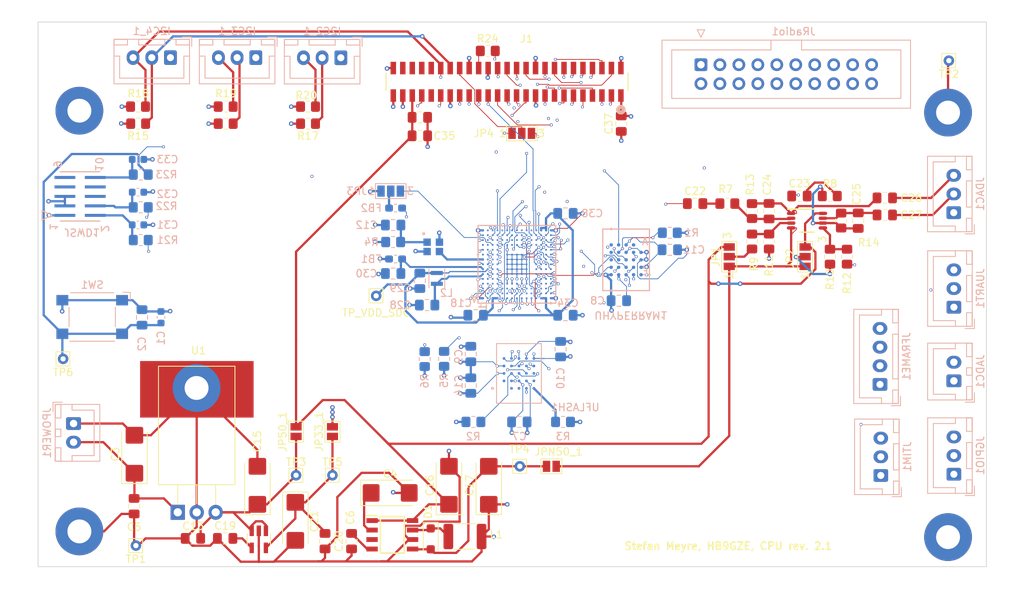
<source format=kicad_pcb>
(kicad_pcb (version 20240108) (generator "pcbnew") (generator_version "8.0")
  (title_block (title "Phasor Radio CPU") (date "2024-08-15") (rev "v2") (company "HB9GZE") (comment 4 "AISLER Project ID: JOFAWKKH"))
  (layers (0 "F.Cu" signal) (1 "In1.Cu" mixed) (2 "In2.Cu" signal) (3 "In3.Cu" signal) (4 "In4.Cu" mixed) (31 "B.Cu" signal) (34 "B.Paste" user) (35 "F.Paste" user) (36 "B.SilkS" user "B.Silkscreen") (37 "F.SilkS" user "F.Silkscreen") (38 "B.Mask" user) (39 "F.Mask" user) (44 "Edge.Cuts" user))
  (net 0 "")
  (net 1 "Net-(PS1-REF)")
  (net 2 "Net-(PS1-COMP)")
  (net 3 "/PG6")
  (net 4 "Net-(IC1-BYP)")
  (net 5 "Net-(C23-Pad2)")
  (net 6 "Net-(U2A-OUT)")
  (net 7 "Net-(JDAC1-Pin_2)")
  (net 8 "/NRST")
  (net 9 "Net-(JDAC1-Pin_3)")
  (net 10 "Net-(JP3-C)")
  (net 11 "/PB13")
  (net 12 "/PB12")
  (net 13 "+5V")
  (net 14 "-5V")
  (net 15 "Net-(JP2-C)")
  (net 16 "Net-(JP3-B)")
  (net 17 "/PD11")
  (net 18 "/PD12")
  (net 19 "Net-(J1-Pad32)")
  (net 21 "/PD13")
  (net 22 "Net-(UFLASH1-~{ECS})")
  (net 23 "Net-(U2A-IN-)")
  (net 24 "Net-(U2B-IN-)")
  (net 25 "Net-(U2B-OUT)")
  (net 26 "Net-(C31-Pad1)")
  (net 27 "Net-(C33-Pad2)")
  (net 28 "Net-(C32-Pad2)")
  (net 29 "Net-(D1-K)")
  (net 30 "Net-(JP4-C)")
  (net 32 "Net-(U2A-IN+)")
  (net 33 "Net-(U2B-IN+)")
  (net 34 "Net-(U3B-VDDA)")
  (net 35 "/PD6")
  (net 36 "/PH3")
  (net 37 "/PD3")
  (net 38 "/PG14")
  (net 39 "/PH15")
  (net 40 "GND")
  (net 42 "+3.3V")
  (net 52 "/PE0")
  (net 53 "/PH9")
  (net 54 "/PG12")
  (net 55 "/PE1")
  (net 56 "/PB9")
  (net 57 "/PH11")
  (net 58 "/PH4")
  (net 59 "/PE13")
  (net 60 "/PH8")
  (net 61 "/PG10")
  (net 62 "/PF0")
  (net 63 "/PC2_C")
  (net 64 "/PF2")
  (net 65 "/PF4")
  (net 66 "/PF12")
  (net 67 "/PH10")
  (net 68 "/PE2")
  (net 69 "/PB2")
  (net 70 "/PB8")
  (net 71 "/PF3")
  (net 72 "/PG0")
  (net 73 "/PF1")
  (net 74 "/PG11")
  (net 75 "/PA6")
  (net 76 "/PG1")
  (net 77 "/PE15")
  (net 79 "/PC7")
  (net 80 "/PC13")
  (net 81 "/PB0")
  (net 82 "/PH7")
  (net 84 "/PG13")
  (net 85 "/PB1")
  (net 86 "/PA1_C")
  (net 87 "/PC9")
  (net 88 "/PB15")
  (net 89 "/PA0_C")
  (net 90 "/PB3")
  (net 91 "/PE4")
  (net 92 "/PD1")
  (net 93 "/PH14")
  (net 95 "/PG3")
  (net 96 "/PA3")
  (net 97 "/PE11")
  (net 98 "/PF15")
  (net 99 "/PG9")
  (net 100 "/PF14")
  (net 101 "/PF10")
  (net 102 "/PC6")
  (net 103 "/PG15")
  (net 104 "/PG2")
  (net 105 "/VDD_SDC")
  (net 106 "/PE12")
  (net 107 "/PA15")
  (net 108 "/PC4")
  (net 111 "/PD10")
  (net 113 "/PDR_ON")
  (net 114 "/VLXSMPS")
  (net 115 "/PH0")
  (net 116 "/BOOT0")
  (net 117 "Net-(X1-STAND-BY)")
  (net 118 "/VDDSMPS")
  (net 121 "/PA4")
  (net 122 "/PA0")
  (net 123 "/PB11")
  (net 125 "/PA14")
  (net 126 "/PF6")
  (net 128 "/PB10")
  (net 129 "/PA5")
  (net 130 "/PA13")
  (net 132 "Net-(JP1-C)")
  (net 133 "/PA8")
  (net 136 "/PH6")
  (net 142 "Net-(C22-Pad2)")
  (net 150 "/PD0")
  (net 156 "/PA12")
  (net 160 "Net-(JPOWER1-Pin_2)")
  (net 170 "/PH12")
  (net 172 "/PG7")
  (net 180 "/PD5")
  (net 183 "/PG5")
  (net 184 "/PD4")
  (net 187 "/PB14")
  (net 188 "/PD7")
  (net 193 "Net-(IC1-EN)")
  (net 194 "Net-(D1-A)")
  (net 195 "Net-(IC1-OUT)")
  (footprint "Diode_SMD:D_SOD-123F" (layer "F.Cu") (at 136.615 118.6709 -90)
    (property "Reference" "D1")
    (property "Value" "PMEG2010AEH" (hide yes))
  )
  (footprint "Resistor_SMD:R_0805_2012Metric_Pad1.20x1.40mm_HandSolder" (layer "F.Cu") (at 191.5799 76.0059 -90)
    (property "Reference" "R14")
    (property "Value" "10k" (hide yes))
  )
  (footprint "Connector_Pin:Pin_D0.7mm_L6.5mm_W1.8mm_FlatFork" (layer "F.Cu") (at 118.5829 110.1469)
    (property "Reference" "TP3")
    (property "Value" "TestPoint" (hide yes))
  )
  (footprint "Private:OPA1678_L" (layer "F.Cu") (at 187.0079 76.0219)
    (property "Reference" "U2" (hide yes))
    (property "Value" "OPA1678IDGKT" (hide yes))
  )
  (footprint "Resistor_SMD:R_0805_2012Metric_Pad1.20x1.40mm_HandSolder" (layer "F.Cu") (at 109.1579 60.7359 180)
    (property "Reference" "R19")
    (property "Value" "4.7k" (hide yes))
  )
  (footprint "Capacitor_Tantalum_SMD:CP_EIA-6032-20_AVX-F_Pad2.25x2.35mm_HandSolder" (layer "F.Cu") (at 96.9367 107.3309 90)
    (property "Reference" "C3")
    (property "Value" "47uF Tant. 25V" (hide yes))
  )
  (footprint "Resistor_SMD:R_0805_2012Metric_Pad1.20x1.40mm_HandSolder" (layer "F.Cu") (at 120.1829 63.0219 180)
    (property "Reference" "R17")
    (property "Value" "4.7k" (hide yes))
  )
  (footprint "Resistor_SMD:R_0805_2012Metric_Pad1.20x1.40mm_HandSolder" (layer "F.Cu") (at 109.1579 63.0219 180)
    (property "Reference" "R16" (hide yes))
    (property "Value" "4.7k" (hide yes))
  )
  (footprint "Private:SOT95P275X120-5N" (layer "F.Cu") (at 113.5919 118.7339 -90)
    (property "Reference" "IC1" (hide yes))
    (property "Value" "NCP700BSN33T1G" (hide yes))
  )
  (footprint "Capacitor_Tantalum_SMD:CP_EIA-6032-20_AVX-F_Pad2.25x2.35mm_HandSolder" (layer "F.Cu") (at 118.4839 116.3229 -90)
    (property "Reference" "C21")
    (property "Value" "10uF Tant. 25V" (hide yes))
  )
  (footprint "Connector_Pin:Pin_D0.7mm_L6.5mm_W1.8mm_FlatFork" (layer "F.Cu") (at 148.5449 108.9458)
    (property "Reference" "TP4")
    (property "Value" "TestPoint" (hide yes))
  )
  (footprint "Capacitor_SMD:C_0805_2012Metric_Pad1.18x1.45mm_HandSolder" (layer "F.Cu") (at 193.8659 76.0219 90)
    (property "Reference" "C25")
    (property "Value" "1nF" (hide yes))
  )
  (footprint "Resistor_SMD:R_0805_2012Metric_Pad1.20x1.40mm_HandSolder" (layer "F.Cu") (at 97.4169 60.7359 180)
    (property "Reference" "R18")
    (property "Value" "4.7k" (hide yes))
  )
  (footprint "Private:TO-220-3_Horizontal_TabDown_GND_Pad" (layer "F.Cu") (at 102.7359 115.1138)
    (property "Reference" "U1")
    (property "Value" "L7805" (hide yes))
  )
  (footprint "Resistor_SMD:R_0805_2012Metric_Pad1.20x1.40mm_HandSolder" (layer "F.Cu") (at 190.0559 72.7199)
    (property "Reference" "R8")
    (property "Value" "10k" (hide yes))
  )
  (footprint "Connector_Pin:Pin_D0.7mm_L6.5mm_W1.8mm_FlatFork" (layer "F.Cu") (at 129.3079 86.0969)
    (property "Reference" "TP_VDD_SDC")
    (property "Value" "TestPoint" (hide yes))
  )
  (footprint "Inductor_SMD:L_1812_4532Metric_Pad1.30x3.40mm_HandSolder" (layer "F.Cu") (at 141.1998 118.3549)
    (property "Reference" "L1")
    (property "Value" "10uH" (hide yes))
  )
  (footprint "Capacitor_SMD:C_0805_2012Metric_Pad1.18x1.45mm_HandSolder" (layer "F.Cu") (at 135.1579 64.6469)
    (property "Reference" "C35")
    (property "Value" "10uF" (hide yes))
  )
  (footprint "Resistor_SMD:R_0805_2012Metric_Pad1.20x1.40mm_HandSolder" (layer "F.Cu") (at 120.1829 60.7359 180)
    (property "Reference" "R20")
    (property "Value" "4.7k" (hide yes))
  )
  (footprint "Capacitor_SMD:C_0805_2012Metric_Pad1.18x1.45mm_HandSolder" (layer "F.Cu") (at 185.9919 72.7199)
    (property "Reference" "C23")
    (property "Value" "10uF" (hide yes))
  )
  (footprint "Jumper:SolderJumper-3_P1.3mm_Open_Pad1.0x1.5mm_NumberLabels" (layer "F.Cu") (at 148.8079 64.3219)
    (property "Reference" "JP4")
    (property "Value" "SolderJumper_3_Open" (hide yes))
  )
  (footprint "Capacitor_Tantalum_SMD:CP_EIA-6032-20_AVX-F_Pad2.25x2.35mm_HandSolder" (layer "F.Cu") (at 113.4039 111.4969 90)
    (property "Reference" "C15")
    (property "Value" "47uF Tant. 25V" (hide yes))
  )
  (footprint "Jumper:SolderJumper-2_P1.3mm_Open_Pad1.0x1.5mm" (layer "F.Cu") (at 118.5829 104.2969 90)
    (property "Reference" "JP50_1")
    (property "Value" "SolderJumper_2_Open" (hide yes))
  )
  (footprint "Capacitor_SMD:C_0805_2012Metric_Pad1.18x1.45mm_HandSolder" (layer "F.Cu") (at 96.8939 114.2909 -90)
    (property "Reference" "C5")
    (property "Value" "100nF" (hide yes))
  )
  (footprint "Resistor_SMD:R_0805_2012Metric_Pad1.20x1.40mm_HandSolder" (layer "F.Cu") (at 181.9279 78.8159 90)
    (property "Reference" "R11")
    (property "Value" "10k" (hide yes))
  )
  (footprint "Capacitor_SMD:C_0805_2012Metric_Pad1.18x1.45mm_HandSolder" (layer "F.Cu") (at 122.4605 118.9841 -90)
    (property "Reference" "C20")
    (property "Value" "100nF" (hide yes))
  )
  (footprint "Capacitor_Tantalum_SMD:CP_EIA-6032-20_AVX-F_Pad2.25x2.35mm_HandSolder" (layer "F.Cu") (at 144.3919 111.4969 90)
    (property "Reference" "C17")
    (property "Value" "100uF Tant. 25V" (hide yes))
  )
  (footprint "Capacitor_SMD:C_0805_2012Metric_Pad1.18x1.45mm_HandSolder" (layer "F.Cu") (at 172.0219 73.7359)
    (property "Reference" "C22")
    (property "Value" "10uF" (hide yes))
  )
  (footprint "Connector_Pin:Pin_D0.7mm_L6.5mm_W1.8mm_FlatFork" (layer "F.Cu") (at 206.0079 54.5719)
    (property "Reference" "TP2")
    (property "Value" "TestPoint" (hide yes))
  )
  (footprint "Resistor_SMD:R_0805_2012Metric_Pad1.20x1.40mm_HandSolder" (layer "F.Cu") (at 97.4329 63.0219 180)
    (property "Reference" "R15")
    (property "Value" "4.7k" (hide yes))
  )
  (footprint "Private:CON50_2X25_UF_FLE_SAI" (layer "F.Cu") (at 162.0843 55.5679 180)
    (property "Reference" "J1")
    (property "Value" "FLE-125-01-G-DV" (hide yes))
  )
  (footprint "Capacitor_Tantalum_SMD:CP_EIA-6032-20_AVX-F_Pad2.25x2.35mm_HandSolder" (layer "F.Cu") (at 131.1839 112.5129)
    (property "Reference" "C4")
    (property "Value" "10uF Tant. 25V" (hide yes))
  )
  (footprint "Private:SOIC127P600X175-8N" (layer "F.Cu") (at 131.4713 118.126)
    (property "Reference" "PS1" (hide yes))
    (property "Value" "TPS6735ID" (hide yes))
  )
  (footprint "MountingHole:MountingHole_3.2mm_M3_Pad_TopBottom" (layer "F.Cu") (at 105.2579 98.4469)
    (property "Reference" "H5" (hide yes))
    (property "Value" "MountingHole_Pad" (hide yes))
  )
  (footprint "Jumper:SolderJumper-3_P1.3mm_Open_Pad1.0x1.5mm_NumberLabels" (layer "F.Cu") (at 186.7539 80.8479 90)
    (property "Reference" "JP2")
    (property "Value" "SolderJumper_3_Open" (hide yes))
  )
  (footprint "Capacitor_SMD:C_0805_2012Metric_Pad1.18x1.45mm_HandSolder" (layer "F.Cu") (at 109.0859 118.6089)
    (property "Reference" "C19")
    (property "Value" "1uF" (hide yes))
  )
  (footprint "Resistor_SMD:R_0805_2012Metric_Pad1.20x1.40mm_HandSolder" (layer "F.Cu") (at 179.6419 74.7359 -90)
    (property "Reference" "R13")
    (property "Value" "10k" (hide yes))
  )
  (footprint "Jumper:SolderJumper-2_P1.3mm_Open_Pad1.0x1.5mm" (layer "F.Cu") (at 152.7699 108.9458)
    (property "Reference" "JPN50_1")
    (property "Value" "SolderJumper_2_Open" (hide yes))
  )
  (footprint "Capacitor_SMD:C_0805_2012Metric_Pad1.18x1.45mm_HandSolder" (layer "F.Cu") (at 197.4219 72.9739)
    (property "Reference" "C26")
    (property "Value" "10uF" (hide yes))
  )
  (footprint "MountingHole:MountingHole_3.2mm_M3_Pad_TopBottom" (layer "F.Cu") (at 89.5649 61.2829)
    (property "Reference" "H1" (hide yes))
    (property "Value" "MountingHole_Pad" (hide yes))
  )
  (footprint "MountingHole:MountingHole_3.2mm_M3_Pad_TopBottom" (layer "F.Cu") (at 205.8969 61.5369)
    (property "Reference" "H2" (hide yes))
    (property "Value" "MountingHole_Pad" (hide yes))
  )
  (footprint "Capacitor_SMD:C_0805_2012Metric_Pad1.18x1.45mm_HandSolder" (layer "F.Cu") (at 126.0162 118.9792 -90)
    (property "Reference" "C6")
    (property "Value" "optional: 82pF" (hide yes))
  )
  (footprint "Resistor_SMD:R_0805_2012Metric_Pad1.20x1.40mm_HandSolder" (layer "F.Cu") (at 192.3689 80.8479 90)
    (property "Reference" "R12")
    (property "Value" "10k" (hide yes))
  )
  (footprint "Jumper:SolderJumper-2_P1.3mm_Open_Pad1.0x1.5mm" (layer "F.Cu") (at 123.4579 104.2969 90)
    (property "Reference" "JP33_1")
    (property "Value" "SolderJumper_2_Open" (hide yes))
  )
  (footprint "Resistor_SMD:R_0805_2012Metric_Pad1.20x1.40mm_HandSolder" (layer "F.Cu") (at 144.2579 53.2719)
    (property "Reference" "R24")
    (property "Value" "0R" (hide yes))
  )
  (footprint "Jumper:SolderJumper-3_P1.3mm_Open_Pad1.0x1.5mm_NumberLabels" (layer "F.Cu") (at 176.5939 80.8479 90)
    (property "Reference" "JP1")
    (property "Value" "SolderJumper_3_Open" (hide yes))
  )
  (footprint "Capacitor_SMD:C_0805_2012Metric_Pad1.18x1.45mm_HandSolder" (layer "F.Cu") (at 104.7679 118.6089 180)
    (property "Reference" "C13")
    (property "Value" "100nF" (hide yes))
  )
  (footprint "Capacitor_SMD:C_0805_2012Metric_Pad1.18x1.45mm_HandSolder" (layer "F.Cu") (at 181.9279 74.7519 90)
    (property "Reference" "C24")
    (property "Value" "1nF" (hide yes))
  )
  (footprint "Capacitor_Tantalum_SMD:CP_EIA-6032-20_AVX-F_Pad2.25x2.35mm_HandSolder" (layer "F.Cu") (at 139.0579 111.4969 90)
    (property "Reference" "C16")
    (property "Value" "1uF, Tant. 25V" (hide yes))
  )
  (footprint "Connector_Pin:Pin_D0.7mm_L6.5mm_W1.8mm_FlatFork" (layer "F.Cu") (at 87.3829 94.5469)
    (property "Reference" "TP6")
    (property "Value" "TestPoint" (hide yes))
  )
  (footprint "Capacitor_SMD:C_0805_2012Metric_Pad1.18x1.45mm_HandSolder" (layer "F.Cu") (at 162.1329 63.0219 90)
    (property "Reference" "C37")
    (property "Value" "100nF" (hide yes))
  )
  (footprint "Connector_Pin:Pin_D0.7mm_L6.5mm_W1.8mm_FlatFork" (layer "F.Cu") (at 123.4579 110.1469)
    (property "Reference" "TP5")
    (property "Value" "TestPoint" (hide yes))
  )
  (footprint "Connector_Pin:Pin_D0.7mm_L6.5mm_W1.8mm_FlatFork" (layer "F.Cu") (at 97.1329 119.5719)
    (property "Reference" "TP1")
    (property "Value" "TestPoint" (hide yes))
  )
  (footprint "Resistor_SMD:R_0805_2012Metric_Pad1.20x1.40mm_HandSolder" (layer "F.Cu") (at 190.0829 80.8479 -90)
    (property "Reference" "R10")
    (property "Value" "10k" (hide yes))
  )
  (footprint "Resistor_SMD:R_0805_2012Metric_Pad1.20x1.40mm_HandSolder" (layer "F.Cu") (at 179.6419 78.8159 -90)
    (property "Reference" "R9")
    (property "Value" "10k" (hide yes))
  )
  (footprint "MountingHole:MountingHole_3.2mm_M3_Pad_TopBottom" (layer "F.Cu") (at 89.5649 117.6709)
    (property "Reference" "H3" (hide yes))
    (property "Value" "MountingHole_Pad" (hide yes))
  )
  (footprint "MountingHole:MountingHole_3.2mm_M3_Pad_TopBottom" (layer "F.Cu") (at 205.8969 118.4329)
    (property "Reference" "H4" (hide yes))
    (property "Value" "MountingHole_Pad" (hide yes))
  )
  (footprint "Resistor_SMD:R_0805_2012Metric_Pad1.20x1.40mm_HandSolder" (layer "F.Cu") (at 176.3399 73.7359 180)
    (property "Reference" "R7")
    (property "Value" "10k" (hide yes))
  )
  (footprint "Capacitor_SMD:C_0805_2012Metric_Pad1.18x1.45mm_HandSolder" (layer "F.Cu") (at 135.1579 62.1728)
    (property "Reference" "C36" (hide yes))
    (property "Value" "100nF" (hide yes))
  )
  (footprint "Capacitor_SMD:C_0805_2012Metric_Pad1.18x1.45mm_HandSolder" (layer "F.Cu") (at 197.4219 75.2599)
    (property "Reference" "C27")
    (property "Value" "10uF" (hide yes))
  )
  (footprint "Resistor_SMD:R_0805_2012Metric_Pad1.20x1.40mm_HandSolder" (layer "B.Cu") (at 97.7829 69.8469 180)
    (property "Reference" "R23")
    (property "Value" "22R" (hide yes))
  )
  (footprint "Capacitor_SMD:C_0603_1608Metric" (layer "B.Cu") (at 100.4909 88.9689 -90)
    (property "Reference" "C1")
    (property "Value" "PGB1010603" (hide yes))
  )
  (footprint "Connector_JST:JST_XH_B3B-XH-A_1x03_P2.50mm_Vertical" (layer "B.Cu") (at 124.5769 54.1879 180)
    (property "Reference" "I2C2_1")
    (property "Value" "Conn_01x03_Socket" (hide yes))
  )
  (footprint "Private:CON10_2X5_DUK_FTSH_SAI-M" (layer "B.Cu") (at 89.6579 72.7719 90)
    (property "Reference" "JSWD1")
    (property "Value" "FTSH-105-01-L-DV-K" (hide yes))
  )
  (footprint "Capacitor_SMD:C_0603_1608Metric" (layer "B.Cu") (at 97.4129 76.5899)
    (property "Reference" "C31")
    (property "Value" "PGB1010603" (hide yes))
  )
  (footprint "Private:BGA_735IGK6_STM" (layer "B.Cu") (at 148.1579 81.8719)
    (property "Reference" "U3" (hide yes))
    (property "Value" "STM32H735IGK6" (hide yes))
  )
  (footprint "Resistor_SMD:R_0805_2012Metric_Pad1.20x1.40mm_HandSolder" (layer "B.Cu") (at 131.5829 78.8844)
    (property "Reference" "R4")
    (property "Value" "10k" (hide yes))
  )
  (footprint "Capacitor_SMD:C_0805_2012Metric_Pad1.18x1.45mm_HandSolder" (layer "B.Cu") (at 131.5829 83.1094 180)
    (property "Reference" "C30")
    (property "Value" "10uF" (hide yes))
  )
  (footprint "Capacitor_SMD:C_0805_2012Metric_Pad1.18x1.45mm_HandSolder" (layer "B.Cu") (at 97.9509 88.9904 90)
    (property "Reference" "C2")
    (property "Value" "100nF" (hide yes))
  )
  (footprint "Connector_JST:JST_XH_B3B-XH-A_1x03_P2.50mm_Vertical" (layer "B.Cu") (at 206.6759 110.0109 90)
    (property "Reference" "JGPIO1")
    (property "Value" "Conn_01x03_Socket" (hide yes))
  )
  (footprint "Resistor_SMD:R_0805_2012Metric_Pad1.20x1.40mm_HandSolder" (layer "B.Cu") (at 142.3329 102.9969)
    (property "Reference" "R2")
    (property "Value" "10k" (hide yes))
  )
  (footprint "Inductor_SMD:L_Murata_DFE201610P" (layer "B.Cu") (at 137.4329 83.7594 -90)
    (property "Reference" "L2")
    (property "Value" "2.2uH" (hide yes))
  )
  (footprint "Capacitor_SMD:C_0805_2012Metric_Pad1.18x1.45mm_HandSolder" (layer "B.Cu") (at 154.0079 93.2469 -90)
    (property "Reference" "C10")
    (property "Value" "100nF" (hide yes))
  )
  (footprint "Capacitor_SMD:C_0805_2012Metric_Pad1.18x1.45mm_HandSolder" (layer "B.Cu") (at 131.5829 76.6094)
    (property "Reference" "C12")
    (property "Value" "100nF" (hide yes))
  )
  (footprint "Connector_IDC:IDC-Header_2x10_P2.54mm_Vertical" (layer "B.Cu") (at 172.8029 55.1194 -90)
    (property "Reference" "JRadio1")
    (property "Value" "Conn_02x10_Odd_Even" (hide yes))
  )
  (footprint "Inductor_SMD:L_0603_1608Metric_Pad1.05x0.95mm_HandSolder" (layer "B.Cu") (at 131.9079 81.1594)
    (property "Reference" "FB1")
    (property "Value" "FBMJ1608" (hide yes))
  )
  (footprint "Connector_JST:JST_XH_B2B-XH-A_1x02_P2.50mm_Vertical" (layer "B.Cu") (at 206.6759 97.4936 90)
    (property "Reference" "JADC1")
    (property "Value" "Conn_01x02_Socket" (hide yes))
  )
  (footprint "Resistor_SMD:R_0805_2012Metric_Pad1.20x1.40mm_HandSolder" (layer "B.Cu") (at 138.4079 94.5469 -90)
    (property "Reference" "R5")
    (property "Value" "5k1" (hide yes))
  )
  (footprint "Inductor_SMD:L_0603_1608Metric_Pad1.05x0.95mm_HandSolder" (layer "B.Cu") (at 131.9079 74.3344)
    (property "Reference" "FB2")
    (property "Value" "FCM1608" (hide yes))
  )
  (footprint "Capacitor_SMD:C_0805_2012Metric_Pad1.18x1.45mm_HandSolder" (layer "B.Cu") (at 154.6579 88.6969 180)
    (property "Reference" "C34")
    (property "Value" "4.7uF low ESR" (hide yes))
  )
  (footprint "Jumper:SolderJumper-3_P1.3mm_Open_Pad1.0x1.5mm_NumberLabels" (layer "B.Cu") (at 131.2579 72.0594)
    (property "Reference" "JP3")
    (property "Value" "SolderJumper_3_Open" (hide yes))
  )
  (footprint "Capacitor_SMD:C_0805_2012Metric_Pad1.18x1.45mm_HandSolder" (layer "B.Cu") (at 142.6329 88.6969)
    (property "Reference" "C18")
    (property "Value" "4.7uF low ESR" (hide yes))
  )
  (footprint "Connector_JST:JST_XH_B2B-XH-A_1x02_P2.50mm_Vertical" (layer "B.Cu") (at 88.7859 103.2129 -90)
    (property "Reference" "JPOWER1")
    (property "Value" "Conn_01x02_Socket" (hide yes))
  )
  (footprint "Connector_JST:JST_XH_B3B-XH-A_1x03_P2.50mm_Vertical" (layer "B.Cu") (at 206.6579 74.9469 90)
    (property "Reference" "JDAC1")
    (property "Value" "Conn_01x03_Socket" (hide yes))
  )
  (footprint "Resistor_SMD:R_0805_2012Metric_Pad1.20x1.40mm_HandSolder" (layer "B.Cu") (at 154.3329 102.9969 180)
    (property "Reference" "R3")
    (property "Value" "10k" (hide yes))
  )
  (footprint "Connector_JST:JST_XH_B4B-XH-A_1x04_P2.50mm_Vertical" (layer "B.Cu") (at 196.7829 97.9719 90)
    (property "Reference" "JFRAME1")
    (property "Value" "Conn_01x04_Socket" (hide yes))
  )
  (footprint "Connector_JST:JST_XH_B3B-XH-A_1x03_P2.50mm_Vertical" (layer "B.Cu") (at 101.7569 54.1709 180)
    (property "Reference" "I2C4_1")
    (property "Value" "Conn_01x03_Socket" (hide yes))
  )
  (footprint "Capacitor_SMD:C_0805_2012Metric_Pad1.18x1.45mm_HandSolder" (layer "B.Cu") (at 154.6579 75.0469 180)
    (property "Reference" "C38")
    (property "Value" "4.7uF low ESR" (hide yes))
  )
  (footprint "Button_Switch_SMD:SW_SPST_Omron_B3FS-100xP" (layer "B.Cu") (at 91.2829 88.9329 180)
    (property "Reference" "SW1")
    (property "Value" "SW_Omron_B3FS" (hide yes))
  )
  (footprint "Capacitor_SMD:C_0805_2012Metric_Pad1.18x1.45mm_HandSolder" (layer "B.Cu") (at 168.6329 79.9219)
    (property "Reference" "C11")
    (property "Value" "100nF" (hide yes))
  )
  (footprint "Capacitor_SMD:C_0805_2012Metric_Pad1.18x1.45mm_HandSolder" (layer "B.Cu") (at 161.8079 86.7469 180)
    (property "Reference" "C8")
    (property "Value" "100nF" (hide yes))
  )
  (footprint "Capacitor_SMD:C_0603_1608Metric" (layer "B.Cu") (at 97.4129 72.2049 180)
    (property "Reference" "C32")
    (property "Value" "PGB1010603" (hide yes))
  )
  (footprint "Capacitor_SMD:C_0805_2012Metric_Pad1.18x1.45mm_HandSolder" (layer "B.Cu") (at 141.9829 98.1219 -90)
    (property "Reference" "C14")
    (property "Value" "100nF" (hide yes))
  )
  (footprint "Private:TFBGA24_6X8_ISI" (layer "B.Cu") (at 162.7829 81.2719 180)
    (property "Reference" "UHYPERRAM1")
    (property "Value" "IS66WVH16M8DBLL-100B1LI" (hide yes))
  )
  (footprint "Capacitor_SMD:C_0805_2012Metric_Pad1.18x1.45mm_HandSolder" (layer "B.Cu") (at 135.1579 84.0844 -90)
    (property "Reference" "C29")
    (property "Value" "10uF" (hide yes))
  )
  (footprint "Capacitor_SMD:C_0805_2012Metric_Pad1.18x1.45mm_HandSolder" (layer "B.Cu") (at 148.4829 102.9969 180)
    (property "Reference" "C7")
    (property "Value" "100nF" (hide yes))
  )
  (footprint "Resistor_SMD:R_0805_2012Metric_Pad1.20x1.40mm_HandSolder" (layer "B.Cu") (at 97.7829 78.6219 180)
    (property "Reference" "R21")
    (property "Value" "22R" (hide yes))
  )
  (footprint "Resistor_SMD:R_0805_2012Metric_Pad1.20x1.40mm_HandSolder" (layer "B.Cu") (at 168.6329 77.6469 180)
    (property "Reference" "R1")
    (property "Value" "10k" (hide yes))
  )
  (footprint "Private:BGA24C100P5X5_600X800X120" (layer "B.Cu") (at 148.4329 96.4969)
    (property "Reference" "UFLASH1")
    (property "Value" "MX25LM51245GXDI00" (hide yes))
  )
  (footprint "Connector_JST:JST_XH_B3B-XH-A_1x03_P2.50mm_Vertical" (layer "B.Cu") (at 206.6759 87.6219 90)
    (property "Reference" "JUART1")
    (property "Value" "Conn_01x03_Socket" (hide yes))
  )
  (footprint "Resistor_SMD:R_0805_2012Metric_Pad1.20x1.40mm_HandSolder" (layer "B.Cu") (at 135.8079 94.5719 -90)
    (property "Reference" "R6")
    (property "Value" "10k" (hide yes))
  )
  (footprint "Capacitor_SMD:C_0805_2012Metric_Pad1.18x1.45mm_HandSolder" (layer "B.Cu") (at 136.1329 87.3344)
    (property "Reference" "C28")
    (property "Value" "220pF" (hide yes))
  )
  (footprint "Capacitor_SMD:C_0805_2012Metric_Pad1.18x1.45mm_HandSolder" (layer "B.Cu") (at 141.9829 93.8969 90)
    (property "Reference" "C9")
    (property "Value" "100nF" (hide yes))
  )
  (footprint "Private:NSC5004_NDK" (layer "B.Cu") (at 136.9579 79.5344 -90)
    (property "Reference" "X1" (hide yes))
    (property "Value" "NSC5004A-25M" (hide yes))
  )
  (footprint "Connector_JST:JST_XH_B3B-XH-A_1x03_P2.50mm_Vertical" (layer "B.Cu") (at 196.8907 110.1728 90)
    (property "Reference" "JTIM1")
    (property "Value" "Conn_01x03_Socket" (hide yes))
  )
  (footprint "Resistor_SMD:R_0805_2012Metric_Pad1.20x1.40mm_HandSolder" (layer "B.Cu") (at 97.7829 74.2369 180)
    (property "Reference" "R22")
    (property "Value" "22R" (hide yes))
  )
  (footprint "Capacitor_SMD:C_0603_1608Metric" (layer "B.Cu") (at 97.4129 67.8149 180)
    (property "Reference" "C33")
    (property "Value" "PGB1010603" (hide yes))
  )
  (footprint "Connector_JST:JST_XH_B3B-XH-A_1x03_P2.50mm_Vertical" (layer "B.Cu") (at 113.1869 54.1709 180)
    (property "Reference" "I2C3_1")
    (property "Value" "Conn_01x03_Socket" (hide yes))
  )
  (gr_rect (start 84.032853 49.400919) (end 211.032853 122.400919) (stroke (width 0.1)) (fill none) (layer "Edge.Cuts"))
  (gr_text "1" (at 143.6079 87.5869 90) (layer "B.SilkS") (effects (font (size 1 1)) (justify mirror)))
  (gr_text "Stefan Meyre, HB9GZE, CPU rev. 2.1" (at 162.457853 120.221919 0) (layer "F.SilkS") (effects (font (size 1 1) (thickness 0.2) (bold yes)) (justify left bottom)))
  (segment (start 128.321 117.491) (end 128.76 117.491) (width 0.3) (layer "F.Cu") (net 1))
  (segment (start 127.696 116.866) (end 128.321 117.491) (width 0.3) (layer "F.Cu") (net 1))
  (segment (start 128.165 112.9815) (end 127.696 113.45) (width 0.3) (layer "F.Cu") (net 1))
  (segment (start 128.1653 112.9815) (end 128.6339 112.5129) (width 0.1016) (layer "F.Cu") (net 1))
  (segment (start 128.165 112.9815) (end 128.1653 112.9815) (width 0.1016) (layer "F.Cu") (net 1))
  (segment (start 127.696 113.45) (end 127.696 116.866) (width 0.3) (layer "F.Cu") (net 1))
  (segment (start 128.634 112.513) (end 128.165 112.9815) (width 0.3) (layer "F.Cu") (net 1))
  (segment (start 128.7603 117.491) (end 128.76 117.491) (width 0.1016) (layer "F.Cu") (net 1))
  (segment (start 126.643 118.5687) (end 128.106 120.031) (width 0.3) (layer "F.Cu") (net 2))
  (segment (start 128.106 120.031) (end 128.76 120.031) (width 0.3) (layer "F.Cu") (net 2))
  (segment (start 126.016 117.942) (end 126.643 118.5687) (width 0.3) (layer "F.Cu") (net 2))
  (segment (start 128.76 120.031) (end 128.7603 120.031) (width 0.1016) (layer "F.Cu") (net 2))
  (segment (start 126.0162 117.9419) (end 126.0162 117.9417) (width 0.1016) (layer "F.Cu") (net 2))
  (segment (start 126.643 118.5687) (end 126.0162 117.9419) (width 0.1016) (layer "F.Cu") (net 2))
  (via (at 153.1547 83.7675) (size 0.4) (drill 0.25) (layers "F.Cu" "B.Cu") (net 3))
  (via (at 148.1687 96.9969) (size 0.4) (drill 0.25) (layers "F.Cu" "B.Cu") (net 3))
  (segment (start 146.933 99.3968) (end 143.3329 102.9969) (width 0.1016) (layer "B.Cu") (net 3))
  (segment (start 146.933 96.9968) (end 146.933 99.3968) (width 0.1016) (layer "B.Cu") (net 3))
  (segment (start 147.9329 96.9969) (end 148.1687 96.9969) (width 0.1016) (layer "B.Cu") (net 3))
  (segment (start 152.8841 83.4969) (end 152.3829 83.4969) (width 0.1016) (layer "B.Cu") (net 3))
  (segment (start 153.1547 83.7675) (end 152.8841 83.4969) (width 0.1016) (layer "B.Cu") (net 3))
  (segment (start 147.4329 96.4969) (end 146.933 96.9968) (width 0.1016) (layer "B.Cu") (net 3))
  (segment (start 147.4329 96.4969) (end 147.9329 96.9969) (width 0.1016) (layer "B.Cu") (net 3))
  (segment (start 152.3829 83.4969) (end 152.0579 83.1719) (width 0.1016) (layer "B.Cu") (net 3))
  (segment (start 112.6419 119.8789) (end 111.372 118.609) (width 0.3) (layer "F.Cu") (net 4))
  (segment (start 112.642 119.879) (end 112.6419 119.8789) (width 0.3) (layer "F.Cu") (net 4))
  (segment (start 110.1235 118.609) (end 110.123 118.609) (width 0.3) (layer "F.Cu") (net 4))
  (segment (start 111.372 118.609) (end 110.1235 118.609) (width 0.3) (layer "F.Cu") (net 4))
  (segment (start 110.1235 118.609) (end 110.1234 118.6089) (width 0.1016) (layer "F.Cu") (net 4))
  (segment (start 187.029 72.7199) (end 187.029 71.9254) (width 0.3) (layer "F.Cu") (net 5))
  (segment (start 187.0294 72.7199) (end 187.029 72.7199) (width 0.1016) (layer "F.Cu") (net 5))
  (segment (start 188.034 70.9203) (end 189.256 70.9203) (width 0.3) (layer "F.Cu") (net 5))
  (segment (start 189.256 70.9203) (end 191.0559 72.7199) (width 0.3) (layer "F.Cu") (net 5))
  (segment (start 187.029 71.9254) (end 188.034 70.9203) (width 0.3) (layer "F.Cu") (net 5))
  (segment (start 191.0559 72.7199) (end 191.056 72.7199) (width 0.3) (layer "F.Cu") (net 5))
  (segment (start 184.8829 75.0469) (end 185.612 75.0469) (width 0.1016) (layer "F.Cu") (net 6))
  (segment (start 184.883 75.0469) (end 185.3705 74.5594) (width 0.3) (layer "F.Cu") (net 6))
  (segment (start 181.9279 73.7144) (end 183.55 73.7144) (width 0.3) (layer "F.Cu") (net 6))
  (segment (start 195.286 74.0719) (end 196.384 72.9739) (width 0.3) (layer "F.Cu") (net 6))
  (segment (start 185.612 74.8009) (end 185.612 75.0469) (width 0.1016) (layer "F.Cu") (net 6))
  (segment (start 181.9279 73.7144) (end 179.663 73.7144) (width 0.3) (layer "F.Cu") (net 6))
  (segment (start 185.3705 74.5594) (end 185.612 74.8009) (width 0.1016) (layer "F.Cu") (net 6))
  (segment (start 179.663 73.7144) (end 179.642 73.7359) (width 0.3) (layer "F.Cu") (net 6))
  (segment (start 185.858 74.0719) (end 195.286 74.0719) (width 0.3) (layer "F.Cu") (net 6))
  (segment (start 183.55 73.7144) (end 184.883 75.0469) (width 0.3) (layer "F.Cu") (net 6))
  (segment (start 185.3705 74.5594) (end 185.858 74.0719) (width 0.3) (layer "F.Cu") (net 6))
  (segment (start 179.6419 73.7359) (end 179.642 73.7359) (width 0.1016) (layer "F.Cu") (net 6))
  (segment (start 196.3844 72.9739) (end 196.384 72.9739) (width 0.1016) (layer "F.Cu") (net 6))
  (segment (start 198.459 75.2599) (end 198.4594 75.2599) (width 0.3) (layer "F.Cu") (net 7))
  (segment (start 203.845 75.2599) (end 206.6579 72.447) (width 0.3) (layer "F.Cu") (net 7))
  (segment (start 206.6579 72.447) (end 206.6579 72.4469) (width 0.1016) (layer "F.Cu") (net 7))
  (segment (start 206.6579 72.447) (end 206.658 72.4469) (width 0.3) (layer "F.Cu") (net 7))
  (segment (start 198.4594 75.2599) (end 203.845 75.2599) (width 0.3) (layer "F.Cu") (net 7))
  (segment (start 147.5079 64.3219) (end 146.8538 64.3219) (width 0.1016) (layer "F.Cu") (net 8))
  (segment (start 146.4906 64.298) (end 146.8299 64.298) (width 0.1016) (layer "F.Cu") (net 8))
  (segment (start 146.8299 64.298) (end 146.8538 64.3219) (width 0.1016) (layer "F.Cu") (net 8))
  (via (at 143.1771 80.1115) (size 0.4) (drill 0.25) (layers "F.Cu" "B.Cu") (net 8))
  (via (at 159.8738 69.3423) (size 0.4) (drill 0.25) (layers "F.Cu" "B.Cu") (net 8))
  (via (at 149.4329 98.9884) (size 0.4) (drill 0.25) (layers "F.Cu" "B.Cu") (net 8))
  (via (at 100.8275 66.1166) (size 0.4) (drill 0.25) (layers "F.Cu" "B.Cu") (net 8))
  (via (at 146.4906 64.298) (size 0.4) (drill 0.25) (layers "F.Cu" "B.Cu") (net 8))
  (segment (start 100.4909 89.744) (end 100.4909 89.7439) (width 0.1016) (layer "B.Cu") (net 8))
  (segment (start 87.2829 91.1829) (end 95.2829 91.1829) (width 0.3) (layer "B.Cu") (net 8))
  (segment (start 100.207 90.0279) (end 100.4909 89.744) (width 0.3) (layer "B.Cu") (net 8))
  (segment (start 143.3667 79.9219) (end 143.6079 79.9219) (width 0.1016) (layer "B.Cu") (net 8))
  (segment (start 87.2829 94.4469) (end 87.3829 94.5469) (width 0.3) (layer "B.Cu") (net 8))
  (segment (start 97.4863 68.5503) (end 97.4863 67.2754) (width 0.3) (layer "B.Cu") (net 8))
  (segment (start 97.9509 90.0279) (end 96.4379 90.0279) (width 0.3) (layer "B.Cu") (net 8))
  (segment (start 88.5415 67.0883) (end 84.7829 70.8469) (width 0.3) (layer "B.Cu") (net 8))
  (segment (start 149.4329 98.4969) (end 149.4329 98.9884) (width 0.1016) (layer "B.Cu") (net 8))
  (segment (start 161.7829 79.2719) (end 161.7829 71.2514) (width 0.1016) (layer "B.Cu") (net 8))
  (segment (start 84.7829 88.6829) (end 87.2829 91.1829) (width 0.3) (layer "B.Cu") (net 8))
  (segment (start 97.4863 67.2754) (end 97.2992 67.0883) (width 0.3) (layer "B.Cu") (net 8))
  (segment (start 161.7829 71.2514) (end 159.8738 69.3423) (width 0.1016) (layer "B.Cu") (net 8))
  (segment (start 98.7829 69.8469) (end 97.4863 68.5503) (width 0.3) (layer "B.Cu") (net 8))
  (segment (start 84.7829 70.8469) (end 84.7829 88.6829) (width 0.3) (layer "B.Cu") (net 8))
  (segment (start 97.4863 67.2754) (end 98.6451 66.1166) (width 0.1016) (layer "B.Cu") (net 8))
  (segment (start 87.2829 91.1829) (end 87.2829 94.4469) (width 0.3) (layer "B.Cu") (net 8))
  (segment (start 100.4909 89.744) (end 100.491 89.7439) (width 0.3) (layer "B.Cu") (net 8))
  (segment (start 97.2992 67.0883) (end 88.5415 67.0883) (width 0.3) (layer "B.Cu") (net 8))
  (segment (start 97.9509 90.0279) (end 100.207 90.0279) (width 0.3) (layer "B.Cu") (net 8))
  (segment (start 96.4379 90.0279) (end 95.2829 91.1829) (width 0.3) (layer "B.Cu") (net 8))
  (segment (start 98.6451 66.1166) (end 100.8275 66.1166) (width 0.1016) (layer "B.Cu") (net 8))
  (segment (start 143.1771 80.1115) (end 143.3667 79.9219) (width 0.1016) (layer "B.Cu") (net 8))
  (segment (start 206.6579 69.947) (end 206.658 69.9469) (width 0.3) (layer "F.Cu") (net 9))
  (segment (start 198.4594 72.9739) (end 203.631 72.9739) (width 0.3) (layer "F.Cu") (net 9))
  (segment (start 198.459 72.9739) (end 198.4594 72.9739) (width 0.3) (layer "F.Cu") (net 9))
  (segment (start 206.6579 69.947) (end 206.6579 69.9469) (width 0.1016) (layer "F.Cu") (net 9))
  (segment (start 203.631 72.9739) (end 206.6579 69.947) (width 0.3) (layer "F.Cu") (net 9))
  (segment (start 131.033 73.5973) (end 131.0329 73.5974) (width 0.1016) (layer "B.Cu") (net 10))
  (segment (start 131.0329 73.5974) (end 131.0329 74.3344) (width 0.1016) (layer "B.Cu") (net 10))
  (segment (start 131.033 73.5973) (end 131.033 72.2844) (width 0.3) (layer "B.Cu") (net 10))
  (segment (start 131.2579 72.0595) (end 131.2579 72.0594) (width 0.1016) (layer "B.Cu") (net 10))
  (segment (start 131.033 72.2844) (end 131.2579 72.0595) (width 0.3) (layer "B.Cu") (net 10))
  (segment (start 131.033 74.3344) (end 131.033 73.5973) (width 0.3) (layer "B.Cu") (net 10))
  (segment (start 131.2579 72.0595) (end 131.258 72.0594) (width 0.3) (layer "B.Cu") (net 10))
  (segment (start 154.007853 78.757847) (end 154.111 78.6547) (width 0.1016) (layer "F.Cu") (net 11))
  (segment (start 154.007853 79.7873) (end 154.007853 78.757847) (width 0.1016) (layer "F.Cu") (net 11))
  (via (at 154.007853 79.7873) (size 0.4) (drill 0.25) (layers "F.Cu" "B.Cu") (net 11))
  (via (at 154.111 78.6547) (size 0.4) (drill 0.25) (layers "F.Cu" "B.Cu") (net 11))
  (via (at 154.8927 73.4533) (size 0.4) (drill 0.25) (layers "F.Cu" "B.Cu") (net 11))
  (segment (start 153.873211 79.921942) (end 154.007853 79.7873) (width 0.1016) (layer "B.Cu") (net 11))
  (segment (start 152.7079 79.921942) (end 153.873211 79.921942) (width 0.1016) (layer "B.Cu") (net 11))
  (via (at 154.982853 78.621919) (size 0.4) (drill 0.25) (layers "F.Cu" "B.Cu") (net 12))
  (segment (start 154.982853 78.621919) (end 154.452272 79.1525) (width 0.1016) (layer "B.Cu") (net 12))
  (segment (start 154.452272 79.1525) (end 152.8274 79.1525) (width 0.1016) (layer "B.Cu") (net 12))
  (segment (start 152.8274 79.1525) (end 152.7079 79.272) (width 0.1016) (layer "B.Cu") (net 12))
  (segment (start 186.754 76.4259) (end 188.133 75.0469) (width 0.3) (layer "F.Cu") (net 13))
  (segment (start 130.933 105.922) (end 130.283 105.272) (width 0.3) (layer "F.Cu") (net 13))
  (segment (start 128.7603 116.221) (end 128.76 116.221) (width 0.3) (layer "F.Cu") (net 13))
  (segment (start 175.133 84.4719) (end 174.158 84.4719) (width 0.3) (layer "F.Cu") (net 13))
  (segment (start 134.144 62.1728) (end 134.144 64.623) (width 0.3) (layer "F.Cu") (net 13))
  (segment (start 134.144 64.623) (end 134.12 64.6469) (width 0.3) (layer "F.Cu") (net 13))
  (segment (start 178.058 84.4719) (end 186.183 84.4719) (width 0.3) (layer "F.Cu") (net 13))
  (segment (start 176.594 79.5479) (end 176.5939 79.5479) (width 0.3) (layer "F.Cu") (net 13))
  (segment (start 173.833 104.947) (end 172.858 105.922) (width 0.3) (layer "F.Cu") (net 13))
  (segment (start 130.554 68.213) (end 118.583 80.1844) (width 0.3) (layer "F.Cu") (net 13))
  (segment (start 173.833 81.2589) (end 173.833 84.1469) (width 0.3) (layer "F.Cu") (net 13))
  (segment (start 174.158 84.4719) (end 173.833 84.1469) (width 0.3) (layer "F.Cu") (net 13))
  (segment (start 130.554 68.213) (end 130.5543 68.213) (width 0.1016) (layer "F.Cu") (net 13))
  (segment (start 118.583 91.9157) (end 118.583 103.647) (width 0.3) (layer "F.Cu") (net 13))
  (segment (start 136.356 114.047) (end 134.182 116.221) (width 0.3) (layer "F.Cu") (net 13))
  (segment (start 188.133 75.0469) (end 189.1329 75.0469) (width 0.3) (layer "F.Cu") (net 13))
  (segment (start 134.182 116.221) (end 128.7603 116.221) (width 0.3) (layer "F.Cu") (net 13))
  (segment (start 118.583 103.647) (end 122.158 100.072) (width 0.3) (layer "F.Cu") (net 13))
  (segment (start 130.933 105.922) (end 130.283 105.272) (width 0.3) (layer "F.Cu") (net 13))
  (segment (start 189.1329 75.0469) (end 189.133 75.0469) (width 0.3) (layer "F.Cu") (net 13))
  (segment (start 188.133 82.5221) (end 188.133 80.2469) (width 0.3) (layer "F.Cu") (net 13))
  (segment (start 130.5543 68.213) (end 134.1204 64.6469) (width 0.1016) (layer "F.Cu") (net 13))
  (segment (start 134.1823 116.221) (end 134.182 116.221) (width 0.1016) (layer "F.Cu") (net 13))
  (segment (start 139.058 114.047) (end 136.356 114.047) (width 0.3) (layer "F.Cu") (net 13))
  (segment (start 187.094 79.5479) (end 186.754 79.5479) (width 0.3) (layer "F.Cu") (net 13))
  (segment (start 173.833 84.1469) (end 173.833 104.947) (width 0.3) (layer "F.Cu") (net 13))
  (segment (start 118.583 91.9157) (end 118.5829 91.9158) (width 0.1016) (layer "F.Cu") (net 13))
  (segment (start 134.1443 59.2509) (end 134.144 59.2509) (width 0.1016) (layer "F.Cu") (net 13))
  (segment (start 122.158 100.072) (end 125.083 100.072) (width 0.3) (layer "F.Cu") (net 13))
  (segment (start 176.5939 79.5479) (end 175.544 79.5479) (width 0.3) (layer "F.Cu") (net 13))
  (segment (start 130.933 105.922) (end 139.0579 114.0469) (width 0.3) (layer "F.Cu") (net 13))
  (segment (start 118.5829 91.9158) (end 118.5829 103.6469) (width 0.1016) (layer "F.Cu") (net 13))
  (segment (start 186.754 79.5479) (end 186.754 76.4259) (width 0.3) (layer "F.Cu") (net 13))
  (segment (start 134.12 64.6469) (end 130.554 68.213) (width 0.3) (layer "F.Cu") (net 13))
  (segment (start 172.858 105.922) (end 130.933 105.922) (width 0.3) (layer "F.Cu") (net 13))
  (segment (start 125.083 100.072) (end 130.283 105.272) (width 0.3) (layer "F.Cu") (net 13))
  (segment (start 187.434 79.5479) (end 187.094 79.5479) (width 0.3) (layer "F.Cu") (net 13))
  (segment (start 175.544 79.5479) (end 173.833 81.2589) (width 0.3) (layer "F.Cu") (net 13))
  (segment (start 186.183 84.4719) (end 188.133 82.5221) (width 0.3) (layer "F.Cu") (net 13))
  (segment (start 188.133 80.2469) (end 187.434 79.5479) (width 0.3) (layer "F.Cu") (net 13))
  (segment (start 187.094 79.5479) (end 186.7539 79.5479) (width 0.1016) (layer "F.Cu") (net 13))
  (segment (start 134.144 59.2509) (end 134.144 62.1728) (width 0.3) (layer "F.Cu") (net 13))
  (segment (start 134.1204 62.1728) (end 134.144 62.1728) (width 0.1016) (layer "F.Cu") (net 13))
  (segment (start 118.583 80.1844) (end 118.583 91.9157) (width 0.3) (layer "F.Cu") (net 13))
  (segment (start 139.0579 114.0469) (end 139.058 114.047) (width 0.3) (layer "F.Cu") (net 13))
  (via (at 175.133 84.4719) (size 0.6) (drill 0.3) (layers "F.Cu" "B.Cu") (net 13))
  (via (at 178.058 84.4719) (size 0.6) (drill 0.3) (layers "F.Cu" "B.Cu") (net 13))
  (segment (start 178.058 84.4719) (end 175.133 84.4719) (width 0.3) (layer "B.Cu") (net 13))
  (segment (start 184.883 77.8828) (end 184.8831 77.8828) (width 0.1016) (layer "F.Cu") (net 14))
  (segment (start 176.594 83.1345) (end 176.594 82.1479) (width 0.3) (layer "F.Cu") (net 14))
  (segment (start 176.594 82.1479) (end 184.233 82.1479) (width 0.3) (layer "F.Cu") (net 14))
  (segment (start 184.8829 76.9969) (end 185.612 76.9969) (width 0.1016) (layer "F.Cu") (net 14))
  (segment (start 184.233 82.1479) (end 186.7539 82.1479) (width 0.3) (layer "F.Cu") (net 14))
  (segment (start 184.883 77.8828) (end 184.883 81.4979) (width 0.3) (layer "F.Cu") (net 14))
  (segment (start 176.594 83.1345) (end 176.5939 83.1344) (width 0.1016) (layer "F.Cu") (net 14))
  (segment (start 186.7539 82.1479) (end 186.754 82.1479) (width 0.3) (layer "F.Cu") (net 14))
  (segment (start 176.594 104.869) (end 176.594 83.1345) (width 0.3) (layer "F.Cu") (net 14))
  (segment (start 153.42 108.9459) (end 153.42 108.946) (width 0.1016) (layer "F.Cu") (net 14))
  (segment (start 185.612 77.1539) (end 185.612 76.9969) (width 0.1016) (layer "F.Cu") (net 14))
  (segment (start 153.42 108.946) (end 172.517 108.946) (width 0.3) (layer "F.Cu") (net 14))
  (segment (start 184.883 81.4979) (end 184.233 82.1479) (width 0.3) (layer "F.Cu") (net 14))
  (segment (start 176.5939 83.1344) (end 176.5939 82.1479) (width 0.1016) (layer "F.Cu") (net 14))
  (segment (start 172.517 108.946) (end 176.594 104.869) (width 0.3) (layer "F.Cu") (net 14))
  (segment (start 153.4199 108.9458) (end 153.42 108.9459) (width 0.1016) (layer "F.Cu") (net 14))
  (segment (start 184.8831 77.8828) (end 185.612 77.1539) (width 0.1016) (layer "F.Cu") (net 14))
  (segment (start 184.883 76.9969) (end 184.883 77.8828) (width 0.3) (layer "F.Cu") (net 14))
  (segment (start 190.083 82.5099) (end 190.0829 82.5098) (width 0.1016) (layer "F.Cu") (net 15))
  (segment (start 190.0829 82.5098) (end 190.0829 81.8479) (width 0.1016) (layer "F.Cu") (net 15))
  (segment (start 185.533 80.8969) (end 186.705 80.8969) (width 0.3) (layer "F.Cu") (net 15))
  (segment (start 190.083 82.5099) (end 190.083 83.1719) (width 0.3) (layer "F.Cu") (net 15))
  (segment (start 186.705 80.8969) (end 186.754 80.8479) (width 0.3) (layer "F.Cu") (net 15))
  (segment (start 186.7539 80.8479) (end 186.754 80.8479) (width 0.1016) (layer "F.Cu") (net 15))
  (segment (start 190.083 81.8479) (end 190.083 82.5099) (width 0.3) (layer "F.Cu") (net 15))
  (via (at 190.083 83.1719) (size 0.6) (drill 0.3) (layers "F.Cu" "B.Cu") (net 15))
  (via (at 185.533 80.8969) (size 0.6) (drill 0.3) (layers "F.Cu" "B.Cu") (net 15))
  (segment (start 187.808 83.1719) (end 185.533 80.8969) (width 0.3) (layer "B.Cu") (net 15))
  (segment (start 190.083 83.1719) (end 187.808 83.1719) (width 0.3) (layer "B.Cu") (net 15))
  (segment (start 144.9079 79.271956) (end 144.9079 79.272) (width 0.1016) (layer "B.Cu") (net 16))
  (segment (start 141.1112 78.2816) (end 134.889 72.0594) (width 0.1016) (layer "B.Cu") (net 16))
  (segment (start 143.9329 78.7538) (end 143.9329 78.5006) (width 0.1016) (layer "B.Cu") (net 16))
  (segment (start 143.7293 78.297) (end 143.5375 78.297) (width 0.1016) (layer "B.Cu") (net 16))
  (segment (start 143.5221 78.2816) (end 141.1112 78.2816) (width 0.1016) (layer "B.Cu") (net 16))
  (segment (start 143.5375 78.297) (end 143.5221 78.2816) (width 0.1016) (layer "B.Cu") (net 16))
  (segment (start 143.9329 78.5006) (end 143.7293 78.297) (width 0.1016) (layer "B.Cu") (net 16))
  (segment (start 134.889 72.0594) (end 132.5579 72.0594) (width 0.1016) (layer "B.Cu") (net 16))
  (segment (start 144.126019 78.946919) (end 143.9329 78.7538) (width 0.1016) (layer "B.Cu") (net 16))
  (segment (start 144.582863 78.946919) (end 144.126019 78.946919) (width 0.1016) (layer "B.Cu") (net 16))
  (segment (start 144.9079 79.271956) (end 144.582863 78.946919) (width 0.1016) (layer "B.Cu") (net 16))
  (via (at 151.083 80.8969) (size 0.4) (drill 0.25) (layers "F.Cu" "B.Cu") (net 17))
  (via (at 148.8382 95.189) (size 0.4) (drill 0.25) (layers "F.Cu" "B.Cu") (net 17))
  (segment (start 148.4329 95.4969) (end 148.7408 95.189) (width 0.1016) (layer "B.Cu") (net 17))
  (segment (start 151.408 81.2219) (end 151.4079 81.2218) (width 0.1016) (layer "B.Cu") (net 17))
  (segment (start 151.4079 81.2218) (end 151.083 80.8969) (width 0.1016) (layer "B.Cu") (net 17))
  (segment (start 151.4079 81.2218) (end 151.4079 81.2219) (width 0.1016) (layer "B.Cu") (net 17))
  (segment (start 148.7408 95.189) (end 148.8382 95.189) (width 0.1016) (layer "B.Cu") (net 17))
  (via (at 152.4315 95.8662) (size 0.4) (drill 0.25) (layers "F.Cu" "B.Cu") (net 18))
  (via (at 153.5121 81.4921) (size 0.4) (drill 0.25) (layers "F.Cu" "B.Cu") (net 18))
  (segment (start 147.9126 95.4969) (end 148.575 94.8345) (width 0.1016) (layer "B.Cu") (net 18))
  (segment (start 152.7079 81.2219) (end 152.9781 81.4921) (width 0.1016) (layer "B.Cu") (net 18))
  (segment (start 152.9781 81.4921) (end 153.5121 81.4921) (width 0.1016) (layer "B.Cu") (net 18))
  (segment (start 149.1923 94.836) (end 151.4013 94.836) (width 0.1016) (layer "B.Cu") (net 18))
  (segment (start 149.1908 94.8345) (end 149.1923 94.836) (width 0.1016) (layer "B.Cu") (net 18))
  (segment (start 151.4013 94.836) (end 152.4315 95.8662) (width 0.1016) (layer "B.Cu") (net 18))
  (segment (start 148.575 94.8345) (end 149.1908 94.8345) (width 0.1016) (layer "B.Cu") (net 18))
  (segment (start 147.4329 95.4969) (end 147.9126 95.4969) (width 0.1016) (layer "B.Cu") (net 18))
  (segment (start 143.0343 55.5679) (end 143.0343 53.4955) (width 0.1016) (layer "F.Cu") (net 19))
  (segment (start 143.0343 53.4955) (end 143.2579 53.2719) (width 0.1016) (layer "F.Cu") (net 19))
  (via (at 153.1493 81.8462) (size 0.4) (drill 0.25) (layers "F.Cu" "B.Cu") (net 21))
  (via (at 149.787 95.851) (size 0.4) (drill 0.25) (layers "F.Cu" "B.Cu") (net 21))
  (segment (start 149.4329 95.4969) (end 149.787 95.851) (width 0.1016) (layer "B.Cu") (net 21))
  (segment (start 152.7079 81.8719) (end 153.1236 81.8719) (width 0.1016) (layer "B.Cu") (net 21))
  (segment (start 153.1236 81.8719) (end 153.1493 81.8462) (width 0.1016) (layer "B.Cu") (net 21))
  (segment (start 153.333 102.197) (end 153.333 101.397) (width 0.3) (layer "B.Cu") (net 22))
  (segment (start 153.333 101.397) (end 151.883 99.9469) (width 0.3) (layer "B.Cu") (net 22))
  (segment (start 151.883 99.9469) (end 150.433 98.4969) (width 0.3) (layer "B.Cu") (net 22))
  (segment (start 151.8829 99.9469) (end 150.4329 98.4969) (width 0.1016) (layer "B.Cu") (net 22))
  (segment (start 151.883 99.9469) (end 151.8829 99.9469) (width 0.1016) (layer "B.Cu") (net 22))
  (segment (start 153.333 102.197) (end 153.3329 102.1971) (width 0.1016) (layer "B.Cu") (net 22))
  (segment (start 153.3329 102.1971) (end 153.3329 102.9969) (width 0.1016) (layer "B.Cu") (net 22))
  (segment (start 153.333 102.997) (end 153.333 102.197) (width 0.3) (layer "B.Cu") (net 22))
  (segment (start 181.9279 75.7894) (end 179.695 75.7894) (width 0.3) (layer "F.Cu") (net 23))
  (segment (start 179.695 75.7894) (end 179.642 75.7359) (width 0.3) (layer "F.Cu") (net 23))
  (segment (start 179.6419 75.7359) (end 179.34 75.7359) (width 0.3) (layer "F.Cu") (net 23))
  (segment (start 179.34 75.7359) (end 178.115 74.5109) (width 0.3) (layer "F.Cu") (net 23))
  (segment (start 184.8829 75.6969) (end 184.79 75.7894) (width 0.3) (layer "F.Cu") (net 23))
  (segment (start 179.642 75.7359) (end 179.6419 75.7359) (width 0.3) (layer "F.Cu") (net 23))
  (segment (start 178.115 74.5109) (end 177.34 73.7359) (width 0.3) (layer "F.Cu") (net 23))
  (segment (start 184.883 75.6969) (end 184.8829 75.6969) (width 0.3) (layer "F.Cu") (net 23))
  (segment (start 184.79 75.7894) (end 181.9279 75.7894) (width 0.3) (layer "F.Cu") (net 23))
  (segment (start 178.1149 74.5109) (end 177.3399 73.7359) (width 0.1016) (layer "F.Cu") (net 23))
  (segment (start 178.115 74.5109) (end 178.1149 74.5109) (width 0.1016) (layer "F.Cu") (net 23))
  (segment (start 191.58 77.0059) (end 191.633 77.0594) (width 0.3) (layer "F.Cu") (net 24))
  (segment (start 189.056 72.7199) (end 189.056 72.2324) (width 0.3) (layer "F.Cu") (net 24))
  (segment (start 189.1329 76.3469) (end 190.921 76.3469) (width 0.3) (layer "F.Cu") (net 24))
  (segment (start 193.8659 77.0594) (end 193.866 77.0594) (width 0.3) (layer "F.Cu") (net 24))
  (segment (start 189.056 71.745) (end 188.783 71.4719) (width 0.3) (layer "F.Cu") (net 24))
  (segment (start 189.0559 72.2325) (end 189.0559 72.7199) (width 0.1016) (layer "F.Cu") (net 24))
  (segment (start 191.5799 77.0059) (end 191.58 77.0059) (width 0.1016) (layer "F.Cu") (net 24))
  (segment (start 189.056 72.2324) (end 189.056 71.745) (width 0.3) (layer "F.Cu") (net 24))
  (segment (start 187.808 76.3469) (end 189.1329 76.3469) (width 0.3) (layer "F.Cu") (net 24))
  (segment (start 191.633 77.0594) (end 193.8659 77.0594) (width 0.3) (layer "F.Cu") (net 24))
  (segment (start 189.056 72.2324) (end 189.0559 72.2325) (width 0.1016) (layer "F.Cu") (net 24))
  (segment (start 190.921 76.3469) (end 191.58 77.0059) (width 0.3) (layer "F.Cu") (net 24))
  (via (at 187.808 76.3469) (size 0.6) (drill 0.3) (layers "F.Cu" "B.Cu") (net 24))
  (via (at 188.783 71.4719) (size 0.6) (drill 0.3) (layers "F.Cu" "B.Cu") (net 24))
  (segment (start 187.808 72.4469) (end 188.783 71.4719) (width 0.3) (layer "B.Cu") (net 24))
  (segment (start 187.808 76.3469) (end 187.808 72.4469) (width 0.3) (layer "B.Cu") (net 24))
  (segment (start 194.2544 74.9844) (end 193.8659 74.9844) (width 0.1016) (layer "F.Cu") (net 25))
  (segment (start 192.712 75.0059) (end 193.844 75.0059) (width 0.3) (layer "F.Cu") (net 25))
  (segment (start 189.133 75.6969) (end 190.889 75.6969) (width 0.3) (layer "F.Cu") (net 25))
  (segment (start 194.2544 74.9844) (end 196.109 74.9844) (width 0.3) (layer "F.Cu") (net 25))
  (segment (start 196.109 74.9844) (end 196.384 75.2599) (width 0.3) (layer "F.Cu") (net 25))
  (segment (start 189.133 75.6969) (end 189.1329 75.6969) (width 0.1016) (layer "F.Cu") (net 25))
  (segment (start 192.712 75.0059) (end 191.5799 75.0059) (width 0.1016) (layer "F.Cu") (net 25))
  (segment (start 196.3844 75.2599) (end 196.384 75.2599) (width 0.1016) (layer "F.Cu") (net 25))
  (segment (start 193.844 75.0059) (end 193.866 74.9844) (width 0.3) (layer "F.Cu") (net 25))
  (segment (start 190.889 75.6969) (end 191.58 75.0059) (width 0.3) (layer "F.Cu") (net 25))
  (segment (start 193.866 74.9844) (end 194.2544 74.9844) (width 0.3) (layer "F.Cu") (net 25))
  (segment (start 191.58 75.0059) (end 192.712 75.0059) (width 0.3) (layer "F.Cu") (net 25))
  (segment (start 95.3599 75.3119) (end 96.6379 76.5899) (width 0.3) (layer "B.Cu") (net 26))
  (segment (start 91.6899 75.3119) (end 95.3599 75.3119) (width 0.3) (layer "B.Cu") (net 26))
  (segment (start 96.6379 76.5899) (end 96.6379 78.4769) (width 0.3) (layer "B.Cu") (net 26))
  (segment (start 96.6379 78.4769) (end 96.7829 78.6219) (width 0.3) (layer "B.Cu") (net 26))
  (segment (start 96.6379 67.8149) (end 96.6379 69.7019) (width 0.3) (layer "B.Cu") (net 27))
  (segment (start 96.6379 69.7019) (end 96.7829 69.8469) (width 0.3) (layer "B.Cu") (net 27))
  (segment (start 91.6899 70.2319) (end 96.3979 70.2319) (width 0.3) (layer "B.Cu") (net 27))
  (segment (start 96.3979 70.2319) (end 96.7829 69.8469) (width 0.3) (layer "B.Cu") (net 27))
  (segment (start 94.1889 74.0419) (end 94.3839 74.2369) (width 0.3) (layer "B.Cu") (net 28))
  (segment (start 94.3839 74.2369) (end 96.7829 74.2369) (width 0.3) (layer "B.Cu") (net 28))
  (segment (start 91.6899 74.0419) (end 94.1889 74.0419) (width 0.3) (layer "B.Cu") (net 28))
  (segment (start 96.6379 72.2049) (end 96.6379 74.0919) (width 0.3) (layer "B.Cu") (net 28))
  (segment (start 96.6379 74.0919) (end 96.7829 74.2369) (width 0.3) (layer "B.Cu") (net 28))
  (segment (start 136.615 117.271) (end 136.615 117.2709) (width 0.1016) (layer "F.Cu") (net 29))
  (segment (start 138.9748 118.3548) (end 138.9748 118.3549) (width 0.1016) (layer "F.Cu") (net 29))
  (segment (start 134.1823 117.491) (end 136.395 117.491) (width 0.3) (layer "F.Cu") (net 29))
  (segment (start 134.182 117.491) (end 134.1823 117.491) (width 0.3) (layer "F.Cu") (net 29))
  (segment (start 137.891 117.271) (end 138.9748 118.3548) (width 0.3) (layer "F.Cu") (net 29))
  (segment (start 138.9748 118.3548) (end 138.975 118.355) (width 0.3) (layer "F.Cu") (net 29))
  (segment (start 136.395 117.491) (end 136.615 117.271) (width 0.3) (layer "F.Cu") (net 29))
  (segment (start 136.615 117.271) (end 137.891 117.271) (width 0.3) (layer "F.Cu") (net 29))
  (segment (start 140.4943 56.5602) (end 140.5753 56.5602) (width 0.1016) (layer "F.Cu") (net 30))
  (segment (start 145.5872 63.4178) (end 148.8079 63.4178) (width 0.1016) (layer "F.Cu") (net 30))
  (segment (start 142.5119 58.4968) (end 142.5119 60.3425) (width 0.1016) (layer "F.Cu") (net 30))
  (segment (start 140.4943 55.5679) (end 140.4943 56.5602) (width 0.1016) (layer "F.Cu") (net 30))
  (segment (start 148.8079 64.3219) (end 148.8079 63.4178) (width 0.1016) (layer "F.Cu") (net 30))
  (segment (start 140.5753 56.5602) (end 142.5119 58.4968) (width 0.1016) (layer "F.Cu") (net 30))
  (segment (start 142.5119 60.3425) (end 145.5872 63.4178) (width 0.1016) (layer "F.Cu") (net 30))
  (segment (start 181.9279 77.8159) (end 181.928 77.8159) (width 0.3) (layer "F.Cu") (net 32))
  (segment (start 179.642 77.8159) (end 181.9279 77.8159) (width 0.3) (layer "F.Cu") (net 32))
  (segment (start 179.642 77.8159) (end 179.6419 77.8159) (width 0.1016) (layer "F.Cu") (net 32))
  (segment (start 184.8829 76.3469) (end 184.883 76.3469) (width 0.3) (layer "F.Cu") (net 32))
  (segment (start 181.928 77.8159) (end 183.397 76.3469) (width 0.3) (layer "F.Cu") (net 32))
  (segment (start 183.397 76.3469) (end 184.8829 76.3469) (width 0.3) (layer "F.Cu") (net 32))
  (segment (start 192.369 79.8479) (end 192.3689 79.8479) (width 0.3) (layer "F.Cu") (net 33))
  (segment (start 189.1329 76.9969) (end 189.133 76.9969) (width 0.1016) (layer "F.Cu") (net 33))
  (segment (start 192.3689 79.8479) (end 191.226 79.8479) (width 0.3) (layer "F.Cu") (net 33))
  (segment (start 191.226 79.8479) (end 190.0829 79.8479) (width 0.1016) (layer "F.Cu") (net 33))
  (segment (start 190.083 77.9469) (end 189.133 76.9969) (width 0.3) (layer "F.Cu") (net 33))
  (segment (start 190.083 79.8479) (end 190.083 77.9469) (width 0.3) (layer "F.Cu") (net 33))
  (segment (start 191.226 79.8479) (end 190.083 79.8479) (width 0.3) (layer "F.Cu") (net 33))
  (via (at 133.3607 75.5066) (size 0.4) (drill 0.25) (layers "F.Cu" "B.Cu") (net 34))
  (via (at 145.883 79.5969) (size 0.4) (drill 0.25) (layers "F.Cu" "B.Cu") (net 34))
  (segment (start 132.7829 74.3344) (end 133.3607 74.9122) (width 0.1016) (layer "B.Cu") (net 34))
  (segment (start 145.7204 79.4344) (end 145.7203 79.4344) (width 0.1016) (layer "B.Cu") (net 34))
  (segment (start 145.7204 79.4344) (end 145.883 79.5969) (width 0.1016) (layer "B.Cu") (net 34))
  (segment (start 145.7203 79.4344) (end 145.5579 79.272) (width 0.1016) (layer "B.Cu") (net 34))
  (segment (start 133.3607 74.9122) (end 133.3607 75.5066) (width 0.1016) (layer "B.Cu") (net 34))
  (segment (start 145.558 79.272) (end 145.7204 79.4344) (width 0.1016) (layer "B.Cu") (net 34))
  (segment (start 146.8443 59.2509) (end 146.8443 60.2432) (width 0.1016) (layer "F.Cu") (net 35))
  (segment (start 146.9258 60.2432) (end 146.8443 60.2432) (width 0.1016) (layer "F.Cu") (net 35))
  (segment (start 147.0764 60.3938) (end 146.9258 60.2432) (width 0.1016) (layer "F.Cu") (net 35))
  (via (at 148.808 83.8219) (size 0.4) (drill 0.25) (layers "F.Cu" "B.Cu") (net 35))
  (via (at 147.0764 60.3938) (size 0.4) (drill 0.25) (layers "F.Cu" "B.Cu") (net 35))
  (segment (start 148.8079 84.1469) (end 148.8079 84.4718) (width 0.1016) (layer "B.Cu") (net 35))
  (segment (start 148.808 84.4718) (end 148.808 84.1468) (width 0.1016) (layer "B.Cu") (net 35))
  (segment (start 148.808 84.1468) (end 148.8079 84.1469) (width 0.1016) (layer "B.Cu") (net 35))
  (segment (start 148.808 84.1468) (end 148.808 83.8219) (width 0.1016) (layer "B.Cu") (net 35))
  (segment (start 159.5443 60.4096) (end 159.5443 59.2509) (width 0.1016) (layer "F.Cu") (net 36))
  (via (at 159.5443 60.4096) (size 0.4) (drill 0.25) (layers "F.Cu" "B.Cu") (net 36))
  (via (at 145.5579 72.0366) (size 0.4) (drill 0.25) (layers "F.Cu" "B.Cu") (net 36))
  (segment (start 145.5579 77.322) (end 145.5579 72.0366) (width 0.1016) (layer "B.Cu") (net 36))
  (segment (start 151.9243 56.7099) (end 151.9243 55.5679) (width 0.1016) (layer "F.Cu") (net 37))
  (via (at 148.8748 87.0977) (size 0.4) (drill 0.25) (layers "F.Cu" "B.Cu") (net 37))
  (via (at 151.9243 56.7099) (size 0.4) (drill 0.25) (layers "F.Cu" "B.Cu") (net 37))
  (segment (start 148.8079 87.0308) (end 148.8748 87.0977) (width 0.1016) (layer "B.Cu") (net 37))
  (segment (start 148.8079 86.4218) (end 148.8079 87.0308) (width 0.1016) (layer "B.Cu") (net 37))
  (segment (start 149.1888 60.2432) (end 147.5204 61.9116) (width 0.1016) (layer "F.Cu") (net 38))
  (segment (start 149.3843 60.2432) (end 149.1888 60.2432) (width 0.1016) (layer "F.Cu") (net 38))
  (segment (start 149.3843 59.2509) (end 149.3843 60.2432) (width 0.1016) (layer "F.Cu") (net 38))
  (via (at 147.833 85.4469) (size 0.4) (drill 0.25) (layers "F.Cu" "B.Cu") (net 38))
  (via (at 147.5204 61.9116) (size 0.4) (drill 0.25) (layers "F.Cu" "B.Cu") (net 38))
  (segment (start 147.508 85.1219) (end 147.508 85.122) (width 0.1016) (layer "B.Cu") (net 38))
  (segment (start 147.508 85.1218) (end 147.508 85.1219) (width 0.1016) (layer "B.Cu") (net 38))
  (segment (start 147.508 85.122) (end 147.833 85.4469) (width 0.1016) (layer "B.Cu") (net 38))
  (segment (start 147.508 85.1219) (end 147.5079 85.1218) (width 0.1016) (layer "B.Cu") (net 38))
  (segment (start 155.7343 56.5602) (end 155.6409 56.5602) (width 0.1016) (layer "F.Cu") (net 39))
  (segment (start 155.7343 55.5679) (end 155.7343 56.5602) (width 0.1016) (layer "F.Cu") (net 39))
  (segment (start 155.6409 56.5602) (end 155.49 56.7111) (width 0.1016) (layer "F.Cu") (net 39))
  (via (at 155.49 56.7111) (size 0.4) (drill 0.25) (layers "F.Cu" "B.Cu") (net 39))
  (via (at 151.083 84.7969) (size 0.4) (drill 0.25) (layers "F.Cu" "B.Cu") (net 39))
  (segment (start 150.758 84.4718) (end 150.758 84.4719) (width 0.1016) (layer "B.Cu") (net 39))
  (segment (start 150.758 84.4719) (end 150.7579 84.4718) (width 0.1016) (layer "B.Cu") (net 39))
  (segment (start 150.758 84.472) (end 151.083 84.7969) (width 0.1016) (layer "B.Cu") (net 39))
  (segment (start 150.758 84.4719) (end 150.758 84.472) (width 0.1016) (layer "B.Cu") (net 39))
  (segment (start 162.133 59.2995) (end 162.1085 59.2752) (width 0.3) (layer "F.Cu") (net 40))
  (segment (start 122.4605 120.0215) (end 122.4605 120.0216) (width 0.1016) (layer "F.Cu") (net 40))
  (segment (start 139.224 59.2509) (end 139.224 59.937) (width 0.3) (layer "F.Cu") (net 40))
  (segment (start 181.928 79.8159) (end 181.928 80.4492) (width 0.3) (layer "F.Cu") (net 40))
  (segment (start 103.73 118.609) (end 104.707 119.586) (width 0.3) (layer "F.Cu") (net 40))
  (segment (start 162.133 61.9844) (end 162.133 59.2995) (width 0.3) (layer "F.Cu") (net 40))
  (segment (start 95.3687 103.213) (end 96.1527 103.997) (width 0.3) (layer "F.Cu") (net 40))
  (segment (start 130.758 121.697) (end 142.133 121.697) (width 0.3) (layer "F.Cu") (net 40))
  (segment (start 122.46 121.219) (end 122.158 121.522) (width 0.3) (layer "F.Cu") (net 40))
  (segment (start 150.654 59.8806) (end 150.654 60.5103) (width 0.3) (layer "F.Cu") (net 40))
  (segment (start 132.874 59.9946) (end 132.874 60.7384) (width 0.3) (layer "F.Cu") (net 40))
  (segment (start 136.1954 64.1372) (end 136.1954 62.1728) (width 0.1016) (layer "F.Cu") (net 40))
  (segment (start 113.592 121.734) (end 115.623 121.734) (width 0.3) (layer "F.Cu") (net 40))
  (segment (start 142.957981 86.421919) (end 142.957853 86.421919) (width 0.1016) (layer "F.Cu") (net 40))
  (segment (start 133.743 118.761) (end 133.118 118.136) (width 0.3) (layer "F.Cu") (net 40))
  (segment (start 136.195 64.1376) (end 136.195 65.12) (width 0.3) (layer "F.Cu") (net 40))
  (segment (start 117.115 120.2415) (end 117.1153 120.2415) (width 0.1016) (layer "F.Cu") (net 40))
  (segment (start 124.108 118.374) (end 122.4605 120.0215) (width 0.3) (layer "F.Cu") (net 40))
  (segment (start 125.268 121.697) (end 129.958 121.697) (width 0.3) (layer "F.Cu") (net 40))
  (segment (start 115.623 121.734) (end 115.746 121.61) (width 0.3) (layer "F.Cu") (net 40))
  (segment (start 140.484 116.364) (end 140.484 110.374) (width 0.3) (layer "F.Cu") (net 40))
  (segment (start 96.8939 115.328) (end 96.8939 115.3284) (width 0.3) (layer "F.Cu") (net 40))
  (segment (start 122.4605 120.0215) (end 122.46 120.022) (width 0.3) (layer "F.Cu") (net 40))
  (segment (start 140.484 110.374) (end 139.058 108.947) (width 0.3) (layer "F.Cu") (net 40))
  (segment (start 150.654 59.8806) (end 150.6543 59.8803) (width 0.1016) (layer "F.Cu") (net 40))
  (segment (start 132.874 59.9946) (end 132.8743 59.9943) (width 0.1016) (layer "F.Cu") (net 40))
  (segment (start 132.8743 59.9943) (end 132.8743 59.2509) (width 0.1016) (layer "F.Cu") (net 40))
  (segment (start 142.133 121.697) (end 143.425 120.405) (width 0.3) (layer "F.Cu") (net 40))
  (segment (start 105.296 98.6238) (end 105.276 98.6438) (width 0.3) (layer "F.Cu") (net 40))
  (segment (start 163.37 61.9844) (end 162.7515 61.9844) (width 0.3) (layer "F.Cu") (net 40))
  (segment (start 124.108 113.072) (end 124.108 118.374) (width 0.3) (layer "F.Cu") (net 40))
  (segment (start 139.224 59.937) (end 139.224 60.6231) (width 0.3) (layer "F.Cu") (net 40))
  (segment (start 105.276 98.6438) (end 105.276 117.063) (width 0.3) (layer "F.Cu") (net 40))
  (segment (start 136.195 62.1728) (end 136.195 64.1376) (width 0.3) (layer "F.Cu") (net 40))
  (segment (start 133.167 116.914) (end 135.215 116.914) (width 0.3) (layer "F.Cu") (net 40))
  (segment (start 125.233 121.697) (end 125.251 121.679) (width 0.3) (layer "F.Cu") (net 40))
  (segment (start 131.6043 59.9879) (end 131.6043 59.2509) (width 0.1016) (layer "F.Cu") (net 40))
  (segment (start 141.764 54.9016) (end 141.7643 54.9019) (width 0.1016) (layer "F.Cu") (net 40))
  (segment (start 113.404 107.8395) (end 113.4039 107.8396) (width 0.1016) (layer "F.Cu") (net 40))
  (segment (start 113.592 117.589) (end 113.592 119.6615) (width 0.3) (layer "F.Cu") (net 40))
  (segment (start 141.764 54.9016) (end 141.764 54.2353) (width 0.3) (layer "F.Cu") (net 40))
  (segment (start 181.928 81.0825) (end 181.912 81.0982) (width 0.3) (layer "F.Cu") (net 40))
  (segment (start 133.734 112.513) (end 131.674 112.513) (width 0.3) (layer "F.Cu") (net 40))
  (segment (start 113.592 119.6615) (end 113.5919 119.6614) (width 0.1016) (layer "F.Cu") (net 40))
  (segment (start 126.016 120.4655) (end 126.016 120.017) (width 0.3) (layer "F.Cu") (net 40))
  (segment (start 88.7859 103.213) (end 95.3687 103.213) (width 0.3) (layer "F.Cu") (net 40))
  (segment (start 115.746 121.61) (end 117.115 120.2415) (width 0.3) (layer "F.Cu") (net 40))
  (segment (start 150.654 54.9028) (end 150.6543 54.9031) (width 0.1016) (layer "F.Cu") (net 40))
  (segment (start 141.7643 54.9019) (end 141.7643 55.5679) (width 0.1016) (layer "F.Cu") (net 40))
  (segment (start 122.158 121.522) (end 121.983 121.697) (width 0.3) (layer "F.Cu") (net 40))
  (segment (start 139.224 59.937) (end 139.2243 59.9367) (width 0.1016) (layer "F.Cu") (net 40))
  (segment (start 141.764 54.2353) (end 141.76 54.2307) (width 0.3) (layer "F.Cu") (net 40))
  (segment (start 99.1388 104.781) (end 105.296 98.6238) (width 0.3) (layer "F.Cu") (net 40))
  (segment (start 136.195 64.1376) (end 136.1954 64.1372) (width 0.1016) (layer "F.Cu") (net 40))
  (segment (start 162.0843 54.932) (end 162.0843 55.5679) (width 0.1016) (layer "F.Cu") (net 40))
  (segment (start 139.224 60.6231) (end 139.25 60.6493) (width 0.3) (layer "F.Cu") (net 40))
  (segment (start 150.654 60.5103) (end 150.714 60.5701) (width 0.3) (layer "F.Cu") (net 40))
  (segment (start 144.392 114.047) (end 144.392 117.388) (width 0.3) (layer "F.Cu") (net 40))
  (segment (start 139.0579 107.9221) (end 139.0579 108.9469) (width 0.1016) (layer "F.Cu") (net 40))
  (segment (start 96.1527 103.997) (end 96.9367 104.781) (width 0.3) (layer "F.Cu") (net 40))
  (segment (start 97.4579 119.572) (end 98.4209 118.609) (width 0.3) (layer "F.Cu") (net 40))
  (segment (start 144.304 56.1842) (end 144.304 56.8005) (width 0.3) (layer "F.Cu") (net 40))
  (segment (start 205.897 54.6829) (end 206.008 54.5719) (width 0.3) (layer "F.Cu") (net 40))
  (segment (start 97.1329 119.572) (end 97.4579 119.572) (width 0.3) (layer "F.Cu") (net 40))
  (segment (start 126.016 120.4655) (end 126.0162 120.4653) (width 0.1016) (layer "F.Cu") (net 40))
  (segment (start 162.084 54.2955) (end 162.133 54.2469) (width 0.3) (layer "F.Cu") (net 40))
  (segment (start 143.9085 117.8715) (end 143.425 118.355) (width 0.3) (layer "F.Cu") (net 40))
  (segment (start 113.404 106.732) (end 105.296 98.6238) (width 0.3) (layer "F.Cu") (net 40))
  (segment (start 143.425 118.355) (end 145.03 118.355) (width 0.3) (layer "F.Cu") (net 40))
  (segment (start 162.1085 59.2752) (end 162.084 59.2509) (width 0.3) (layer "F.Cu") (net 40))
  (segment (start 127.358 109.822) (end 124.108 113.072) (width 0.3) (layer "F.Cu") (net 40))
  (segment (start 121.508 121.697) (end 121.983 121.697) (width 0.3) (layer "F.Cu") (net 40))
  (segment (start 132.874 60.7384) (end 132.883 60.7469) (width 0.3) (layer "F.Cu") (net 40))
  (segment (start 205.897 61.5369) (end 205.897 54.6829) (width 0.3) (layer "F.Cu") (net 40))
  (segment (start 150.6543 59.8803) (end 150.6543 59.2509) (width 0.1016) (layer "F.Cu") (net 40))
  (segment (start 142.957853 86.421919) (end 142.957853 86.422047) (width 0.1016) (layer "F.Cu") (net 40))
  (segment (start 129.958 121.697) (end 130.758 121.697) (width 0.3) (layer "F.Cu") (net 40))
  (segment (start 139.2243 59.9367) (end 139.2243 59.2509) (width 0.1016) (layer "F.Cu") (net 40))
  (segment (start 103.7304 118.6086) (end 103.73 118.609) (width 0.3) (layer "F.Cu") (net 40))
  (segment (start 150.654 59.2509) (end 150.654 59.8806) (width 0.3) (layer "F.Cu") (net 40))
  (segment (start 136.1954 65.1196) (end 136.1954 64.6469) (width 0.1016) (layer "F.Cu") (net 40))
  (segment (start 206.0079 54.5719) (end 206.008 54.5719) (width 0.1016) (layer "F.Cu") (net 40))
  (segment (start 144.304 56.1842) (end 144.3043 56.1839) (width 0.1016) (layer "F.Cu") (net 40))
  (segment (start 108.0484 118.6091) (end 108.0484 118.6089) (width 0.1016) (layer "F.Cu") (net 40))
  (segment (start 144.3918 114.047) (end 144.3919 114.0469) (width 0.1016) (layer "F.Cu") (net 40))
  (segment (start 113.5919 119.6614) (end 113.5919 117.5889) (width 0.1016) (layer "F.Cu") (net 40))
  (segment (start 144.392 117.388) (end 143.9085 117.8715) (width 0.3) (layer "F.Cu") (net 40))
  (segment (start 144.3918 114.047) (end 144.158 114.047) (width 0.3) (layer "F.Cu") (net 40))
  (segment (start 192.4648 81.9438) (end 192.3689 81.8479) (width 0.1016) (layer "F.Cu") (net 40))
  (segment (start 143.9082 117.8715) (end 143.4248 118.3549) (width 0.1016) (layer "F.Cu") (net 40))
  (segment (start 150.432981 80.896919) (end 151.083 80.2469) (width 0.1016) (layer "F.Cu") (net 40))
  (segment (start 145.03 118.355) (end 145.065 118.39) (width 0.3) (layer "F.Cu") (net 40))
  (segment (start 144.392 114.047) (end 146.858 114.047) (width 0.3) (layer "F.Cu") (net 40))
  (segment (start 111.174 121.734) (end 113.592 121.734) (width 0.3) (layer "F.Cu") (net 40))
  (segment (start 105.2959 98.6238) (end 105.296 98.6238) (width 0.1016) (layer "F.Cu") (net 40))
  (segment (start 136.195 65.12) (end 136.195 66.1024) (width 0.3) (layer "F.Cu") (net 40))
  (segment (start 150.6543 54.9031) (end 150.6543 55.5679) (width 0.1016) (layer "F.Cu") (net 40))
  (segment (start 142.957853 86.422047) (end 144.583 84.7969) (width 0.1016) (layer "F.Cu") (net 40))
  (segment (start 162.7515 61.9844) (end 162.133 61.9844) (width 0.3) (layer "F.Cu") (net 40))
  (segment (start 95.2014 115.328) (end 96.8939 115.328) (width 0.3) (layer "F.Cu") (net 40))
  (segment (start 144.304 56.8005) (end 144.258 56.8469) (width 0.3) (layer "F.Cu") (net 40))
  (segment (start 108.048 118.609) (end 111.174 121.734) (width 0.3) (layer "F.Cu") (net 40))
  (segment (start 96.8939 119.333) (end 97.1329 119.572) (width 0.3) (layer "F.Cu") (net 40))
  (segment (start 89.5649 117.671) (end 92.8589 117.671) (width 0.3) (layer "F.Cu") (net 40))
  (segment (start 131.604 59.9882) (end 131.604 60.7255) (width 0.3) (layer "F.Cu") (net 40))
  (segment (start 193.3826 81.9438) (end 192.4648 81.9438) (width 0.1016) (layer "F.Cu") (net 40))
  (segment (start 142.958 86.4219) (end 142.957981 86.421919) (width 0.1016) (layer "F.Cu") (net 40))
  (segment (start 133.7339 112.5129) (end 133.734 112.513) (width 0.3) (layer "F.Cu") (net 40))
  (segment (start 121.983 121.697) (end 125.233 121.697) (width 0.3) (layer "F.Cu") (net 40))
  (segment (start 150.654 54.9028) (end 150.654 54.2377) (width 0.3) (layer "F.Cu") (net 40))
  (segment (start 133.7185 118.761) (end 134.1823 118.761) (width 0.1016) (layer "F.Cu") (net 40))
  (segment (start 135.215 116.914) (end 135.766 116.364) (width 0.3) (layer "F.Cu") (net 40))
  (segment (start 113.4039 107.8396) (end 113.4039 108.9469) (width 0.1016) (layer "F.Cu") (net 40))
  (segment (start 115.833 121.697) (end 121.508 121.697) (width 0.3) (layer "F.Cu") (net 40))
  (segment (start 136.195 65.12) (end 136.1954 65.1196) (width 0.1016) (layer "F.Cu") (net 40))
  (segment (start 107.56 119.0975) (end 108.0484 118.6091) (width 0.1016) (layer "F.Cu") (net 40))
  (segment (start 131.604 60.7255) (end 131.583 60.7469) (width 0.3) (layer "F.Cu") (net 40))
  (segment (start 125.57 121.359) (end 126.016 120.914) (width 0.3) (layer "F.Cu") (net 40))
  (segment (start 144.304 55.5679) (end 144.304 56.1842) (width 0.3) (layer "F.Cu") (net 40))
  (segment (start 133.118 116.963) (end 133.167 116.914) (width 0.3) (layer "F.Cu") (net 40))
  (segment (start 117.115 120.2415) (end 118.484 118.873) (width 0.3) (layer "F.Cu") (net 40))
  (segment (start 139.058 107.922) (end 139.058 106.897) (width 0.3) (layer "F.Cu") (net 40))
  (segment (start 162.084 54.9317) (end 162.084 54.2955) (width 0.3) (layer "F.Cu") (net 40))
  (segment (start 125.251 121.679) (end 125.268 121.697) (width 0.3) (layer "F.Cu") (net 40))
  (segment (start 150.654 55.5679) (end 150.654 54.9028) (width 0.3) (layer "F.Cu") (net 40))
  (segment (start 122.46 120.022) (end 122.46 121.219) (width 0.3) (layer "F.Cu") (net 40))
  (segment (start 181.928 80.4492) (end 181.9279 80.4491) (width 0.1016) (layer "F.Cu") (net 40))
  (segment (start 96.1528 103.997) (end 96.9367 104.7809) (width 0.1016) (layer "F.Cu") (net 40))
  (segment (start 153.358 77.3219) (end 153.6262 77.0537) (width 0.1016) (layer "F.Cu") (net 40))
  (segment (start 144.392 114.047) (end 144.3918 114.047) (width 0.3) (layer "F.Cu") (net 40))
  (segment (start 125.251 121.679) (end 125.57 121.359) (width 0.3) (layer "F.Cu") (net 40))
  (segment (start 96.8939 115.3284) (end 96.8939 119.333) (width 0.3) (layer "F.Cu") (net 40))
  (segment (start 153.6262 77.0537) (end 154.9262 77.0537) (width 0.1016) (layer "F.Cu") (net 40))
  (segment (start 126.016 120.914) (end 126.016 120.4655) (width 0.3) (layer "F.Cu") (net 40))
  (segment (start 105.276 117.063) (end 103.7304 118.6086) (width 0.3) (layer "F.Cu") (net 40))
  (segment (start 131.043 109.822) (end 127.358 109.822) (width 0.3) (layer "F.Cu") (net 40))
  (segment (start 143.425 120.405) (end 143.425 118.355) (width 0.3) (layer "F.Cu") (net 40))
  (segment (start 133.694 118.761) (end 133.7185 118.761) (width 0.3) (layer "F.Cu") (net 40))
  (segment (start 113.404 108.947) (end 113.404 107.8395) (width 0.3) (layer "F.Cu") (net 40))
  (segment (start 181.9279 80.4491) (end 181.9279 79.8159) (width 0.1016) (layer "F.Cu") (net 40))
  (segment (start 162.084 55.5679) (end 162.084 54.9317) (width 0.3) (layer "F.Cu") (net 40))
  (segment (start 92.8589 117.671) (end 95.2014 115.328) (width 0.3) (layer "F.Cu") (net 40))
  (segment (start 115.746 121.61) (end 115.833 121.697) (width 0.3) (layer "F.Cu") (net 40))
  (segment (start 135.766 116.364) (end 140.484 116.364) (width 0.3) (layer "F.Cu") (net 40))
  (segment (start 162.7515 61.9844) (end 162.1329 61.9844) (width 0.1016) (layer "F.Cu") (net 40))
  (segment (start 104.707 119.586) (end 107.072 119.586) (width 0.3) (layer "F.Cu") (net 40))
  (segment (start 154.9262 77.0537) (end 156.933 75.0469) (width 0.1016) (layer "F.Cu") (net 40))
  (segment (start 133.7339 112.5129) (end 131.043 109.822) (width 0.3) (layer "F.Cu") (net 40))
  (segment (start 163.433 62.0469) (end 163.37 61.9844) (width 0.3) (layer "F.Cu") (net 40))
  (segment (start 143.9085 117.8715) (end 143.9082 117.8715) (width 0.1016) (layer "F.Cu") (net 40))
  (segment (start 149.132853 80.896919) (end 150.432981 80.896919) (width 0.1016) (layer "F.Cu") (net 40))
  (segment (start 150.654 54.2377) (end 150.661 54.2307) (width 0.3) (layer "F.Cu") (net 40))
  (segment (start 162.1085 59.2752) (end 162.0843 59.251) (width 0.1016) (layer "F.Cu") (net 40))
  (segment (start 162.084 54.9317) (end 162.0843 54.932) (width 0.1016) (layer "F.Cu") (net 40))
  (segment (start 136.195 66.1024) (end 136.204 66.1112) (width 0.3) (layer "F.Cu") (net 40))
  (segment (start 139.058 107.922) (end 139.0579 107.9221) (width 0.1016) (layer "F.Cu") (net 40))
  (segment (start 131.604 59.2509) (end 131.604 59.9882) (width 0.3) (layer "F.Cu") (net 40))
  (segment (start 117.1153 120.2415) (end 118.4839 118.8729) (width 0.1016) (layer "F.Cu") (net 40))
  (segment (start 103.7304 118.6086) (end 103.7304 118.6089) (width 0.1016) (layer "F.Cu") (net 40))
  (segment (start 113.404 107.8395) (end 113.404 106.732) (width 0.3) (layer "F.Cu") (net 40))
  (segment (start 130.758 121.697) (end 133.694 118.761) (width 0.3) (layer "F.Cu") (net 40))
  (segment (start 121.508 121.697) (end 121.983 121.697) (width 0.3) (layer "F.Cu") (net 40))
  (segment (start 131.674 112.513) (end 131.583 112.422) (width 0.3) (layer "F.Cu") (net 40))
  (segment (start 162.0843 59.251) (end 162.0843 59.2509) (width 0.1016) (layer "F.Cu") (net 40))
  (segment (start 131.604 59.9882) (end 131.6043 59.9879) (width 0.1016) (layer "F.Cu") (net 40))
  (segment (start 133.118 118.136) (end 133.118 116.963) (width 0.3) (layer "F.Cu") (net 40))
  (segment (start 133.7185 118.761) (end 133.743 118.761) (width 0.3) (layer "F.Cu") (net 40))
  (segment (start 107.072 119.586) (end 107.56 119.0975) (width 0.3) (layer "F.Cu") (net 40))
  (segment (start 181.928 80.4492) (end 181.928 81.0825) (width 0.3) (layer "F.Cu") (net 40))
  (segment (start 141.764 55.5679) (end 141.764 54.9016) (width 0.3) (layer "F.Cu") (net 40))
  (segment (start 132.874 59.2509) (end 132.874 59.9946) (width 0.3) (layer "F.Cu") (net 40))
  (segment (start 144.3043 56.1839) (end 144.3043 55.5679) (width 0.1016) (layer "F.Cu") (net 40))
  (segment (start 113.592 119.6615) (end 113.592 121.734) (width 0.3) (layer "F.Cu") (net 40))
  (segment (start 98.4209 118.609) (end 103.73 118.609) (width 0.3) (layer "F.Cu") (net 40))
  (segment (start 96.9367 104.781) (end 99.1388 104.781) (width 0.3) (layer "F.Cu") (net 40))
  (segment (start 129.958 121.697) (end 130.758 121.697) (width 0.3) (layer "F.Cu") (net 40))
  (segment (start 96.1527 103.997) (end 96.1528 103.997) (width 0.1016) (layer "F.Cu") (net 40))
  (segment (start 107.56 119.0975) (end 108.048 118.609) (width 0.3) (layer "F.Cu") (net 40))
  (segment (start 139.058 108.947) (end 139.058 107.922) (width 0.3) (layer "F.Cu") (net 40))
  (segment (start 126.0162 120.4653) (end 126.0162 120.0167) (width 0.1016) (layer "F.Cu") (net 40))
  (via (at 149.783 78.9469) (size 0.4) (drill 0.25) (layers "F.Cu" "B.Cu") (net 40))
  (via (at 145.065 118.39) (size 0.6) (drill 0.3) (layers "F.Cu" "B.Cu") (net 40))
  (via (at 144.583 80.8969) (size 0.4) (drill 0.25) (layers "F.Cu" "B.Cu") (net 40))
  (via (at 150.714 60.5701) (size 0.6) (drill 0.3) (layers "F.Cu" "B.Cu") (net 40))
  (via (at 133.773 87.3166) (size 0.6) (drill 0.3) (layers "F.Cu" "B.Cu") (net 40))
  (via (at 193.3826 81.9438) (size 0.4) (drill 0.25) (layers "F.Cu" "B.Cu") (net 40))
  (via (at 148.941 98.0263) (size 0.4) (drill 0.25) (layers "F.Cu" "B.Cu") (net 40))
  (via (at 131.583 112.422) (size 0.6) (drill 0.3) (layers "F.Cu" "B.Cu") (net 40))
  (via (at 153.358 86.4219) (size 0.6) (drill 0.3) (layers "F.Cu" "B.Cu") (net 40))
  (via (at 149.458 83.8219) (size 0.4) (drill 0.25) (layers "F.Cu" "B.Cu") (net 40))
  (via (at 144.258 56.8469) (size 0.6) (drill 0.3) (layers "F.Cu" "B.Cu") (net 40))
  (via (at 150.433 93.8969) (size 0.4) (drill 0.25) (layers "F.Cu" "B.Cu") (net 40))
  (via (at 133.858 85.1219) (size 0.6) (drill 0.3) (layers "F.Cu" "B.Cu") (net 40))
  (via (at 147.475 104.44) (size 0.6) (drill 0.3) (layers "F.Cu" "B.Cu") (net 40))
  (via (at 156.933 88.6969) (size 0.6) (drill 0.3) (layers "F.Cu" "B.Cu") (net 40))
  (via (at 139.25 60.6493) (size 0.6) (drill 0.3) (layers "F.Cu" "B.Cu") (net 40))
  (via (at 132.883 60.7469) (size 0.6) (drill 0.3) (layers "F.Cu" "B.Cu") (net 40))
  (via (at 156.933 75.0469) (size 0.6) (drill 0.3) (layers "F.Cu" "B.Cu") (net 40))
  (via (at 151.083 80.2469) (size 0.4) (drill 0.25) (layers "F.Cu" "B.Cu") (net 40))
  (via (at 142.958 83.9235) (size 0.4) (drill 0.25) (layers "F.Cu" "B.Cu") (net 40))
  (via (at 160.042 83.2875) (size 0.6) (drill 0.3) (layers "F.Cu" "B.Cu") (net 40))
  (via (at 144.583 83.4969) (size 0.4) (drill 0.25) (layers "F.Cu" "B.Cu") (net 40))
  (via (at 138.406 96.7673) (size 0.6) (drill 0.3) (layers "F.Cu" "B.Cu") (net 40))
  (via (at 139.318 88.9574) (size 0.6) (drill 0.3) (layers "F.Cu" "B.Cu") (net 40))
  (via (at 162.133 54.2469) (size 0.6) (drill 0.3) (layers "F.Cu" "B.Cu") (net 40))
  (via (at 149.132853 80.896919) (size 0.4) (drill 0.25) (layers "F.Cu" "B.Cu") (net 40))
  (via (at 142.958 77.3219) (size 0.6) (drill 0.3) (layers "F.Cu" "B.Cu") (net 40))
  (via (at 99.424 76.5753) (size 0.6) (drill 0.3) (layers "F.Cu" "B.Cu") (net 40))
  (via (at 129.633 83.1719) (size 0.6) (drill 0.3) (layers "F.Cu" "B.Cu") (net 40))
  (via (at 145.883 80.2469) (size 0.4) (drill 0.25) (layers "F.Cu" "B.Cu") (net 40))
  (via (at 137.758 77.6469) (size 0.6) (drill 0.3) (layers "F.Cu" "B.Cu") (net 40))
  (via (at 99.3448 67.8059) (size 0.6) (drill 0.3) (layers "F.Cu" "B.Cu") (net 40))
  (via (at 148.158 83.8219) (size 0.4) (drill 0.25) (layers "F.Cu" "B.Cu") (net 40))
  (via (at 141.76 54.2307) (size 0.6) (drill 0.3) (layers "F.Cu" "B.Cu") (net 40))
  (via (at 101.718 88.1507) (size 0.6) (drill 0.3) (layers "F.Cu" "B.Cu") (net 40))
  (via (at 155.308 94.2219) (size 0.6) (drill 0.3) (layers "F.Cu" "B.Cu") (net 40))
  (via (at 153.358 77.3219) (size 0.6) (drill 0.3) (layers "F.Cu" "B.Cu") (net 40))
  (via (at 129.177 76.5674) (size 0.6) (drill 0.3) (layers "F.Cu" "B.Cu") (net 40))
  (via (at 140.59 99.1798) (size 0.6) (drill 0.3) (layers "F.Cu" "B.Cu") (net 40))
  (via (at 140.683 92.9219) (size 0.6) (drill 0.3) (layers "F.Cu" "B.Cu") (net 40))
  (via (at 181.912 81.0982) (size 0.6) (drill 0.3) (layers "F.Cu" "B.Cu") (net 40))
  (via (at 131.583 60.7469) (size 0.6) (drill 0.3) (layers "F.Cu" "B.Cu") (net 40))
  (via (at 85.4329 73.4219) (size 0.6) (drill 0.3) (layers "F.Cu" "B.Cu") (net 40))
  (via (at 151.083 83.4969) (size 0.4) (drill 0.25) (layers "F.Cu" "B.Cu") (net 40))
  (via (at 160.833 88.0469) (size 0.6) (drill 0.3) (layers "F.Cu" "B.Cu") (net 40))
  (via (at 144.583 84.7969) (size 0.4) (drill 0.25) (layers "F.Cu" "B.Cu") (net 40))
  (via (at 139.058 106.897) (size 0.6) (drill 0.3) (layers "F.Cu" "B.Cu") (net 40))
  (via (at 87.255 88.1742) (size 0.6) (drill 0.3) (layers "F.Cu" "B.Cu") (net 40))
  (via (at 146.858 79.9219) (size 0.4) (drill 0.25) (layers "F.Cu" "B.Cu") (net 40))
  (via (at 146.858 114.047) (size 0.6) (drill 0.3) (layers "F.Cu" "B.Cu") (net 40))
  (via (at 163.433 62.0469) (size 0.6) (drill 0.3) (layers "F.Cu" "B.Cu") (net 40))
  (via (at 165.518 80.2411) (size 0.6) (drill 0.3) (layers "F.Cu" "B.Cu") (net 40))
  (via (at 165.483 81.2272) (size 0.6) (drill 0.3) (layers "F.Cu" "B.Cu") (net 40))
  (via (at 146.858 83.8219) (size 0.4) (drill 0.25) (layers "F.Cu" "B.Cu") (net 40))
  (via (at 99.4079 72.1219) (size 0.6) (drill 0.3) (layers "F.Cu" "B.Cu") (net 40))
  (via (at 163.284 79.7459) (size 0.4) (drill 0.25) (layers "F.Cu" "B.Cu") (net 40))
  (via (at 150.661 54.2307) (size 0.6) (drill 0.3) (layers "F.Cu" "B.Cu") (net 40))
  (via (at 144.583 78.2969) (size 0.4) (drill 0.25) (layers "F.Cu" "B.Cu") (net 40))
  (via (at 170.907853 79.921919) (size 0.6) (drill 0.3) (layers "F.Cu" "B.Cu") (net 40))
  (via (at 142.957853 86.421919) (size 0.4) (drill 0.25) (layers "F.Cu" "B.Cu") (net 40))
  (via (at 145.558 96.4969) (size 0.4) (drill 0.25) (layers "F.Cu" "B.Cu") (net 40))
  (via (at 136.204 66.1112) (size 0.6) (drill 0.3) (layers "F.Cu" "B.Cu") (net 40))
  (segment (start 147.445 102.997) (end 147.445 104.411) (width 0.3) (layer "B.Cu") (net 40))
  (segment (start 149.132825 83.171872) (end 149.132853 83.1719) (width 0.1016) (layer "B.Cu") (net 40))
  (segment (start 147.5079 83.171872) (end 149.132825 83.171872) (width 0.1016) (layer "B.Cu") (net 40))
  (segment (start 87.2829 86.6829) (end 95.2829 86.6829) (width 0.3) (layer "B.Cu") (net 40))
  (segment (start 147.508 81.8718) (end 147.508 82.5218) (width 0.1016) (layer "B.Cu") (net 40))
  (segment (start 149.458 83.1719) (end 149.458 83.8219) (width 0.1016) (layer "B.Cu") (net 40))
  (segment (start 147.5079 80.571928) (end 148.8079 80.571928) (width 0.1016) (layer "B.Cu") (net 40))
  (segment (start 143.608 86.4218) (end 143.6079 86.4218) (width 0.3) (layer "B.Cu") (net 40))
  (segment (start 150.758 83.1719) (end 150.7579 83.1719) (width 0.1016) (layer "B.Cu") (net 40))
  (segment (start 148.808 81.8718) (end 148.808 82.5218) (width 0.1016) (layer "B.Cu") (net 40))
  (segment (start 130.545 76.6094) (end 130.5454 76.6094) (width 0.1016) (layer "B.Cu") (net 40))
  (segment (start 149.4579 80.571928) (end 149.4579 81.221914) (width 0.1016) (layer "B.Cu") (net 40))
  (segment (start 169.770417 81.059483) (end 167.008 83.8219) (width 0.1016) (layer "B.Cu") (net 40))
  (segment (start 149.458 80.5719) (end 149.4579 80.5719) (width 0.1016) (layer "B.Cu") (net 40))
  (segment (start 138.408 96.7656) (end 138.406 96.7673) (width 0.3) (layer "B.Cu") (net 40))
  (segment (start 149.4579 81.5488) (end 149.4579 81.2219) (width 0.1016) (layer "B.Cu") (net 40))
  (segment (start 164.303 83.4708) (end 164.303 81.7521) (width 0.1016) (layer "B.Cu") (net 40))
  (segment (start 160.783 83.2719) (end 160.7829 83.2719) (width 0.3) (layer "B.Cu") (net 40))
  (segment (start 138.408 95.5469) (end 138.408 96.1562) (width 0.3) (layer "B.Cu") (net 40))
  (segment (start 149.458 82.7661) (end 149.458 83.1719) (width 0.1016) (layer "B.Cu") (net 40))
  (segment (start 148.158 82.0715) (end 148.1579 82.0714) (width 0.1016) (layer "B.Cu") (net 40))
  (segment (start 137.7829 78.2907) (end 137.7829 78.9094) (width 0.1016) (layer "B.Cu") (net 40))
  (segment (start 149.458 79.4235) (end 149.458 79.3477) (width 0.1016) (layer "B.Cu") (net 40))
  (segment (start 139.383 89.0219) (end 139.318 88.9574) (width 0.3) (layer "B.Cu") (net 40))
  (segment (start 147.508 80.5719) (end 147.508 81.8718) (width 0.1016) (layer "B.Cu") (net 40))
  (segment (start 151.7329 80.4505) (end 151.7329 80.8969) (width 0.1016) (layer "B.Cu") (net 40))
  (segment (start 164.7829 81.2721) (end 164.7829 81.2719) (width 0.1016) (layer "B.Cu") (net 40))
  (segment (start 148.433 97.4969) (end 148.433 97.5077) (width 0.1016) (layer "B.Cu") (net 40))
  (segment (start 146.433 96.4969) (end 146.4329 96.4969) (width 0.1016) (layer "B.Cu") (net 40))
  (segment (start 149.43 79.4509) (end 149.458 79.4235) (width 0.1016) (layer "B.Cu") (net 40))
  (segment (start 98.1879 72.2049) (end 99.3249 72.2049) (width 0.3) (layer "B.Cu") (net 40))
  (segment (start 135.158 85.1219) (end 135.1579 85.1219) (width 0.3) (layer "B.Cu") (net 40))
  (segment (start 165.488 80.2719) (end 165.518 80.2411) (width 0.3) (layer "B.Cu") (net 40))
  (segment (start 170.907853 79.921919) (end 170.907853 80.571919) (width 0.1016) (layer "B.Cu") (net 40))
  (segment (start 162.909 80.1208) (end 162.7829 80.2469) (width 0.1016) (layer "B.Cu") (net 40))
  (segment (start 149.458 82.3604) (end 149.458 82.7661) (width 0.1016) (layer "B.Cu") (net 40))
  (segment (start 149.458 80.5719) (end 149.43 80.5445) (width 0.1016) (layer "B.Cu") (net 40))
  (segment (start 151.5293 80.2469) (end 151.7329 80.4505) (width 0.1016) (layer "B.Cu") (net 40))
  (segment (start 146.858 80.5719) (end 147.5079 80.5719) (width 0.1016) (layer "B.Cu") (net 40))
  (segment (start 170.907853 79.921919) (end 170.907834 79.9219) (width 0.3) (layer "B.Cu") (net 40))
  (segment (start 164.7829 80.2718) (end 164.7829 80.2719) (width 0.1016) (layer "B.Cu") (net 40))
  (segment (start 144.258 80.572) (end 144.583 80.8969) (width 0.1016) (layer "B.Cu") (net 40))
  (segment (start 147.445 104.411) (end 147.475 104.44) (width 0.3) (layer "B.Cu") (net 40))
  (segment (start 147.508 82.5218) (end 147.508 83.1719) (width 0.1016) (layer "B.Cu") (net 40))
  (segment (start 141.2704 89.0219) (end 141.5954 88.6969) (width 0.1016) (layer "B.Cu") (net 40))
  (segment (start 146.858 82.8468) (end 146.8579 82.8469) (width 0.1016) (layer "B.Cu") (net 40))
  (segment (start 149.4579 82.766) (end 149.4579 82.5219) (width 0.1016) (layer "B.Cu") (net 40))
  (segment (start 146.858 80.5719) (end 146.8579 80.5719) (width 0.1016) (layer "B.Cu") (net 40))
  (segment (start 145.558 79.9219) (end 145.5579 79.9219) (width 0.1016) (layer "B.Cu") (net 40))
  (segment (start 146.858 84.1468) (end 146.8579 84.1469) (width 0.1016) (layer "B.Cu") (net 40))
  (segment (start 155.695 88.6969) (end 155.6954 88.6969) (width 0.3) (layer "B.Cu") (net 40))
  (segment (start 150.758 83.172) (end 151.083 83.4969) (width 0.1016) (layer "B.Cu") (net 40))
  (segment (start 148.8079 82.8469) (end 148.8079 83.1719) (width 0.1016) (layer "B.Cu") (net 40))
  (segment (start 164.7829 80.2718) (end 164.783 80.2719) (width 0.1016) (layer "B.Cu") (net 40))
  (segment (start 164.783 80.2719) (end 165.488 80.2719) (width 0.1016) (layer "B.Cu") (net 40))
  (segment (start 149.4579 82.3603) (end 149.4579 81.8719) (width 0.1016) (layer "B.Cu") (net 40))
  (segment (start 155.695 75.0469) (end 155.6954 75.0469) (width 0.3) (layer "B.Cu") (net 40))
  (segment (start 146.8579 81.8719) (end 147.5079 81.8719) (width 0.1016) (layer "B.Cu") (net 40))
  (segment (start 147.5079 80.5719) (end 147.508 80.5719) (width 0.1016) (layer "B.Cu") (net 40))
  (segment (start 150.758 83.1719) (end 150.758 83.172) (width 0.1016) (layer "B.Cu") (net 40))
  (segment (start 142.895 99.1594) (end 141.983 99.1594) (width 0.1016) (layer "B.Cu") (net 40))
  (segment (start 145.558 96.4969) (end 142.895 99.1594) (width 0.1016) (layer "B.Cu") (net 40))
  (segment (start 150.9205 80.4094) (end 150.9204 80.4094) (width 0.1016) (layer "B.Cu") (net 40))
  (segment (start 148.808 82.5218) (end 148.8079 82.5219) (width 0.1016) (layer "B.Cu") (net 40))
  (segment (start 87.2829 88.1464) (end 87.255 88.1742) (width 0.3) (layer "B.Cu") (net 40))
  (segment (start 133.791 87.3344) (end 133.773 87.3166) (width 0.3) (layer "B.Cu") (net 40))
  (segment (start 96.6809 86.6829) (end 97.9509 87.9529) (width 0.3) (layer "B.Cu") (net 40))
  (segment (start 150.9205 80.4094) (end 151.083 80.2469) (width 0.1016) (layer "B.Cu") (net 40))
  (segment (start 101.675 88.1939) (end 101.718 88.1507) (width 0.3) (layer "B.Cu") (net 40))
  (segment (start 148.158 82.8213) (end 148.158 83.3216) (width 0.1016) (layer "B.Cu") (net 40))
  (segment (start 146.8579 81.8717) (end 146.8579 81.2219) (width 0.1016) (layer "B.Cu") (net 40))
  (segment (start 146.858 79.5969) (end 146.8579 79.5968) (width 0.1016) (layer "B.Cu") (net 40))
  (segment (start 148.1631 102.2794) (end 148.1629 102.2794) (width 0.1016) (layer "B.Cu") (net 40))
  (segment (start 165.518 81.192) (end 165.483 81.2272) (width 0.3) (layer "B.Cu") (net 40))
  (segment (start 150.433 94.4969) (end 150.433 93.8969) (width 0.1016) (layer "B.Cu") (net 40))
  (segment (start 148.433 97.5186) (end 148.941 98.0263) (width 0.1016) (layer "B.Cu") (net 40))
  (segment (start 152.708 77.322) (end 152.7079 77.322) (width 0.1016) (layer "B.Cu") (net 40))
  (segment (start 99.3358 67.8149) (end 99.3448 67.8059) (width 0.3) (layer "B.Cu") (net 40))
  (segment (start 144.258 80.5719) (end 144.258 80.572) (width 0.1016) (layer "B.Cu") (net 40))
  (segment (start 147.508 81.8718) (end 147.5079 81.8719) (width 0.1016) (layer "B.Cu") (net 40))
  (segment (start 143.608 77.322) (end 143.6079 77.322) (width 0.3) (layer "B.Cu") (net 40))
  (segment (start 144.258 80.5719) (end 144.2579 80.5719) (width 0.1016) (layer "B.Cu") (net 40))
  (segment (start 148.1579 81.8719) (end 147.5079 81.8719) (width 0.1016) (layer "B.Cu") (net 40))
  (segment (start 151.8321 94.4969) (end 150.433 94.4969) (width 0.1016) (layer "B.Cu") (net 40))
  (segment (start 144.258 83.1719) (end 144.2579 83.1719) (width 0.1016) (layer "B.Cu") (net 40))
  (segment (start 138.408 96.1562) (end 138.408 96.7656) (width 0.3) (layer "B.Cu") (net 40))
  (segment (start 164.257 79.7459) (end 164.7829 80.2718) (width 0.1016) (layer "B.Cu") (net 40))
  (segment (start 170.907834 79.9219) (end 169.6704 79.9219) (width 0.3) (layer "B.Cu") (net 40))
  (segment (start 146.858 81.8718) (end 146.8579 81.8719) (width 0.1016) (layer "B.Cu") (net 40))
  (segment (start 146.858 79.5969) (end 146.858 79.9219) (width 0.1016) (layer "B.Cu") (net 40))
  (segment (start 148.1579 81.8719) (end 148.1579 81.2219) (width 0.1016) (layer "B.Cu") (net 40))
  (segment (start 141.983 99.1594) (end 141.9829 99.1594) (width 0.3) (layer "B.Cu") (net 40))
  (segment (start 137.783 78.2906) (end 137.783 77.6719) (width 0.3) (layer "B.Cu") (net 40))
  (segment (start 149.458 83.8219) (end 149.458 84.1468) (width 0.1016) (layer "B.Cu") (net 40))
  (segment (start 146.8579 79.5968) (end 146.8579 79.272) (width 0.1016) (layer "B.Cu") (net 40))
  (segment (start 165.518 80.2411) (end 165.518 81.192) (width 0.1016) (layer "B.Cu") (net 40))
  (segment (start 149.458 82.7661) (end 149.4579 82.766) (width 0.1016) (layer "B.Cu") (net 40))
  (segment (start 147.508 83.1719) (end 147.5079 83.1719) (width 0.1016) (layer "B.Cu") (net 40))
  (segment (start 146.858 81.8718) (end 146.858 82.5218) (width 0.1016) (layer "B.Cu") (net 40))
  (segment (start 146.8579 81.221914) (end 148.8079 81.221914) (width 0.1016) (layer "B.Cu") (net 40))
  (segment (start 155.245 94.2844) (end 155.308 94.2219) (width 0.3) (layer "B.Cu") (net 40))
  (segment (start 143.6079 77.322) (end 142.958 77.322) (width 0.3) (layer "B.Cu") (net 40))
  (segment (start 152.708 86.4218) (end 153.358 86.4218) (width 0.3) (layer "B.Cu") (net 40))
  (segment (start 143.6079 83.8219) (end 143.06 83.8219) (width 0.1016) (layer "B.Cu") (net 40))
  (segment (start 143.06 83.8219) (end 142.958 83.9235) (width 0.1016) (layer "B.Cu") (net 40))
  (segment (start 148.8079 80.571966) (end 149.132853 80.896919) (width 0.1016) (layer "B.Cu") (net 40))
  (segment (start 170.420289 81.059483) (end 169.770417 81.059483) (width 0.1016) (layer "B.Cu") (net 40))
  (segment (start 148.1629 102.2794) (end 147.4454 102.9969) (width 0.1016) (layer "B.Cu") (net 40))
  (segment (start 142.958 77.322) (end 142.958 77.3219) (width 0.3) (layer "B.Cu") (net 40))
  (segment (start 165.439 81.2719) (end 165.483 81.2272) (width 0.3) (layer "B.Cu") (net 40))
  (segment (start 148.1579 82.8212) (end 148.1579 82.5219) (width 0.1016) (layer "B.Cu") (net 40))
  (segment (start 99.4094 76.5899) (end 99.424 76.5753) (width 0.3) (layer "B.Cu") (net 40))
  (segment (start 169.67 79.9219) (end 169.6704 79.9219) (width 0.3) (layer "B.Cu") (net 40))
  (segment (start 148.8079 81.221914) (end 148.8079 80.571928) (width 0.1016) (layer "B.Cu") (net 40))
  (segment (start 148.8079 81.8717) (end 148.8079 81.2219) (width 0.1016) (layer "B.Cu") (net 40))
  (segment (start 153.358 77.322) (end 153.358 77.3219) (width 0.3) (layer "B.Cu") (net 40))
  (segment (start 153.795 94.4969) (end 151.8321 94.4969) (width 0.1016) (layer "B.Cu") (net 40))
  (segment (start 147.5079 81.8717) (end 147.5079 81.2219) (width 0.1016) (layer "B.Cu") (net 40))
  (segment (start 130.545 83.1094) (end 130.5454 83.1094) (width 0.1016) (layer "B.Cu") (net 40))
  (segment (start 146.8579 82.521886) (end 149.4579 82.521886) (width 0.1016) (layer "B.Cu") (net 40))
  (segment (start 147.5079 83.1719) (end 146.858 83.1719) (width 0.1016) (layer "B.Cu") (net 40))
  (segment (start 164.654 83.8219) (end 164.303 83.4708) (width 0.1016) (layer "B.Cu") (net 40))
  (segment (start 135.1579 85.1219) (end 133.858 85.1219) (width 0.3) (layer "B.Cu") (net 40))
  (segment (start 149.458 84.1468) (end 149.458 84.4718) (width 0.1016) (layer "B.Cu") (net 40))
  (segment (start 149.458 79.2719) (end 149.783 78.9469) (width 0.1016) (layer "B.Cu") (net 40))
  (segment (start 87.6259 73.4219) (end 85.4329 73.4219) (width 0.3) (layer "B.Cu") (net 40))
  (segment (start 138.408 96.1562) (end 138.4079 96.1561) (width 0.1016) (layer "B.Cu") (net 40))
  (segment (start 146.858 81.8718) (end 146.8579 81.8717) (width 0.1016) (layer "B.Cu") (net 40))
  (segment (start 144.258 83.1719) (end 144.258 83.172) (width 0.1016) (layer "B.Cu") (net 40))
  (segment (start 154.008 94.2844) (end 153.795 94.4969) (width 0.1016) (layer "B.Cu") (net 40))
  (segment (start 141.983 92.8594) (end 141.9829 92.8594) (width 0.3) (layer "B.Cu") (net 40))
  (segment (start 160.77 86.0285) (end 160.7704 86.0289) (width 0.1016) (layer "B.Cu") (net 40))
  (segment (start 160.77 87.9844) (end 160.833 88.0469) (width 0.3) (layer "B.Cu") (net 40))
  (segment (start 148.8079 80.571928) (end 148.8079 80.571966) (width 0.1016) (layer "B.Cu") (net 40))
  (segment (start 87.2829 86.6829) (end 87.2829 88.1464) (width 0.3) (layer "B.Cu") (net 40))
  (segment (start 135.095 87.3344) (end 135.0954 87.3344) (width 0.1016) (layer "B.Cu") (net 40))
  (segment (start 160.77 86.0285) (end 160.77 87.9844) (width 0.3) (layer "B.Cu") (net 40))
  (segment (start 148.158 83.3216) (end 148.158 83.8219) (width 0.1016) (layer "B.Cu") (net 40))
  (segment (start 146.858 79.272) (end 146.858 79.5969) (width 0.1016) (layer "B.Cu") (net 40))
  (segment (start 149.458 84.1468) (end 149.4579 84.1469) (width 0.1016) (layer "B.Cu") (net 40))
  (segment (start 148.158 82.0715) (end 148.158 82.8213) (width 0.1016) (layer "B.Cu") (net 40))
  (segment (start 149.4579 81.221914) (end 148.8079 81.221914) (width 0.1016) (layer "B.Cu") (net 40))
  (segment (start 145.558 79.9219) (end 145.558 79.922) (width 0.1016) (layer "B.Cu") (net 40))
  (segment (start 144.258 83.172) (end 144.583 83.4969) (width 0.1016) (layer "B.Cu") (net 40))
  (segment (start 149.4579 83.1719) (end 149.458 83.1719) (width 0.1016) (layer "B.Cu") (net 40))
  (segment (start 153.358 86.4218) (end 153.358 86.4219) (width 0.3) (layer "B.Cu") (net 40))
  (segment (start 151.7329 80.8969) (end 152.0579 81.2219) (width 0.1016) (layer "B.Cu") (net 40))
  (segment (start 146.858 84.1468) (end 146.858 84.4718) (width 0.1016) (layer "B.Cu") (net 40))
  (segment (start 146.858 80.5719) (end 146.858 81.8718) (width 0.1016) (layer "B.Cu") (net 40))
  (segment (start 148.941 98.0263) (end 148.941 101.502) (width 0.1016) (layer "B.Cu") (net 40))
  (segment (start 152.708 86.4218) (end 152.7079 86.4218) (width 0.1016) (layer "B.Cu") (net 40))
  (segment (start 129.695 83.1094) (end 129.633 83.1719) (width 0.3) (layer "B.Cu") (net 40))
  (segment (start 87.6259 72.7719) (end 87.6259 73.4219) (width 0.3) (layer "B.Cu") (net 40))
  (segment (start 148.1579 81.2219) (end 148.1579 80.5719) (width 0.1016) (layer "B.Cu") (net 40))
  (segment (start 147.508 81.8718) (end 147.5079 81.8717) (width 0.1016) (layer "B.Cu") (net 40))
  (segment (start 87.6259 73.4219) (end 87.6259 74.0419) (width 0.3) (layer "B.Cu") (net 40))
  (segment (start 146.858 82.5218) (end 146.8579 82.5219) (width 0.1016) (layer "B.Cu") (net 40))
  (segment (start 162.7829 80.2469) (end 162.7829 80.2719) (width 0.1016) (layer "B.Cu") (net 40))
  (segment (start 144.908 78.622) (end 144.583 78.2969) (width 0.1016) (layer "B.Cu") (net 40))
  (segment (start 137.783 77.6719) (end 137.758 77.6469) (width 0.3) (layer "B.Cu") (net 40))
  (segment (start 141.27 89.0219) (end 141.2704 89.0219) (width 0.1016) (layer "B.Cu") (net 40))
  (segment (start 130.545 76.6094) (end 129.219 76.6094) (width 0.3) (layer "B.Cu") (net 40))
  (segment (start 164.303 81.7521) (end 164.543 81.512) (width 0.1016) (layer "B.Cu") (net 40))
  (segment (start 98.1919 88.1939) (end 97.9509 87.9529) (width 0.3) (layer "B.Cu") (net 40))
  (segment (start 150.9204 80.4094) (end 150.7579 80.5719) (width 0.1016) (layer "B.Cu") (net 40))
  (segment (start 140.61 99.1594) (end 140.59 99.1798) (width 0.3) (layer "B.Cu") (net 40))
  (segment (start 148.433 97.5077) (end 148.433 97.5186) (width 0.1016) (layer "B.Cu") (net 40))
  (segment (start 140.745 92.8594) (end 140.683 92.9219) (width 0.3) (layer "B.Cu") (net 40))
  (segment (start 144.258 85.1218) (end 144.583 84.7969) (width 0.1016) (layer "B.Cu") (net 40))
  (segment (start 147.508 82.5218) (end 147.5079 82.5219) (width 0.1016) (layer "B.Cu") (net 40))
  (segment (start 98.1879 76.5899) (end 99.4094 76.5899) (width 0.3) (layer "B.Cu") (net 40))
  (segment (start 100.4909 88.1939) (end 98.1919 88.1939) (width 0.3) (layer "B.Cu") (net 40))
  (segment (start 148.808 81.8718) (end 148.8079 81.8717) (width 0.1016) (layer "B.Cu") (net 40))
  (segment (start 148.808 82.5218) (end 148.808 82.8468) (width 0.1016) (layer "B.Cu") (net 40))
  (segment (start 98.1879 67.8149) (end 99.3358 67.8149) (width 0.3) (layer "B.Cu") (net 40))
  (segment (start 129.219 76.6094) (end 129.177 76.5674) (width 0.3) (layer "B.Cu") (net 40))
  (segment (start 155.6954 75.0469) (end 156.933 75.0469) (width 0.3) (layer "B.Cu") (net 40))
  (segment (start 143.608 83.8219) (end 143.6079 83.8219) (width 0.1016) (layer "B.Cu") (net 40))
  (segment (start 149.458 81.5489) (end 149.4579 81.5488) (width 0.1016) (layer "B.Cu") (net 40))
  (segment (start 148.1579 81.8719) (end 149.4579 81.8719) (width 0.1016) (layer "B.Cu") (net 40))
  (segment (start 146.858 82.8468) (end 146.858 83.1719) (width 0.1016) (layer "B.Cu") (net 40))
  (segment (start 149.458 79.3477) (end 149.4579 79.3476) (width 0.1016) (layer "B.Cu") (net 40))
  (segment (start 141.9829 99.1594) (end 140.61 99.1594) (width 0.3) (layer "B.Cu") (net 40))
  (segment (start 160.042 83.2875) (end 160.77 84.0159) (width 0.3) (layer "B.Cu") (net 40))
  (segment (start 164.543 81.512) (end 164.783 81.2719) (width 0.1016) (layer "B.Cu") (net 40))
  (segment (start 148.1631 102.2794) (end 147.445 102.997) (width 0.1016) (layer "B.Cu") (net 40))
  (segment (start 170.907853 80.571919) (end 170.420289 81.059483) (width 0.1016) (layer "B.Cu") (net 40))
  (segment (start 164.783 81.2719) (end 165.439 81.2719) (width 0.1016) (layer "B.Cu") (net 40))
  (segment (start 149.458 82.3604) (end 149.4579 82.3603) (width 0.1016) (layer "B.Cu") (net 40))
  (segment (start 163.284 79.7459) (end 164.257 79.7459) (width 0.1016) (layer "B.Cu") (net 40))
  (segment (start 146.8579 82.8469) (end 146.8579 83.1719) (width 0.1016) (layer "B.Cu") (net 40))
  (segment (start 149.458 81.5489) (end 149.458 82.3604) (width 0.1016) (layer "B.Cu") (net 40))
  (segment (start 148.808 81.8718) (end 148.8079 81.8719) (width 0.1016) (layer "B.Cu") (net 40))
  (segment (start 148.1579 82.0714) (end 148.1579 81.8719) (width 0.1016) (layer "B.Cu") (net 40))
  (segment (start 148.4329 97.5076) (end 148.4329 97.4969) (width 0.1016) (layer "B.Cu") (net 40))
  (segment (start 148.1579 83.3215) (end 148.1579 83.1719) (width 0.1016) (layer "B.Cu") (net 40))
  (segment (start 100.4909 88.1939) (end 101.675 88.1939) (width 0.3) (layer "B.Cu") (net 40))
  (segment (start 167.008 83.8219) (end 164.654 83.8219) (width 0.1016) (layer "B.Cu") (net 40))
  (segment (start 150.758 80.5719) (end 150.9205 80.4094) (width 0.1016) (layer "B.Cu") (net 40))
  (segment (start 148.158 82.8213) (end 148.1579 82.8212) (width 0.1016) (layer "B.Cu") (net 40))
  (segment (start 143.6079 86.4218) (end 142.958 86.4218) (width 0.3) (layer "B.Cu") (net 40))
  (segment (start 149.4579 79.3476) (end 149.4579 79.272) (width 0.1016) (layer "B.Cu") (net 40))
  (segment (start 160.77 84.0159) (end 160.77 86.0285) (width 0.3) (layer "B.Cu") (net 40))
  (segment (start 148.158 80.5719) (end 148.158 82.0715) (width 0.1016) (layer "B.Cu") (net 40))
  (segment (start 99.3249 72.2049) (end 99.4079 72.1219) (width 0.3) (layer "B.Cu") (net 40))
  (segment (start 152.708 77.322) (end 153.358 77.322) (width 0.3) (layer "B.Cu") (net 40))
  (segment (start 160.7704 86.0289) (end 160.7704 86.7469) (width 0.1016) (layer "B.Cu") (net 40))
  (segment (start 141.27 89.0219) (end 139.383 89.0219) (width 0.3) (layer "B.Cu") (net 40))
  (segment (start 148.158 83.3216) (end 148.1579 83.3215) (width 0.1016) (layer "B.Cu") (net 40))
  (segment (start 148.941 101.502) (end 148.1631 102.2794) (width 0.1016) (layer "B.Cu") (net 40))
  (segment (start 148.808 82.8468) (end 148.8079 82.8469) (width 0.1016) (layer "B.Cu") (net 40))
  (segment (start 146.858 83.1719) (end 146.858 83.8219) (width 0.1016) (layer "B.Cu") (net 40))
  (segment (start 160.058 83.2719) (end 160.042 83.2875) (width 0.3) (layer "B.Cu") (net 40))
  (segment (start 148.433 97.5077) (end 148.4329 97.5076) (width 0.1016) (layer "B.Cu") (net 40))
  (segment (start 155.6954 88.6969) (end 156.933 88.6969) (width 0.3) (layer "B.Cu") (net 40))
  (segment (start 146.858 80.5719) (end 146.858 79.9219) (width 0.1016) (layer "B.Cu") (net 40))
  (segment (start 149.4579 84.1469) (end 149.4579 84.4718) (width 0.1016) (layer "B.Cu") (net 40))
  (segment (start 149.132853 83.1719) (end 149.4579 83.1719) (width 0.1016) (layer "B.Cu") (net 40))
  (segment (start 154.008 94.2844) (end 155.245 94.2844) (width 0.3) (layer "B.Cu") (net 40))
  (segment (start 141.9829 92.8594) (end 140.745 92.8594) (width 0.3) (layer "B.Cu") (net 40))
  (segment (start 138.4079 96.1561) (end 138.4079 95.5469) (width 0.1016) (layer "B.Cu") (net 40))
  (segment (start 149.43 80.5445) (end 149.43 79.4509) (width 0.1016) (layer "B.Cu") (net 40))
  (segment (start 149.458 79.3477) (end 149.458 79.2719) (width 0.1016) (layer "B.Cu") (net 40))
  (segment (start 162.909 80.1208) (end 163.284 79.7459) (width 0.1016) (layer "B.Cu") (net 40))
  (segment (start 160.7829 83.2719) (end 160.058 83.2719) (width 0.3) (layer "B.Cu") (net 40))
  (segment (start 148.808 82.8468) (end 148.808 83.1719) (width 0.1016) (layer "B.Cu") (net 40))
  (segment (start 137.783 78.9094) (end 137.783 78.2906) (width 0.3) (layer "B.Cu") (net 40))
  (segment (start 146.4329 96.4969) (end 145.558 96.4969) (width 0.1016) (layer "B.Cu") (net 40))
  (segment (start 148.8079 80.571928) (end 149.4579 80.571928) (width 0.1016) (layer "B.Cu") (net 40))
  (segment (start 145.558 79.922) (end 145.883 80.2469) (width 0.1016) (layer "B.Cu") (net 40))
  (segment (start 146.858 83.8219) (end 146.858 84.1468) (width 0.1016) (layer "B.Cu") (net 40))
  (segment (start 146.858 82.5218) (end 146.858 82.8468) (width 0.1016) (layer "B.Cu") (net 40))
  (segment (start 130.545 83.1094) (end 129.695 83.1094) (width 0.3) (layer "B.Cu") (net 40))
  (segment (start 95.2829 86.6829) (end 96.6809 86.6829) (width 0.3) (layer "B.Cu") (net 40))
  (segment (start 135.095 87.3344) (end 133.791 87.3344) (width 0.3) (layer "B.Cu") (net 40))
  (segment (start 148.808 83.1719) (end 149.132853 83.1719) (width 0.1016) (layer "B.Cu") (net 40))
  (segment (start 151.8321 94.4969) (end 150.4329 94.4969) (width 0.1016) (layer "B.Cu") (net 40))
  (segment (start 164.543 81.512) (end 164.7829 81.2721) (width 0.1016) (layer "B.Cu") (net 40))
  (segment (start 142.958 86.4218) (end 142.958 86.4219) (width 0.3) (layer "B.Cu") (net 40))
  (segment (start 137.783 78.2906) (end 137.7829 78.2907) (width 0.1016) (layer "B.Cu") (net 40))
  (segment (start 146.8579 84.1469) (end 146.8579 84.4718) (width 0.1016) (layer "B.Cu") (net 40))
  (segment (start 151.083 80.2469) (end 151.5293 80.2469) (width 0.1016) (layer "B.Cu") (net 40))
  (segment (start 162.133 64.6781) (end 162.1329 64.678) (width 0.1016) (layer "F.Cu") (net 42))
  (segment (start 119.1829 63.0219) (end 117.933 63.0219) (width 0.3) (layer "F.Cu") (net 42))
  (segment (start 149.4306 80.250969) (end 149.4306 79.2445) (width 0.1016) (layer "F.Cu") (net 42))
  (segment (start 150.433 84.1469) (end 150.6138 84.3277) (width 0.1016) (layer "F.Cu") (net 42))
  (segment (start 123.458 101.697) (end 123.458 101.047) (width 0.3) (layer "F.Cu") (net 42))
  (segment (start 150.2001 80.4798) (end 149.659431 80.4798) (width 0.1016) (layer "F.Cu") (net 42))
  (segment (start 123.458 102.997) (end 123.458 102.347) (width 0.3) (layer "F.Cu") (net 42))
  (segment (start 108.158 63.0219) (end 108.1579 63.0219) (width 0.3) (layer "F.Cu") (net 42))
  (segment (start 131.604 55.5679) (end 130.82 55.5679) (width 0.3) (layer "F.Cu") (net 42))
  (segment (start 106.894 60.7359) (end 106.883 60.7469) (width 0.3) (layer "F.Cu") (net 42))
  (segment (start 130.82 55.5679) (end 130.763 55.6249) (width 0.3) (layer "F.Cu") (net 42))
  (segment (start 119.183 60.7359) (end 119.1829 60.7359) (width 0.3) (layer "F.Cu") (net 42))
  (segment (start 96.4329 63.0219) (end 95.1957 63.0219) (width 0.3) (layer "F.Cu") (net 42))
  (segment (start 119.183 63.0219) (end 119.1829 63.0219) (width 0.3) (layer "F.Cu") (net 42))
  (segment (start 151.083 79.5969) (end 150.2001 80.4798) (width 0.1016) (layer "F.Cu") (net 42))
  (segment (start 149.4306 79.2445) (end 149.133 78.9469) (width 0.1016) (layer "F.Cu") (net 42))
  (segment (start 95.1957 63.0219) (end 95.1691 62.9953) (width 0.3) (layer "F.Cu") (net 42))
  (segment (start 162.133 64.0594) (end 162.133 64.6781) (width 0.3) (layer "F.Cu") (net 42))
  (segment (start 162.1329 64.678) (end 162.1329 64.0594) (width 0.1016) (layer "F.Cu") (net 42))
  (segment (start 95.2567 60.7359) (end 95.2512 60.7414) (width 0.3) (layer "F.Cu") (net 42))
  (segment (start 117.944 60.7359) (end 117.933 60.7469) (width 0.3) (layer "F.Cu") (net 42))
  (segment (start 123.458 102.347) (end 123.458 101.697) (width 0.3) (layer "F.Cu") (net 42))
  (segment (start 162.133 64.6781) (end 162.133 65.2969) (width 0.3) (layer "F.Cu") (net 42))
  (segment (start 96.4169 60.7359) (end 95.2567 60.7359) (width 0.3) (layer "F.Cu") (net 42))
  (segment (start 149.659431 80.4798) (end 149.4306 80.250969) (width 0.1016) (layer "F.Cu") (net 42))
  (segment (start 108.1579 60.7359) (end 106.894 60.7359) (width 0.3) (layer "F.Cu") (net 42))
  (segment (start 108.158 60.7359) (end 108.1579 60.7359) (width 0.3) (layer "F.Cu") (net 42))
  (segment (start 123.458 102.997) (end 123.4579 102.9971) (width 0.1016) (layer "F.Cu") (net 42))
  (segment (start 119.1829 60.7359) (end 117.944 60.7359) (width 0.3) (layer "F.Cu") (net 42))
  (segment (start 123.458 103.647) (end 123.458 102.997) (width 0.3) (layer "F.Cu") (net 42))
  (segment (start 131.604 55.5679) (end 131.6043 55.5679) (width 0.1016) (layer "F.Cu") (net 42))
  (segment (start 150.6138 84.3277) (end 150.6138 87.633747) (width 0.1016) (layer "F.Cu") (net 42))
  (segment (start 123.4579 102.9971) (end 123.4579 103.6469) (width 0.1016) (layer "F.Cu") (net 42))
  (segment (start 108.1579 63.0219) (end 106.883 63.0219) (width 0.3) (layer "F.Cu") (net 42))
  (segment (start 150.6138 87.633747) (end 151.082853 88.1028) (width 0.1016) (layer "F.Cu") (net 42))
  (via (at 140.033 102.997) (size 0.6) (drill 0.3) (layers "F.Cu" "B.Cu") (net 42))
  (via (at 149.543 104.451) (size 0.6) (drill 0.3) (layers "F.Cu" "B.Cu") (net 42))
  (via (at 85.4817 75.2897) (size 0.6) (drill 0.3) (layers "F.Cu" "B.Cu") (net 42))
  (via (at 145.883 82.8469) (size 0.4) (drill 0.25) (layers "F.Cu" "B.Cu") (net 42))
  (via (at 123.458 101.697) (size 0.6) (drill 0.3) (layers "F.Cu" "B.Cu") (net 42))
  (via (at 149.426 93.9138) (size 0.4) (drill 0.25) (layers "F.Cu" "B.Cu") (net 42))
  (via (at 156.608 102.997) (size 0.6) (drill 0.3) (layers "F.Cu" "B.Cu") (net 42))
  (via (at 117.933 63.0219) (size 0.6) (drill 0.3) (layers "F.Cu" "B.Cu") (net 42))
  (via (at 145.883 78.9469) (size 0.4) (drill 0.25) (layers "F.Cu" "B.Cu") (net 42))
  (via (at 162.133 65.2969) (size 0.6) (drill 0.3) (layers "F.Cu" "B.Cu") (net 42))
  (via (at 129.829 81.1106) (size 0.6) (drill 0.3) (layers "F.Cu" "B.Cu") (net 42))
  (via (at 165.532 82.212) (size 0.6) (drill 0.3) (layers "F.Cu" "B.Cu") (net 42))
  (via (at 117.933 60.7469) (size 0.6) (drill 0.3) (layers "F.Cu" "B.Cu") (net 42))
  (via (at 140.607 94.9888) (size 0.6) (drill 0.3) (layers "F.Cu" "B.Cu") (net 42))
  (via (at 134.592 80.1067) (size 0.6) (drill 0.3) (layers "F.Cu" "B.Cu") (net 42))
  (via (at 170.908 77.6469) (size 0.6) (drill 0.3) (layers "F.Cu" "B.Cu") (net 42))
  (via (at 95.2512 60.7414) (size 0.6) (drill 0.3) (layers "F.Cu" "B.Cu") (net 42))
  (via (at 106.883 60.7469) (size 0.6) (drill 0.3) (layers "F.Cu" "B.Cu") (net 42))
  (via (at 135.808 96.8219) (size 0.6) (drill 0.3) (layers "F.Cu" "B.Cu") (net 42))
  (via (at 145.525 95.5123) (size 0.4) (drill 0.25) (layers "F.Cu" "B.Cu") (net 42))
  (via (at 155.308 92.2719) (size 0.6) (drill 0.3) (layers "F.Cu" "B.Cu") (net 42))
  (via (at 140.59 97.0667) (size 0.6) (drill 0.3) (layers "F.Cu" "B.Cu") (net 42))
  (via (at 151.082853 88.1028) (size 0.4) (drill 0.25) (layers "F.Cu" "B.Cu") (net 42))
  (via (at 151.083 79.5969) (size 0.4) (drill 0.25) (layers "F.Cu" "B.Cu") (net 42))
  (via (at 162.288 79.7664) (size 0.4) (drill 0.25) (layers "F.Cu" "B.Cu") (net 42))
  (via (at 129.16 78.839) (size 0.6) (drill 0.3) (layers "F.Cu" "B.Cu") (net 42))
  (via (at 128.508 72.1299) (size 0.6) (drill 0.3) (layers "F.Cu" "B.Cu") (net 42))
  (via (at 150.433 84.1469) (size 0.4) (drill 0.25) (layers "F.Cu" "B.Cu") (net 42))
  (via (at 161.808 83.8219) (size 0.4) (drill 0.25) (layers "F.Cu" "B.Cu") (net 42))
  (via (at 95.1691 62.9953) (size 0.6) (drill 0.3) (layers "F.Cu" "B.Cu") (net 42))
  (via (at 130.763 55.6249) (size 0.6) (drill 0.3) (layers "F.Cu" "B.Cu") (net 42))
  (via (at 145.883 80.8969) (size 0.4) (drill 0.25) (layers "F.Cu" "B.Cu") (net 42))
  (via (at 106.883 63.0219) (size 0.6) (drill 0.3) (layers "F.Cu" "B.Cu") (net 42))
  (via (at 149.945 98.0194) (size 0.4) (drill 0.25) (layers "F.Cu" "B.Cu") (net 42))
  (via (at 149.133 78.9469) (size 0.4) (drill 0.25) (layers "F.Cu" "B.Cu") (net 42))
  (via (at 123.458 102.347) (size 0.6) (drill 0.3) (layers "F.Cu" "B.Cu") (net 42))
  (via (at 145.883 84.1469) (size 0.4) (drill 0.25) (layers "F.Cu" "B.Cu") (net 42))
  (via (at 123.458 101.047) (size 0.6) (drill 0.3) (layers "F.Cu" "B.Cu") (net 42))
  (segment (start 149.543 102.826) (end 149.543 104.451) (width 0.3) (layer "B.Cu") (net 42))
  (segment (start 162.288 78.466772) (end 162.457853 78.296919) (width 0.1016) (layer "B.Cu") (net 42))
  (segment (start 164.831 82.2567) (end 164.7981 82.2567) (width 0.1016) (layer "B.Cu") (net 42))
  (segment (start 134.645 80.1594) (end 134.592 80.1067) (width 0.3) (layer "B.Cu") (net 42))
  (segment (start 87.6259 75.3119) (end 85.5038 75.3119) (width 0.3) (layer "B.Cu") (net 42))
  (segment (start 150.758 79.9219) (end 151.083 79.5969) (width 0.1016) (layer "B.Cu") (net 42))
  (segment (start 135.808 96.1969) (end 135.808 96.8219) (width 0.3) (layer "B.Cu") (net 42))
  (segment (start 150.618 80.0616) (end 150.758 79.9219) (width 0.1016) (layer "B.Cu") (net 42))
  (segment (start 128.579 72.0594) (end 128.508 72.1299) (width 0.3) (layer "B.Cu") (net 42))
  (segment (start 85.5038 75.3119) (end 85.4817 75.2897) (width 0.3) (layer "B.Cu") (net 42))
  (segment (start 140.607 97.0844) (end 141.9829 97.0844) (width 0.3) (layer "B.Cu") (net 42))
  (segment (start 161.783 83.797) (end 161.808 83.8219) (width 0.1016) (layer "B.Cu") (net 42))
  (segment (start 131.033 81.1594) (end 131.0329 81.1594) (width 0.3) (layer "B.Cu") (net 42))
  (segment (start 141.983 94.9344) (end 141.9829 94.9344) (width 0.3) (layer "B.Cu") (net 42))
  (segment (start 130.583 78.8844) (end 130.5829 78.8844) (width 0.3) (layer "B.Cu") (net 42))
  (segment (start 165.532 82.212) (end 165.5317 82.212) (width 0.1016) (layer "B.Cu") (net 42))
  (segment (start 149.433 94.4969) (end 149.433 94.209) (width 0.1016) (layer "B.Cu") (net 42))
  (segment (start 149.433 94.209) (end 149.4329 94.2091) (width 0.1016) (layer "B.Cu") (net 42))
  (segment (start 129.205 78.8844) (end 129.16 78.839) (width 0.3) (layer "B.Cu") (net 42))
  (segment (start 162.845 86.7469) (end 162.845 85.8031) (width 0.1016) (layer "B.Cu") (net 42))
  (segment (start 145.558 82.5219) (end 145.5579 82.5219) (width 0.1016) (layer "B.Cu") (net 42))
  (segment (start 149.433 97.5076) (end 149.945 98.0194) (width 0.1016) (layer "B.Cu") (net 42))
  (segment (start 149.426 93.9138) (end 151.13 92.2094) (width 0.1016) (layer "B.Cu") (net 42))
  (segment (start 145.7204 83.9843) (end 145.7203 83.9843) (width 0.1016) (layer "B.Cu") (net 42))
  (segment (start 145.54 95.4969) (end 145.525 95.5123) (width 0.1016) (layer "B.Cu") (net 42))
  (segment (start 162.8454 85.8035) (end 162.8454 86.7469) (width 0.1016) (layer "B.Cu") (net 42))
  (segment (start 150.478 81.5925) (end 150.478 80.2013) (width 0.1016) (layer "B.Cu") (net 42))
  (segment (start 149.433 94.209) (end 149.433 93.9211) (width 0.1016) (layer "B.Cu") (net 42))
  (segment (start 162.457853 78.296919) (end 164.082853 78.296919) (width 0.1016) (layer "B.Cu") (net 42))
  (segment (start 150.108 84.4718) (end 150.433 84.1469) (width 0.1016) (layer "B.Cu") (net 42))
  (segment (start 149.4329 94.2091) (end 149.4329 94.4969) (width 0.1016) (layer "B.Cu") (net 42))
  (segment (start 145.558 82.522) (end 145.883 82.8469) (width 0.1016) (layer "B.Cu") (net 42))
  (segment (start 167.0795 79.4064) (end 167.0799 79.4064) (width 0.1016) (layer "B.Cu") (net 42))
  (segment (start 141.9829 94.9344) (end 140.662 94.9344) (width 0.3) (layer "B.Cu") (net 42))
  (segment (start 150.7579 83.822) (end 150.758 83.8219) (width 0.1016) (layer "B.Cu") (net 42))
  (segment (start 150.7579 83.822) (end 150.7579 83.8219) (width 0.1016) (layer "B.Cu") (net 42))
  (segment (start 154.008 92.2094) (end 155.37 92.2094) (width 0.3) (layer "B.Cu") (net 42))
  (segment (start 148.808 79.2719) (end 148.8079 79.272) (width 0.1016) (layer "B.Cu") (net 42))
  (segment (start 150.478 80.2013) (end 150.618 80.0616) (width 0.1016) (layer "B.Cu") (net 42))
  (segment (start 145.7204 83.9843) (end 145.883 84.1468) (width 0.1016) (layer "B.Cu") (net 42))
  (segment (start 144.947 94.9344) (end 141.983 94.9344) (width 0.1016) (layer "B.Cu") (net 42))
  (segment (start 145.558 80.572) (end 145.883 80.8969) (width 0.1016) (layer "B.Cu") (net 42))
  (segment (start 167.595 79.9219) (end 165.532 81.9856) (width 0.1016) (layer "B.Cu") (net 42))
  (segment (start 145.883 84.1469) (end 146.208 84.4718) (width 0.1016) (layer "B.Cu") (net 42))
  (segment (start 167.0799 79.4064) (end 167.5954 79.9219) (width 0.1016) (layer "B.Cu") (net 42))
  (segment (start 141.3328 102.997) (end 140.033 102.997) (width 0.3) (layer "B.Cu") (net 42))
  (segment (start 150.6182 81.7322) (end 150.7579 81.8719) (width 0.1016) (layer "B.Cu") (net 42))
  (segment (start 150.758 81.8719) (end 150.618 81.7322) (width 0.1016) (layer "B.Cu") (net 42))
  (segment (start 150.6182 80.0616) (end 150.7579 79.9219) (width 0.1016) (layer "B.Cu") (net 42))
  (segment (start 161.783 83.5344) (end 161.7829 83.5343) (width 0.1016) (layer "B.Cu") (net 42))
  (segment (start 129.9579 72.0594) (end 128.579 72.0594) (width 0.3) (layer "B.Cu") (net 42))
  (segment (start 164.082853 78.296919) (end 164.676834 78.8909) (width 0.1016) (layer "B.Cu") (net 42))
  (segment (start 141.333 102.997) (end 141.3328 102.997) (width 0.3) (layer "B.Cu") (net 42))
  (segment (start 146.4329 95.4969) (end 145.54 95.4969) (width 0.1016) (layer "B.Cu") (net 42))
  (segment (start 145.558 80.5719) (end 145.5579 80.5719) (width 0.1016) (layer "B.Cu") (net 42))
  (segment (start 136.1329 80.1594) (end 134.645 80.1594) (width 0.3) (layer "B.Cu") (net 42))
  (segment (start 149.7325 102.785) (end 149.52 102.997) (width 0.1016) (layer "B.Cu") (net 42))
  (segment (start 155.333 102.997) (end 155.3329 102.9969) (width 0.1016) (layer "B.Cu") (net 42))
  (segment (start 145.558 83.8219) (end 145.7204 83.9843) (width 0.1016) (layer "B.Cu") (net 42))
  (segment (start 161.783 83.5344) (end 161.783 83.797) (width 0.3) (layer "B.Cu") (net 42))
  (segment (start 145.558 82.5219) (end 145.558 82.522) (width 0.1016) (layer "B.Cu") (net 42))
  (segment (start 149.4329 97.5021) (end 149.4329 97.4969) (width 0.1016) (layer "B.Cu") (net 42))
  (segment (start 151.13 92.2094) (end 154.0079 92.2094) (width 0.1016) (layer "B.Cu") (net 42))
  (segment (start 141.983 97.0844) (end 141.983 94.9344) (width 0.3) (layer "B.Cu") (net 42))
  (segment (start 162.845 85.8031) (end 162.845 84.8594) (width 0.1016) (layer "B.Cu") (net 42))
  (segment (start 150.618 81.7322) (end 150.6182 81.7322) (width 0.1016) (layer "B.Cu") (net 42))
  (segment (start 146.208 79.272) (end 145.883 78.9469) (width 0.1016) (layer "B.Cu") (net 42))
  (segment (start 149.945 102.573) (end 149.7325 102.785) (width 0.1016) (layer "B.Cu") (net 42))
  (segment (start 164.7981 82.2567) (end 164.7829 82.2719) (width 0.1016) (layer "B.Cu") (net 42))
  (segment (start 140.59 97.0667) (end 140.607 97.0844) (width 0.3) (layer "B.Cu") (net 42))
  (segment (start 145.883 84.1468) (end 145.883 84.1469) (width 0.1016) (layer "B.Cu") (net 42))
  (segment (start 148.808 79.272) (end 148.808 79.2719) (width 0.1016) (layer "B.Cu") (net 42))
  (segment (start 149.433 97.4969) (end 149.433 97.5022) (width 0.1016) (layer "B.Cu") (net 42))
  (segment (start 145.7203 83.9843) (end 145.5579 83.8219) (width 0.1016) (layer "B.Cu") (net 42))
  (segment (start 162.288 79.7664) (end 162.288 78.466772) (width 0.1016) (layer "B.Cu") (net 42))
  (segment (start 149.433 97.5022) (end 149.4329 97.5021) (width 0.1016) (layer "B.Cu") (net 42))
  (segment (start 129.878 81.1594) (end 129.829 81.1106) (width 0.3) (layer "B.Cu") (net 42))
  (segment (start 155.333 102.997) (end 156.608 102.997) (width 0.3) (layer "B.Cu") (net 42))
  (segment (start 165.5317 82.212) (end 165.487 82.2567) (width 0.1016) (layer "B.Cu") (net 42))
  (segment (start 161.783 83.2719) (end 161.783 83.5344) (width 0.3) (layer "B.Cu") (net 42))
  (segment (start 169.633 77.6469) (end 169.6329 77.6469) (width 0.1016) (layer "B.Cu") (net 42))
  (segment (start 141.9829 97.0844) (end 141.983 97.0844) (width 0.3) (layer "B.Cu") (net 42))
  (segment (start 154.0079 92.2094) (end 154.008 92.2094) (width 0.1016) (layer "B.Cu") (net 42))
  (segment (start 145.525 95.5123) (end 144.947 94.9344) (width 0.1016) (layer "B.Cu") (net 42))
  (segment (start 162.845 85.8031) (end 162.8454 85.8035) (width 0.1016) (layer "B.Cu") (net 42))
  (segment (start 149.433 97.5022) (end 149.433 97.5076) (width 0.1016) (layer "B.Cu") (net 42))
  (segment (start 150.618 81.7322) (end 150.478 81.5925) (width 0.1016) (layer "B.Cu") (net 42))
  (segment (start 141.3328 102.997) (end 141.3329 102.9969) (width 0.1016) (layer "B.Cu") (net 42))
  (segment (start 164.831 82.2567) (end 165.487 82.2567) (width 0.3) (layer "B.Cu") (net 42))
  (segment (start 161.7829 83.5343) (end 161.7829 83.2719) (width 0.1016) (layer "B.Cu") (net 42))
  (segment (start 150.618 80.0616) (end 150.6182 80.0616) (width 0.1016) (layer "B.Cu") (net 42))
  (segment (start 149.7325 102.785) (end 149.7323 102.785) (width 0.1016) (layer "B.Cu") (net 42))
  (segment (start 161.783 80.2719) (end 162.288 79.7664) (width 0.1016) (layer "B.Cu") (net 42))
  (segment (start 136.133 80.1594) (end 136.1329 80.1594) (width 0.3) (layer "B.Cu") (net 42))
  (segment (start 135.808 95.5719) (end 135.808 96.1969) (width 0.3) (layer "B.Cu") (net 42))
  (segment (start 130.5829 78.8844) (end 129.205 78.8844) (width 0.3) (layer "B.Cu") (net 42))
  (segment (start 145.558 80.5719) (end 145.558 80.572) (width 0.1016) (layer "B.Cu") (net 42))
  (segment (start 149.433 93.9211) (end 149.426 93.9138) (width 0.1016) (layer "B.Cu") (net 42))
  (segment (start 135.808 96.1969) (end 135.8079 96.1968) (width 0.1016) (layer "B.Cu") (net 42))
  (segment (start 135.8079 96.1968) (end 135.8079 95.5719) (width 0.1016) (layer "B.Cu") (net 42))
  (segment (start 164.676834 78.8909) (end 166.564 78.8909) (width 0.1016) (layer "B.Cu") (net 42))
  (segment (start 129.958 72.0594) (end 129.9579 72.0594) (width 0.3) (layer "B.Cu") (net 42))
  (segment (start 149.945 98.0194) (end 149.945 102.573) (width 0.1016) (layer "B.Cu") (net 42))
  (segment (start 166.564 78.8909) (end 167.0795 79.4064) (width 0.1016) (layer "B.Cu") (net 42))
  (segment (start 149.7323 102.785) (end 149.5204 102.9969) (width 0.1016) (layer "B.Cu") (net 42))
  (segment (start 140.662 94.9344) (end 140.607 94.9888) (width 0.3) (layer "B.Cu") (net 42))
  (segment (start 162.288 79.7664) (end 162.294 79.7664) (width 0.1016) (layer "B.Cu") (net 42))
  (segment (start 146.433 95.4969) (end 146.4329 95.4969) (width 0.1016) (layer "B.Cu") (net 42))
  (segment (start 169.633 77.6469) (end 170.908 77.6469) (width 0.3) (layer "B.Cu") (net 42))
  (segment (start 131.0329 81.1594) (end 129.878 81.1594) (width 0.3) (layer "B.Cu") (net 42))
  (segment (start 150.433 84.1469) (end 150.7579 83.822) (width 0.1016) (layer "B.Cu") (net 42))
  (segment (start 165.532 81.9856) (end 165.532 82.212) (width 0.1016) (layer "B.Cu") (net 42))
  (segment (start 167.0795 79.4064) (end 167.595 79.9219) (width 0.1016) (layer "B.Cu") (net 42))
  (segment (start 148.808 79.2719) (end 149.133 78.9469) (width 0.1016) (layer "B.Cu") (net 42))
  (segment (start 162.845 84.8594) (end 161.808 83.8219) (width 0.1016) (layer "B.Cu") (net 42))
  (segment (start 160.8143 59.2509) (end 160.8143 60.2432) (width 0.1016) (layer "F.Cu") (net 52))
  (segment (start 160.8143 60.2432) (end 160.681 60.3765) (width 0.1016) (layer "F.Cu") (net 52))
  (segment (start 160.681 60.3765) (end 160.681 60.3938) (width 0.1016) (layer "F.Cu") (net 52))
  (via (at 159.8218 87.0253) (size 0.4) (drill 0.25) (layers "F.Cu" "B.Cu") (net 52))
  (via (at 145.8929 86.7283) (size 0.4) (drill 0.25) (layers "F.Cu" "B.Cu") (net 52))
  (via (at 160.681 60.3938) (size 0.4) (drill 0.25) (layers "F.Cu" "B.Cu") (net 52))
  (segment (start 145.5579 85.7718) (end 145.8929 86.1068) (width 0.1016) (layer "B.Cu") (net 52))
  (segment (start 145.8929 86.1068) (end 145.8929 86.7283) (width 0.1016) (layer "B.Cu") (net 52))
  (segment (start 157.0043 60.7043) (end 156.9343 60.7743) (width 0.1016) (layer "F.Cu") (net 53))
  (segment (start 157.0043 59.2509) (end 157.0043 60.7043) (width 0.1016) (layer "F.Cu") (net 53))
  (via (at 156.9343 60.7743) (size 0.4) (drill 0.25) (layers "F.Cu" "B.Cu") (net 53))
  (via (at 153.1247 79.5078) (size 0.4) (drill 0.25) (layers "F.Cu" "B.Cu") (net 53))
  (segment (start 152.3499 79.564) (end 153.0685 79.564) (width 0.1016) (layer "B.Cu") (net 53))
  (segment (start 152.0579 79.272) (end 152.3499 79.564) (width 0.1016) (layer "B.Cu") (net 53))
  (segment (start 153.0685 79.564) (end 153.1247 79.5078) (width 0.1016) (layer "B.Cu") (net 53))
  (segment (start 163.691843 78.296919) (end 163.236048 78.752714) (width 0.1016) (layer "F.Cu") (net 54))
  (segment (start 166.357853 78.296919) (end 163.691843 78.296919) (width 0.1016) (layer "F.Cu") (net 54))
  (via (at 166.357853 78.296919) (size 0.4) (drill 0.25) (layers "F.Cu" "B.Cu") (net 54))
  (via (at 148.482853 84.796919) (size 0.4) (drill 0.25) (layers "F.Cu" "B.Cu") (net 54))
  (via (at 163.236048 78.752714) (size 0.4) (drill 0.25) (layers "F.Cu" "B.Cu") (net 54))
  (segment (start 148.1579 84.471966) (end 148.1579 84.4718) (width 0.1016) (layer "B.Cu") (net 54))
  (segment (start 167.007872 77.6469) (end 167.6329 77.6469) (width 0.1016) (layer "B.Cu") (net 54))
  (segment (start 166.357853 78.296919) (end 167.007872 77.6469) (width 0.1016) (layer "B.Cu") (net 54))
  (segment (start 162.7829 79.205862) (end 163.236048 78.752714) (width 0.1016) (layer "B.Cu") (net 54))
  (segment (start 162.7829 79.2719) (end 162.7829 79.205862) (width 0.1016) (layer "B.Cu") (net 54))
  (segment (start 148.482853 84.796919) (end 148.1579 84.471966) (width 0.1016) (layer "B.Cu") (net 54))
  (segment (start 153.1943 59.2509) (end 153.1943 58.2586) (width 0.1016) (layer "F.Cu") (net 55))
  (segment (start 152.2239 58.1033) (end 152.3792 58.2586) (width 0.1016) (layer "F.Cu") (net 55))
  (segment (start 152.3792 58.2586) (end 153.1943 58.2586) (width 0.1016) (layer "F.Cu") (net 55))
  (via (at 152.2239 58.1033) (size 0.4) (drill 0.25) (layers "F.Cu" "B.Cu") (net 55))
  (via (at 145.3878 66.825) (size 0.4) (drill 0.25) (layers "F.Cu" "B.Cu") (net 55))
  (via (at 145.233 85.4469) (size 0.4) (drill 0.25) (layers "F.Cu" "B.Cu") (net 55))
  (segment (start 145.233 85.4469) (end 145.558 85.1219) (width 0.1016) (layer "B.Cu") (net 55))
  (segment (start 145.558 85.1219) (end 145.558 85.1218) (width 0.1016) (layer "B.Cu") (net 55))
  (segment (start 145.558 85.1218) (end 145.5579 85.1218) (width 0.1016) (layer "B.Cu") (net 55))
  (segment (start 140.4943 59.2509) (end 140.4943 60.398) (width 0.1016) (layer "F.Cu") (net 56))
  (via (at 140.4943 60.398) (size 0.4) (drill 0.25) (layers "F.Cu" "B.Cu") (net 56))
  (via (at 144.2188 86.9089) (size 0.4) (drill 0.25) (layers "F.Cu" "B.Cu") (net 56))
  (segment (start 144.2188 86.9089) (end 144.5714 86.5563) (width 0.1016) (layer "B.Cu") (net 56))
  (segment (start 144.5714 86.1083) (end 144.9079 85.7718) (width 0.1016) (layer "B.Cu") (net 56))
  (segment (start 144.5714 86.5563) (end 144.5714 86.1083) (width 0.1016) (layer "B.Cu") (net 56))
  (segment (start 154.4643 60.2432) (end 153.9715 60.2432) (width 0.1016) (layer "F.Cu") (net 57))
  (segment (start 154.4643 59.2509) (end 154.4643 60.2432) (width 0.1016) (layer "F.Cu") (net 57))
  (segment (start 153.9715 60.2432) (end 153.8928 60.3219) (width 0.1016) (layer "F.Cu") (net 57))
  (via (at 151.733 78.9469) (size 0.4) (drill 0.25) (layers "F.Cu" "B.Cu") (net 57))
  (via (at 153.8928 60.3219) (size 0.4) (drill 0.25) (layers "F.Cu" "B.Cu") (net 57))
  (segment (start 151.408 79.2719) (end 151.4079 79.272) (width 0.1016) (layer "B.Cu") (net 57))
  (segment (start 151.408 79.2719) (end 151.733 78.9469) (width 0.1016) (layer "B.Cu") (net 57))
  (segment (start 151.408 79.272) (end 151.408 79.2719) (width 0.1016) (layer "B.Cu") (net 57))
  (segment (start 154.4263 56.8099) (end 154.4643 56.7719) (width 0.1016) (layer "F.Cu") (net 58))
  (segment (start 154.4643 56.7719) (end 154.4643 55.5679) (width 0.1016) (layer "F.Cu") (net 58))
  (via (at 154.4263 56.8099) (size 0.4) (drill 0.25) (layers "F.Cu" "B.Cu") (net 58))
  (via (at 149.4558 67.0126) (size 0.4) (drill 0.25) (layers "F.Cu" "B.Cu") (net 58))
  (segment (start 145.8884 77.6415) (end 145.5579 77.972) (width 0.1016) (layer "B.Cu") (net 58))
  (segment (start 145.8884 73.1027) (end 145.8884 77.6415) (width 0.1016) (layer "B.Cu") (net 58))
  (segment (start 149.4558 67.0126) (end 149.4558 69.5353) (width 0.1016) (layer "B.Cu") (net 58))
  (segment (start 149.4558 69.5353) (end 145.8884 73.1027) (width 0.1016) (layer "B.Cu") (net 58))
  (segment (start 149.8882 57.0641) (end 152.4639 57.0641) (width 0.1016) (layer "F.Cu") (net 59))
  (segment (start 149.3843 56.5602) (end 149.8882 57.0641) (width 0.1016) (layer "F.Cu") (net 59))
  (segment (start 149.3843 55.5679) (end 149.3843 56.5602) (width 0.1016) (layer "F.Cu") (net 59))
  (via (at 151.0717 75.1398) (size 0.4) (drill 0.25) (layers "F.Cu" "B.Cu") (net 59))
  (via (at 152.4639 57.0641) (size 0.4) (drill 0.25) (layers "F.Cu" "B.Cu") (net 59))
  (segment (start 151.0717 75.1398) (end 151.0717 77.6358) (width 0.1016) (layer "B.Cu") (net 59))
  (segment (start 151.0717 77.6358) (end 151.4079 77.972) (width 0.1016) (layer "B.Cu") (net 59))
  (segment (start 158.2743 59.2509) (end 158.2743 58.2586) (width 0.1016) (layer "F.Cu") (net 60))
  (segment (start 158.2743 58.2586) (end 153.8406 58.2586) (width 0.1016) (layer "F.Cu") (net 60))
  (segment (start 153.8406 58.2586) (end 153.8274 58.2454) (width 0.1016) (layer "F.Cu") (net 60))
  (via (at 151.733 78.2969) (size 0.4) (drill 0.25) (layers "F.Cu" "B.Cu") (net 60))
  (via (at 153.8274 58.2454) (size 0.4) (drill 0.25) (layers "F.Cu" "B.Cu") (net 60))
  (segment (start 151.408 78.6219) (end 151.4079 78.622) (width 0.1016) (layer "B.Cu") (net 60))
  (segment (start 151.408 78.622) (end 151.408 78.6219) (width 0.1016) (layer "B.Cu") (net 60))
  (segment (start 151.408 78.6219) (end 151.733 78.2969) (width 0.1016) (layer "B.Cu") (net 60))
  (via (at 148.483 85.4469) (size 0.4) (drill 0.25) (layers "F.Cu" "B.Cu") (net 61))
  (via (at 163.7829 83.8137) (size 0.4) (drill 0.25) (layers "F.Cu" "B.Cu") (net 61))
  (segment (start 148.158 85.1219) (end 148.1579 85.1218) (width 0.1016) (layer "B.Cu") (net 61))
  (segment (start 163.7829 83.8137) (end 163.7829 83.2719) (width 0.1016) (layer "B.Cu") (net 61))
  (segment (start 148.158 85.1218) (end 148.158 85.1219) (width 0.1016) (layer "B.Cu") (net 61))
  (segment (start 148.158 85.1219) (end 148.158 85.122) (width 0.1016) (layer "B.Cu") (net 61))
  (segment (start 148.158 85.122) (end 148.483 85.4469) (width 0.1016) (layer "B.Cu") (net 61))
  (segment (start 158.5846 83.1428) (end 159.11 83.1428) (width 0.1016) (layer "F.Cu") (net 62))
  (segment (start 152.7808 83.1428) (end 153.0046 83.3666) (width 0.1016) (layer "F.Cu") (net 62))
  (segment (start 145.883 83.4969) (end 146.2371 83.1428) (width 0.1016) (layer "F.Cu") (net 62))
  (segment (start 146.2371 83.1428) (end 152.7808 83.1428) (width 0.1016) (layer "F.Cu") (net 62))
  (segment (start 153.0046 83.3666) (end 158.3609 83.3666) (width 0.1016) (layer "F.Cu") (net 62))
  (segment (start 158.3609 83.3666) (end 158.5846 83.1429) (width 0.1016) (layer "F.Cu") (net 62))
  (segment (start 158.5846 83.1429) (end 158.5846 83.1428) (width 0.1016) (layer "F.Cu") (net 62))
  (via (at 159.11 83.1428) (size 0.4) (drill 0.25) (layers "F.Cu" "B.Cu") (net 62))
  (via (at 145.883 83.4969) (size 0.4) (drill 0.25) (layers "F.Cu" "B.Cu") (net 62))
  (segment (start 159.11 82.3762) (end 160.6244 80.8618) (width 0.1016) (layer "B.Cu") (net 62))
  (segment (start 161.2829 81.214) (end 161.2829 81.3218) (width 0.1016) (layer "B.Cu") (net 62))
  (segment (start 145.558 83.1719) (end 145.5579 83.1719) (width 0.1016) (layer "B.Cu") (net 62))
  (segment (start 145.558 83.172) (end 145.883 83.4969) (width 0.1016) (layer "B.Cu") (net 62))
  (segment (start 145.558 83.1719) (end 145.558 83.172) (width 0.1016) (layer "B.Cu") (net 62))
  (segment (start 160.9307 80.8618) (end 161.2829 81.214) (width 0.1016) (layer "B.Cu") (net 62))
  (segment (start 162.2829 81.7719) (end 162.7829 82.2719) (width 0.1016) (layer "B.Cu") (net 62))
  (segment (start 160.6244 80.8618) (end 160.9307 80.8618) (width 0.1016) (layer "B.Cu") (net 62))
  (segment (start 161.733 81.7719) (end 162.2829 81.7719) (width 0.1016) (layer "B.Cu") (net 62))
  (segment (start 161.2829 81.3218) (end 161.733 81.7719) (width 0.1016) (layer "B.Cu") (net 62))
  (segment (start 159.11 83.1428) (end 159.11 82.3762) (width 0.1016) (layer "B.Cu") (net 62))
  (via (at 143.1769 78.646) (size 0.4) (drill 0.25) (layers "F.Cu" "B.Cu") (net 63))
  (segment (start 143.5839 78.646) (end 143.1769 78.646) (width 0.1016) (layer "B.Cu") (net 63))
  (segment (start 143.6079 78.622) (end 143.5839 78.646) (width 0.1016) (layer "B.Cu") (net 63))
  (via (at 158.2142 83.0125) (size 0.4) (drill 0.25) (layers "F.Cu" "B.Cu") (net 64))
  (via (at 160.004 80.7391) (size 0.4) (drill 0.25) (layers "F.Cu" "B.Cu") (net 64))
  (via (at 144.583 82.1969) (size 0.4) (drill 0.25) (layers "F.Cu" "B.Cu") (net 64))
  (segment (start 144.9079 82.5218) (end 144.583 82.1969) (width 0.1016) (layer "B.Cu") (net 64))
  (segment (start 160.0885 80.6546) (end 161.1656 80.6546) (width 0.1016) (layer "B.Cu") (net 64))
  (segment (start 144.9079 82.5218) (end 144.9079 82.5219) (width 0.1016) (layer "B.Cu") (net 64))
  (segment (start 160.004 80.7391) (end 160.0885 80.6546) (width 0.1016) (layer "B.Cu") (net 64))
  (segment (start 144.908 82.5219) (end 144.9079 82.5218) (width 0.1016) (layer "B.Cu") (net 64))
  (segment (start 161.1656 80.6546) (end 161.7829 81.2719) (width 0.1016) (layer "B.Cu") (net 64))
  (via (at 160.3167 79.5738) (size 0.4) (drill 0.25) (layers "F.Cu" "B.Cu") (net 65))
  (via (at 164.1357 80.8603) (size 0.4) (drill 0.25) (layers "F.Cu" "B.Cu") (net 65))
  (via (at 144.583 81.5469) (size 0.4) (drill 0.25) (layers "F.Cu" "B.Cu") (net 65))
  (segment (start 144.258 81.8719) (end 144.4205 81.7094) (width 0.1016) (layer "B.Cu") (net 65))
  (segment (start 144.4205 81.7094) (end 144.4204 81.7094) (width 0.1016) (layer "B.Cu") (net 65))
  (segment (start 144.4205 81.7094) (end 144.583 81.5469) (width 0.1016) (layer "B.Cu") (net 65))
  (segment (start 163.7829 80.2719) (end 163.7829 80.5075) (width 0.1016) (layer "B.Cu") (net 65))
  (segment (start 144.4204 81.7094) (end 144.2579 81.8719) (width 0.1016) (layer "B.Cu") (net 65))
  (segment (start 163.7829 80.5075) (end 164.1357 80.8603) (width 0.1016) (layer "B.Cu") (net 65))
  (via (at 161.1969 79.7719) (size 0.4) (drill 0.25) (layers "F.Cu" "B.Cu") (net 66))
  (via (at 149.7894 76.2564) (size 0.4) (drill 0.25) (layers "F.Cu" "B.Cu") (net 66))
  (segment (start 161.733 80.7719) (end 161.1969 80.2358) (width 0.1016) (layer "B.Cu") (net 66))
  (segment (start 162.2829 80.7719) (end 161.733 80.7719) (width 0.1016) (layer "B.Cu") (net 66))
  (segment (start 149.7894 77.6535) (end 149.7894 76.2564) (width 0.1016) (layer "B.Cu") (net 66))
  (segment (start 162.7829 81.2719) (end 162.2829 80.7719) (width 0.1016) (layer "B.Cu") (net 66))
  (segment (start 150.1079 77.972) (end 149.7894 77.6535) (width 0.1016) (layer "B.Cu") (net 66))
  (segment (start 161.1969 80.2358) (end 161.1969 79.7719) (width 0.1016) (layer "B.Cu") (net 66))
  (segment (start 155.5137 60.4063) (end 155.6768 60.2432) (width 0.1016) (layer "F.Cu") (net 67))
  (segment (start 155.7343 59.2509) (end 155.7343 60.2432) (width 0.1016) (layer "F.Cu") (net 67))
  (segment (start 155.6768 60.2432) (end 155.7343 60.2432) (width 0.1016) (layer "F.Cu") (net 67))
  (via (at 153.2883 78.67) (size 0.4) (drill 0.25) (layers "F.Cu" "B.Cu") (net 67))
  (via (at 155.5137 60.4063) (size 0.4) (drill 0.25) (layers "F.Cu" "B.Cu") (net 67))
  (segment (start 152.3597 78.9238) (end 153.0345 78.9238) (width 0.1016) (layer "B.Cu") (net 67))
  (segment (start 153.0345 78.9238) (end 153.2883 78.67) (width 0.1016) (layer "B.Cu") (net 67))
  (segment (start 152.0579 78.622) (end 152.3597 78.9238) (width 0.1016) (layer "B.Cu") (net 67))
  (via (at 144.583 85.4469) (size 0.4) (drill 0.25) (layers "F.Cu" "B.Cu") (net 68))
  (via (at 146.9191 96.0108) (size 0.4) (drill 0.25) (layers "F.Cu" "B.Cu") (net 68))
  (segment (start 144.908 85.1218) (end 144.908 85.1219) (width 0.1016) (layer "B.Cu") (net 68))
  (segment (start 144.908 85.1219) (end 144.583 85.4469) (width 0.1016) (layer "B.Cu") (net 68))
  (segment (start 149.4329 96.4969) (end 148.9468 96.0108) (width 0.1016) (layer "B.Cu") (net 68))
  (segment (start 148.9468 96.0108) (end 146.9191 96.0108) (width 0.1016) (layer "B.Cu") (net 68))
  (segment (start 144.908 85.1218) (end 144.9079 85.1218) (width 0.1016) (layer "B.Cu") (net 68))
  (via (at 150.9327 96.5459) (size 0.4) (drill 0.25) (layers "F.Cu" "B.Cu") (net 69))
  (via (at 145.7971 88.0917) (size 0.4) (drill 0.25) (layers "F.Cu" "B.Cu") (net 69))
  (segment (start 148.4329 96.4969) (end 148.7881 96.8521) (width 0.1016) (layer "B.Cu") (net 69))
  (segment (start 147.1829 78.297) (end 147.5079 77.972) (width 0.1016) (layer "B.Cu") (net 69))
  (segment (start 148.7881 96.8521) (end 150.6265 96.8521) (width 0.1016) (layer "B.Cu") (net 69))
  (segment (start 145.7971 88.0917) (end 146.2471 87.6417) (width 0.1016) (layer "B.Cu") (net 69))
  (segment (start 146.7365 78.947) (end 146.9793 78.947) (width 0.1016) (layer "B.Cu") (net 69))
  (segment (start 146.489 86.5384) (end 146.489 79.1945) (width 0.1016) (layer "B.Cu") (net 69))
  (segment (start 150.6265 96.8521) (end 150.9327 96.5459) (width 0.1016) (layer "B.Cu") (net 69))
  (segment (start 146.9793 78.947) (end 147.1829 78.7434) (width 0.1016) (layer "B.Cu") (net 69))
  (segment (start 147.1829 78.7434) (end 147.1829 78.297) (width 0.1016) (layer "B.Cu") (net 69))
  (segment (start 146.2471 86.7803) (end 146.489 86.5384) (width 0.1016) (layer "B.Cu") (net 69))
  (segment (start 146.489 79.1945) (end 146.7365 78.947) (width 0.1016) (layer "B.Cu") (net 69))
  (segment (start 146.2471 87.6417) (end 146.2471 86.7803) (width 0.1016) (layer "B.Cu") (net 69))
  (segment (start 141.7643 59.2509) (end 141.7643 60.4) (width 0.1016) (layer "F.Cu") (net 70))
  (via (at 141.7643 60.4) (size 0.4) (drill 0.25) (layers "F.Cu" "B.Cu") (net 70))
  (via (at 143.2635 85.408) (size 0.4) (drill 0.25) (layers "F.Cu" "B.Cu") (net 70))
  (segment (start 143.9329 85.6504) (end 143.9329 86.0968) (width 0.1016) (layer "B.Cu") (net 70))
  (segment (start 143.2635 85.408) (end 143.6905 85.408) (width 0.1016) (layer "B.Cu") (net 70))
  (segment (start 143.9329 86.0968) (end 144.2579 86.4218) (width 0.1016) (layer "B.Cu") (net 70))
  (segment (start 143.6905 85.408) (end 143.9329 85.6504) (width 0.1016) (layer "B.Cu") (net 70))
  (via (at 145.883 81.5469) (size 0.4) (drill 0.25) (layers "F.Cu" "B.Cu") (net 71))
  (via (at 161.2776 82.7831) (size 0.4) (drill 0.25) (layers "F.Cu" "B.Cu") (net 71))
  (segment (start 145.558 81.8719) (end 145.7205 81.7094) (width 0.1016) (layer "B.Cu") (net 71))
  (segment (start 161.2776 82.7831) (end 161.2776 82.7772) (width 0.1016) (layer "B.Cu") (net 71))
  (segment (start 145.7204 81.7094) (end 145.5579 81.8719) (width 0.1016) (layer "B.Cu") (net 71))
  (segment (start 145.7205 81.7094) (end 145.7204 81.7094) (width 0.1016) (layer "B.Cu") (net 71))
  (segment (start 161.2776 82.7772) (end 161.7829 82.2719) (width 0.1016) (layer "B.Cu") (net 71))
  (segment (start 145.7205 81.7094) (end 145.883 81.5469) (width 0.1016) (layer "B.Cu") (net 71))
  (via (at 147.7057 79.8284) (size 0.4) (drill 0.25) (layers "F.Cu" "B.Cu") (net 72))
  (via (at 156.7847 80.1397) (size 0.4) (drill 0.25) (layers "F.Cu" "B.Cu") (net 72))
  (segment (start 159.4647 83.3178) (end 159.2843 83.4982) (width 0.1016) (layer "B.Cu") (net 72))
  (segment (start 159.4647 83.1584) (end 159.4647 83.3178) (width 0.1016) (layer "B.Cu") (net 72))
  (segment (start 158.9503 83.4982) (end 158.5683 83.1162) (width 0.1016) (layer "B.Cu") (net 72))
  (segment (start 158.5683 81.9233) (end 156.7847 80.1397) (width 0.1016) (layer "B.Cu") (net 72))
  (segment (start 159.2843 83.4982) (end 158.9503 83.4982) (width 0.1016) (layer "B.Cu") (net 72))
  (segment (start 147.7057 79.8284) (end 147.8327 79.7014) (width 0.1016) (layer "B.Cu") (net 72))
  (segment (start 147.8327 79.7014) (end 147.8327 78.2972) (width 0.1016) (layer "B.Cu") (net 72))
  (segment (start 158.5683 83.1162) (end 158.5683 81.9233) (width 0.1016) (layer "B.Cu") (net 72))
  (segment (start 160.7829 82.2719) (end 160.3512 82.2719) (width 0.1016) (layer "B.Cu") (net 72))
  (segment (start 147.8327 78.2972) (end 148.1579 77.972) (width 0.1016) (layer "B.Cu") (net 72))
  (segment (start 160.3512 82.2719) (end 159.4647 83.1584) (width 0.1016) (layer "B.Cu") (net 72))
  (via (at 144.583 82.8469) (size 0.4) (drill 0.25) (layers "F.Cu" "B.Cu") (net 73))
  (via (at 163.1083 82.8121) (size 0.4) (drill 0.25) (layers "F.Cu" "B.Cu") (net 73))
  (segment (start 144.9079 83.1718) (end 144.583 82.8469) (width 0.1016) (layer "B.Cu") (net 73))
  (segment (start 144.908 83.1719) (end 144.9079 83.1718) (width 0.1016) (layer "B.Cu") (net 73))
  (segment (start 144.9079 83.1718) (end 144.9079 83.1719) (width 0.1016) (layer "B.Cu") (net 73))
  (segment (start 163.7829 82.2719) (end 163.2427 82.8121) (width 0.1016) (layer "B.Cu") (net 73))
  (segment (start 163.2427 82.8121) (end 163.1083 82.8121) (width 0.1016) (layer "B.Cu") (net 73))
  (via (at 165.544 83.2875) (size 0.4) (drill 0.25) (layers "F.Cu" "B.Cu") (net 74))
  (via (at 147.2924 86.8282) (size 0.4) (drill 0.25) (layers "F.Cu" "B.Cu") (net 74))
  (segment (start 165.528 83.2719) (end 165.544 83.2875) (width 0.1016) (layer "B.Cu") (net 74))
  (segment (start 164.783 83.2719) (end 164.7829 83.2719) (width 0.1016) (layer "B.Cu") (net 74))
  (segment (start 147.2924 86.6373) (end 147.2924 86.8282) (width 0.1016) (layer "B.Cu") (net 74))
  (segment (start 164.783 83.2719) (end 165.528 83.2719) (width 0.1016) (layer "B.Cu") (net 74))
  (segment (start 147.5079 86.4218) (end 147.2924 86.6373) (width 0.1016) (layer "B.Cu") (net 74))
  (segment (start 158.0584 56.8099) (end 158.2743 56.594) (width 0.1016) (layer "F.Cu") (net 75))
  (segment (start 158.2743 56.594) (end 158.2743 55.5679) (width 0.1016) (layer "F.Cu") (net 75))
  (via (at 148.8981 73.4741) (size 0.4) (drill 0.25) (layers "F.Cu" "B.Cu") (net 75))
  (via (at 158.0584 56.8099) (size 0.4) (drill 0.25) (layers "F.Cu" "B.Cu") (net 75))
  (segment (start 148.8981 73.4741) (end 147.628 74.7442) (width 0.1016) (layer "B.Cu") (net 75))
  (segment (start 147.628 74.7442) (end 147.628 77.2019) (width 0.1016) (layer "B.Cu") (net 75))
  (segment (start 147.628 77.2019) (end 147.5079 77.322) (width 0.1016) (layer "B.Cu") (net 75))
  (via (at 149.133 78.2969) (size 0.4) (drill 0.25) (layers "F.Cu" "B.Cu") (net 76))
  (via (at 157.0893 82.1381) (size 0.4) (drill 0.25) (layers "F.Cu" "B.Cu") (net 76))
  (via (at 163.2202 84.6872) (size 0.4) (drill 0.25) (layers "F.Cu" "B.Cu") (net 76))
  (segment (start 163.2202 84.6872) (end 163.2202 83.7092) (width 0.1016) (layer "B.Cu") (net 76))
  (segment (start 148.808 78.622) (end 148.808 78.6219) (width 0.1016) (layer "B.Cu") (net 76))
  (segment (start 148.808 78.6219) (end 148.8079 78.622) (width 0.1016) (layer "B.Cu") (net 76))
  (segment (start 163.2202 83.7092) (end 162.7829 83.2719) (width 0.1016) (layer "B.Cu") (net 76))
  (segment (start 148.808 78.6219) (end 149.133 78.2969) (width 0.1016) (layer "B.Cu") (net 76))
  (segment (start 151.9243 60.397) (end 151.9243 59.2509) (width 0.1016) (layer "F.Cu") (net 77))
  (via (at 151.9243 60.397) (size 0.4) (drill 0.25) (layers "F.Cu" "B.Cu") (net 77))
  (via (at 153.5466 62.5566) (size 0.4) (drill 0.25) (layers "F.Cu" "B.Cu") (net 77))
  (via (at 152.9754 76.4476) (size 0.4) (drill 0.25) (layers "F.Cu" "B.Cu") (net 77))
  (segment (start 152.387 77.036) (end 152.9754 76.4476) (width 0.1016) (layer "B.Cu") (net 77))
  (segment (start 152.0579 77.972) (end 152.387 77.6429) (width 0.1016) (layer "B.Cu") (net 77))
  (segment (start 152.387 77.6429) (end 152.387 77.036) (width 0.1016) (layer "B.Cu") (net 77))
  (segment (start 153.1943 55.5679) (end 153.1943 56.5602) (width 0.1016) (layer "F.Cu") (net 79))
  (segment (start 153.1943 56.5602) (end 154.1469 57.5128) (width 0.1016) (layer "F.Cu") (net 79))
  (segment (start 154.1469 57.5128) (end 156.7356 57.5128) (width 0.1016) (layer "F.Cu") (net 79))
  (via (at 156.7356 57.5128) (size 0.4) (drill 0.25) (layers "F.Cu" "B.Cu") (net 79))
  (via (at 153.6863 84.4896) (size 0.4) (drill 0.25) (layers "F.Cu" "B.Cu") (net 79))
  (segment (start 153.3303 84.1336) (end 152.9473 84.1336) (width 0.1016) (layer "B.Cu") (net 79))
  (segment (start 152.7079 84.373) (end 152.7079 84.4718) (width 0.1016) (layer "B.Cu") (net 79))
  (segment (start 152.9473 84.1336) (end 152.7079 84.373) (width 0.1016) (layer "B.Cu") (net 79))
  (segment (start 153.6863 84.4896) (end 153.3303 84.1336) (width 0.1016) (layer "B.Cu") (net 79))
  (via (at 143.3022 84.8161) (size 0.4) (drill 0.25) (layers "F.Cu" "B.Cu") (net 80))
  (segment (start 143.3022 84.8161) (end 143.6079 85.1218) (width 0.1016) (layer "B.Cu") (net 80))
  (segment (start 159.2715 54.5771) (end 159.5427 54.5771) (width 0.1016) (layer "F.Cu") (net 81))
  (segment (start 159.1062 54.4118) (end 159.2715 54.5771) (width 0.1016) (layer "F.Cu") (net 81))
  (segment (start 159.5442 54.5756) (end 159.5443 54.5756) (width 0.1016) (layer "F.Cu") (net 81))
  (segment (start 159.5427 54.5771) (end 159.5442 54.5756) (width 0.1016) (layer "F.Cu") (net 81))
  (segment (start 153.3118 54.4118) (end 159.1062 54.4118) (width 0.1016) (layer "F.Cu") (net 81))
  (segment (start 159.5443 55.5679) (end 159.5443 54.5756) (width 0.1016) (layer "F.Cu") (net 81))
  (via (at 148.5974 76.4899) (size 0.4) (drill 0.25) (layers "F.Cu" "B.Cu") (net 81))
  (via (at 153.3118 54.4118) (size 0.4) (drill 0.25) (layers "F.Cu" "B.Cu") (net 81))
  (segment (start 148.1579 77.322) (end 148.1579 76.9294) (width 0.1016) (layer "B.Cu") (net 81))
  (segment (start 148.1579 76.9294) (end 148.5974 76.4899) (width 0.1016) (layer "B.Cu") (net 81))
  (segment (start 110.158 60.7359) (end 110.158 58.4389) (width 0.3) (layer "F.Cu") (net 82))
  (segment (start 110.158 56.1419) (end 108.187 54.1709) (width 0.3) (layer "F.Cu") (net 82))
  (segment (start 110.1579 58.439) (end 110.1579 60.7359) (width 0.1016) (layer "F.Cu") (net 82))
  (segment (start 110.158 58.4389) (end 110.158 56.1419) (width 0.3) (layer "F.Cu") (net 82))
  (segment (start 110.158 58.4389) (end 110.1579 58.439) (width 0.1016) (layer "F.Cu") (net 82))
  (segment (start 108.1869 54.1709) (end 108.187 54.1709) (width 0.1016) (layer "F.Cu") (net 82))
  (via (at 149.783 79.5969) (size 0.4) (drill 0.25) (layers "F.Cu" "B.Cu") (net 82))
  (via (at 147.7882 60.9171) (size 0.4) (drill 0.25) (layers "F.Cu" "B.Cu") (net 82))
  (segment (start 150.108 79.272) (end 150.0942 79.2858) (width 0.1016) (layer "B.Cu") (net 82))
  (segment (start 150.1079 79.272) (end 150.1079 79.2721) (width 0.1016) (layer "B.Cu") (net 82))
  (segment (start 150.0942 79.2858) (end 149.783 79.5969) (width 0.1016) (layer "B.Cu") (net 82))
  (segment (start 150.1079 79.2721) (end 150.0942 79.2858) (width 0.1016) (layer "B.Cu") (net 82))
  (via (at 147.2179 85.4503) (size 0.4) (drill 0.25) (layers "F.Cu" "B.Cu") (net 84))
  (via (at 162.7408 83.9409) (size 0.4) (drill 0.25) (layers "F.Cu" "B.Cu") (net 84))
  (segment (start 147.2179 85.4503) (end 147.5079 85.7403) (width 0.1016) (layer "B.Cu") (net 84))
  (segment (start 147.5079 85.7403) (end 147.5079 85.7718) (width 0.1016) (layer "B.Cu") (net 84))
  (segment (start 152.4883 57.8669) (end 152.3706 57.7492) (width 0.1016) (layer "F.Cu") (net 85))
  (segment (start 160.8143 55.5679) (end 160.8143 56.5602) (width 0.1016) (layer "F.Cu") (net 85))
  (segment (start 152.3706 57.7492) (end 150.9101 57.7492) (width 0.1016) (layer "F.Cu") (net 85))
  (segment (start 160.8143 56.5602) (end 159.5076 57.8669) (width 0.1016) (layer "F.Cu") (net 85))
  (segment (start 159.5076 57.8669) (end 152.4883 57.8669) (width 0.1016) (layer "F.Cu") (net 85))
  (via (at 150.9101 57.7492) (size 0.4) (drill 0.25) (layers "F.Cu" "B.Cu") (net 85))
  (via (at 149.078 79.6047) (size 0.4) (drill 0.25) (layers "F.Cu" "B.Cu") (net 85))
  (segment (start 148.3244 79.4383) (end 148.158 79.272) (width 0.1016) (layer "B.Cu") (net 85))
  (segment (start 148.491 79.6047) (end 148.3244 79.4383) (width 0.1016) (layer "B.Cu") (net 85))
  (segment (start 149.078 79.6047) (end 148.491 79.6047) (width 0.1016) (layer "B.Cu") (net 85))
  (segment (start 148.3242 79.4383) (end 148.1579 79.272) (width 0.1016) (layer "B.Cu") (net 85))
  (segment (start 148.3244 79.4383) (end 148.3242 79.4383) (width 0.1016) (layer "B.Cu") (net 85))
  (via (at 145.1964 76.9674) (size 0.4) (drill 0.25) (layers "F.Cu" "B.Cu") (net 86))
  (segment (start 145.1964 77.6835) (end 145.1964 76.9674) (width 0.1016) (layer "B.Cu") (net 86))
  (segment (start 144.9079 77.972) (end 145.1964 77.6835) (width 0.1016) (layer "B.Cu") (net 86))
  (segment (start 110.158 63.0219) (end 110.5835 62.5961) (width 0.3) (layer "F.Cu") (net 87))
  (segment (start 110.5835 62.5961) (end 110.1579 63.0217) (width 0.1016) (layer "F.Cu") (net 87))
  (segment (start 110.848 54.3322) (end 110.687 54.1709) (width 0.3) (layer "F.Cu") (net 87))
  (segment (start 110.848 54.3322) (end 110.6869 54.1711) (width 0.1016) (layer "F.Cu") (net 87))
  (segment (start 111.009 54.4935) (end 110.848 54.3322) (width 0.3) (layer "F.Cu") (net 87))
  (segment (start 111.009 62.1703) (end 111.009 54.4935) (width 0.3) (layer "F.Cu") (net 87))
  (segment (start 110.1579 63.0217) (end 110.1579 63.0219) (width 0.1016) (layer "F.Cu") (net 87))
  (segment (start 110.6869 54.1711) (end 110.6869 54.1709) (width 0.1016) (layer "F.Cu") (net 87))
  (segment (start 110.5835 62.5961) (end 111.009 62.1703) (width 0.3) (layer "F.Cu") (net 87))
  (via (at 151.083 84.1469) (size 0.4) (drill 0.25) (layers "F.Cu" "B.Cu") (net 87))
  (segment (start 151.4079 83.822) (end 151.083 84.1469) (width 0.1016) (layer "B.Cu") (net 87))
  (segment (start 151.4079 83.822) (end 151.4079 83.8219) (width 0.1016) (layer "B.Cu") (net 87))
  (segment (start 151.408 83.8219) (end 151.4079 83.822) (width 0.1016) (layer "B.Cu") (net 87))
  (via (at 153.149 81.1365) (size 0.4) (drill 0.25) (layers "F.Cu" "B.Cu") (net 88))
  (segment (start 152.9094 80.8969) (end 153.149 81.1365) (width 0.1016) (layer "B.Cu") (net 88))
  (segment (start 152.0579 80.5719) (end 152.3829 80.8969) (width 0.1016) (layer "B.Cu") (net 88))
  (segment (start 152.3829 80.8969) (end 152.9094 80.8969) (width 0.1016) (layer "B.Cu") (net 88))
  (via (at 144.6386 76.9632) (size 0.4) (drill 0.25) (layers "F.Cu" "B.Cu") (net 89))
  (segment (start 144.9079 77.2325) (end 144.9079 77.322) (width 0.1016) (layer "B.Cu") (net 89))
  (segment (start 144.6386 76.9632) (end 144.9079 77.2325) (width 0.1016) (layer "B.Cu") (net 89))
  (via (at 146.7027 87.1169) (size 0.4) (drill 0.25) (layers "F.Cu" "B.Cu") (net 90))
  (segment (start 146.7027 86.577) (end 146.8579 86.4218) (width 0.1016) (layer "B.Cu") (net 90))
  (segment (start 146.7027 87.1169) (end 146.7027 86.577) (width 0.1016) (layer "B.Cu") (net 90))
  (via (at 141.982853 86.421919) (size 0.4) (drill 0.25) (layers "F.Cu" "B.Cu") (net 91))
  (segment (start 142.632972 85.7718) (end 143.6079 85.7718) (width 0.1016) (layer "B.Cu") (net 91))
  (segment (start 141.982853 86.421919) (end 142.632972 85.7718) (width 0.1016) (layer "B.Cu") (net 91))
  (via (at 149.5504 87.2012) (size 0.4) (drill 0.25) (layers "F.Cu" "B.Cu") (net 92))
  (segment (start 149.4579 86.4218) (end 149.4579 87.1087) (width 0.1016) (layer "B.Cu") (net 92))
  (segment (start 149.4579 87.1087) (end 149.5504 87.2012) (width 0.1016) (layer "B.Cu") (net 92))
  (via (at 203.5942 85.3167) (size 0.4) (drill 0.25) (layers "F.Cu" "B.Cu") (net 93))
  (via (at 151.083 85.4469) (size 0.4) (drill 0.25) (layers "F.Cu" "B.Cu") (net 93))
  (segment (start 150.7717 85.7581) (end 151.083 85.4469) (width 0.1016) (layer "B.Cu") (net 93))
  (segment (start 150.7716 85.7581) (end 150.7717 85.7581) (width 0.1016) (layer "B.Cu") (net 93))
  (segment (start 150.7579 85.7718) (end 150.7716 85.7581) (width 0.1016) (layer "B.Cu") (net 93))
  (segment (start 150.758 85.7718) (end 150.7717 85.7581) (width 0.1016) (layer "B.Cu") (net 93))
  (via (at 151.083 81.5469) (size 0.4) (drill 0.25) (layers "F.Cu" "B.Cu") (net 95))
  (segment (start 151.4079 81.8718) (end 151.083 81.5469) (width 0.1016) (layer "B.Cu") (net 95))
  (segment (start 151.4079 81.8718) (end 151.4079 81.8719) (width 0.1016) (layer "B.Cu") (net 95))
  (segment (start 151.408 81.8719) (end 151.4079 81.8718) (width 0.1016) (layer "B.Cu") (net 95))
  (segment (start 143.0343 59.2509) (end 143.0343 60.3641) (width 0.1016) (layer "F.Cu") (net 96))
  (segment (start 143.0343 60.3641) (end 143.071 60.4008) (width 0.1016) (layer "F.Cu") (net 96))
  (via (at 143.071 60.4008) (size 0.4) (drill 0.25) (layers "F.Cu" "B.Cu") (net 96))
  (via (at 145.883 78.2969) (size 0.4) (drill 0.25) (layers "F.Cu" "B.Cu") (net 96))
  (segment (start 146.2079 78.622) (end 146.2079 78.6219) (width 0.1016) (layer "B.Cu") (net 96))
  (segment (start 146.2079 78.6219) (end 146.1941 78.6081) (width 0.1016) (layer "B.Cu") (net 96))
  (segment (start 146.208 78.622) (end 146.1941 78.6081) (width 0.1016) (layer "B.Cu") (net 96))
  (segment (start 146.1941 78.6081) (end 145.883 78.2969) (width 0.1016) (layer "B.Cu") (net 96))
  (segment (start 157.0043 56.5602) (end 156.9377 56.5602) (width 0.1016) (layer "F.Cu") (net 97))
  (segment (start 156.9377 56.5602) (end 156.7884 56.7095) (width 0.1016) (layer "F.Cu") (net 97))
  (segment (start 157.0043 55.5679) (end 157.0043 56.5602) (width 0.1016) (layer "F.Cu") (net 97))
  (via (at 156.7884 56.7095) (size 0.4) (drill 0.25) (layers "F.Cu" "B.Cu") (net 97))
  (via (at 151.1276 71.475) (size 0.4) (drill 0.25) (layers "F.Cu" "B.Cu") (net 97))
  (segment (start 150.6869 77.251) (end 150.6869 74.7099) (width 0.1016) (layer "B.Cu") (net 97))
  (segment (start 150.606 74.629) (end 150.606 71.9966) (width 0.1016) (layer "B.Cu") (net 97))
  (segment (start 150.7579 77.322) (end 150.6869 77.251) (width 0.1016) (layer "B.Cu") (net 97))
  (segment (start 150.6869 74.7099) (end 150.606 74.629) (width 0.1016) (layer "B.Cu") (net 97))
  (segment (start 150.606 71.9966) (end 151.1276 71.475) (width 0.1016) (layer "B.Cu") (net 97))
  (segment (start 139.224 55.3117) (end 139.2243 55.312) (width 0.1016) (layer "F.Cu") (net 98))
  (segment (start 139.2243 55.312) (end 139.2243 55.5679) (width 0.1016) (layer "F.Cu") (net 98))
  (segment (start 139.224 55.3117) (end 139.224 55.0555) (width 0.3) (layer "F.Cu") (net 98))
  (segment (start 99.2685 62.1863) (end 99.2685 54.1825) (width 0.3) (layer "F.Cu") (net 98))
  (segment (start 135.491 51.3219) (end 135.483 51.3219) (width 0.3) (layer "F.Cu") (net 98))
  (segment (start 98.4329 63.0219) (end 99.2685 62.1863) (width 0.3) (layer "F.Cu") (net 98))
  (segment (start 139.224 55.5679) (end 139.224 55.3117) (width 0.3) (layer "F.Cu") (net 98))
  (segment (start 99.2569 54.1709) (end 99.2569 53.7479) (width 0.3) (layer "F.Cu") (net 98))
  (segment (start 99.2685 54.1825) (end 99.2569 54.1709) (width 0.3) (layer "F.Cu") (net 98))
  (segment (start 139.224 55.0555) (end 135.491 51.3219) (width 0.3) (layer "F.Cu") (net 98))
  (via (at 135.483 51.3219) (size 0.6) (drill 0.3) (layers "F.Cu" "B.Cu") (net 98))
  (via (at 149.783 78.2969) (size 0.4) (drill 0.25) (layers "F.Cu" "B.Cu") (net 98))
  (segment (start 102.106 51.3219) (end 99.2569 54.1709) (width 0.3) (layer "B.Cu") (net 98))
  (segment (start 149.458 78.6219) (end 149.4579 78.622) (width 0.1016) (layer "B.Cu") (net 98))
  (segment (start 135.483 51.3219) (end 102.106 51.3219) (width 0.3) (layer "B.Cu") (net 98))
  (segment (start 149.458 78.622) (end 149.458 78.6219) (width 0.1016) (layer "B.Cu") (net 98))
  (segment (start 149.458 78.6219) (end 149.783 78.2969) (width 0.1016) (layer "B.Cu") (net 98))
  (via (at 147.5262 93.5784) (size 0.4) (drill 0.25) (layers "F.Cu" "B.Cu") (net 99))
  (via (at 147.6758 87.9453) (size 0.4) (drill 0.25) (layers "F.Cu" "B.Cu") (net 99))
  (segment (start 147.4329 93.6717) (end 147.4329 94.4969) (width 0.1016) (layer "B.Cu") (net 99))
  (segment (start 148.1855 86.4494) (end 148.1855 87.4356) (width 0.1016) (layer "B.Cu") (net 99))
  (segment (start 147.5262 93.5784) (end 147.4329 93.6717) (width 0.1016) (layer "B.Cu") (net 99))
  (segment (start 148.1579 86.4218) (end 148.1855 86.4494) (width 0.1016) (layer "B.Cu") (net 99))
  (segment (start 148.1855 87.4356) (end 147.6758 87.9453) (width 0.1016) (layer "B.Cu") (net 99))
  (segment (start 137.954 55.3306) (end 137.954 55.5679) (width 0.3) (layer "F.Cu") (net 100))
  (segment (start 96.7569 54.1709) (end 100.256 50.6719) (width 0.3) (layer "F.Cu") (net 100))
  (segment (start 98.4169 60.7359) (end 98.4169 55.8309) (width 0.3) (layer "F.Cu") (net 100))
  (segment (start 137.9543 55.3309) (end 137.9543 55.5679) (width 0.1016) (layer "F.Cu") (net 100))
  (segment (start 137.954 55.0934) (end 137.954 55.3306) (width 0.3) (layer "F.Cu") (net 100))
  (segment (start 100.256 50.6719) (end 133.533 50.6719) (width 0.3) (layer "F.Cu") (net 100))
  (segment (start 137.9604 56.8099) (end 137.9543 56.8038) (width 0.1016) (layer "F.Cu") (net 100))
  (segment (start 133.533 50.6719) (end 137.954 55.0934) (width 0.3) (layer "F.Cu") (net 100))
  (segment (start 98.4169 55.8309) (end 96.7569 54.1709) (width 0.3) (layer "F.Cu") (net 100))
  (segment (start 137.9543 56.8038) (end 137.9543 55.5679) (width 0.1016) (layer "F.Cu") (net 100))
  (segment (start 137.954 55.3306) (end 137.9543 55.3309) (width 0.1016) (layer "F.Cu") (net 100))
  (via (at 137.9604 56.8099) (size 0.4) (drill 0.25) (layers "F.Cu" "B.Cu") (net 100))
  (via (at 148.6147 75.3233) (size 0.4) (drill 0.25) (layers "F.Cu" "B.Cu") (net 100))
  (segment (start 148.6147 75.3233) (end 148.6147 75.5824) (width 0.1016) (layer "B.Cu") (net 100))
  (segment (start 148.6147 75.5824) (end 149.4579 76.4256) (width 0.1016) (layer "B.Cu") (net 100))
  (segment (start 149.4579 76.4256) (end 149.4579 77.322) (width 0.1016) (layer "B.Cu") (net 100))
  (via (at 144.583 80.2469) (size 0.4) (drill 0.25) (layers "F.Cu" "B.Cu") (net 101))
  (via (at 147.9329 97.4893) (size 0.4) (drill 0.25) (layers "F.Cu" "B.Cu") (net 101))
  (segment (start 147.4329 97.4969) (end 147.9253 97.4969) (width 0.1016) (layer "B.Cu") (net 101))
  (segment (start 144.9079 80.5718) (end 144.583 80.2469) (width 0.1016) (layer "B.Cu") (net 101))
  (segment (start 144.9079 80.5718) (end 144.9079 80.5719) (width 0.1016) (layer "B.Cu") (net 101))
  (segment (start 147.9253 97.4969) (end 147.9329 97.4893) (width 0.1016) (layer "B.Cu") (net 101))
  (segment (start 144.908 80.5719) (end 144.9079 80.5718) (width 0.1016) (layer "B.Cu") (net 101))
  (segment (start 146.8443 55.5679) (end 146.8443 56.5602) (width 0.1016) (layer "F.Cu") (net 102))
  (segment (start 148.5915 57.8748) (end 148.5915 57.8749) (width 0.1016) (layer "F.Cu") (net 102))
  (segment (start 148.1589 57.8748) (end 148.5915 57.8748) (width 0.1016) (layer "F.Cu") (net 102))
  (segment (start 146.8443 56.5602) (end 148.1589 57.8748) (width 0.1016) (layer "F.Cu") (net 102))
  (via (at 151.752 83.5159) (size 0.4) (drill 0.25) (layers "F.Cu" "B.Cu") (net 102))
  (via (at 148.5915 57.8749) (size 0.4) (drill 0.25) (layers "F.Cu" "B.Cu") (net 102))
  (segment (start 152.0579 83.8217) (end 152.0579 83.8219) (width 0.1016) (layer "B.Cu") (net 102))
  (segment (start 152.0578 83.8217) (end 152.0579 83.8217) (width 0.1016) (layer "B.Cu") (net 102))
  (segment (start 151.752 83.5159) (end 152.0578 83.8217) (width 0.1016) (layer "B.Cu") (net 102))
  (segment (start 134.8631 60.6298) (end 135.2497 60.2432) (width 0.1016) (layer "F.Cu") (net 103))
  (segment (start 135.4143 59.2509) (end 135.4143 60.2432) (width 0.1016) (layer "F.Cu") (net 103))
  (segment (start 135.2497 60.2432) (end 135.4143 60.2432) (width 0.1016) (layer "F.Cu") (net 103))
  (via (at 147.508 83.8219) (size 0.4) (drill 0.25) (layers "F.Cu" "B.Cu") (net 103))
  (via (at 134.8631 60.6298) (size 0.4) (drill 0.25) (layers "F.Cu" "B.Cu") (net 103))
  (segment (start 147.508 84.1469) (end 147.5079 84.147) (width 0.1016) (layer "B.Cu") (net 103))
  (segment (start 147.5079 84.147) (end 147.5079 84.4718) (width 0.1016) (layer "B.Cu") (net 103))
  (segment (start 147.508 83.8219) (end 147.508 84.1469) (width 0.1016) (layer "B.Cu") (net 103))
  (segment (start 147.508 84.1469) (end 147.508 84.4719) (width 0.1016) (layer "B.Cu") (net 103))
  (segment (start 137.9543 60.4294) (end 137.9543 59.2509) (width 0.1016) (layer "F.Cu") (net 104))
  (segment (start 137.7539 60.6298) (end 137.9543 60.4294) (width 0.1016) (layer "F.Cu") (net 104))
  (via (at 137.7539 60.6298) (size 0.4) (drill 0.25) (layers "F.Cu" "B.Cu") (net 104))
  (via (at 152.3879 62.3303) (size 0.4) (drill 0.25) (layers "F.Cu" "B.Cu") (net 104))
  (via (at 151.752 81.5659) (size 0.4) (drill 0.25) (layers "F.Cu" "B.Cu") (net 104))
  (segment (start 152.4268 81.8333) (end 152.1594 81.5659) (width 0.1016) (layer "B.Cu") (net 104))
  (segment (start 152.1594 81.5659) (end 151.752 81.5659) (width 0.1016) (layer "B.Cu") (net 104))
  (segment (start 152.4268 82.2408) (end 152.4268 81.8333) (width 0.1016) (layer "B.Cu") (net 104))
  (segment (start 152.7079 82.5219) (end 152.4268 82.2408) (width 0.1016) (layer "B.Cu") (net 104))
  (segment (start 155.632853 86.684047) (end 153.62 88.6969) (width 0.3) (layer "B.Cu") (net 105))
  (segment (start 129.3079 86.0967) (end 129.3079 86.0969) (width 0.1016) (layer "B.Cu") (net 105))
  (segment (start 152.058 86.4218) (end 152.058 87.722) (width 0.3) (layer "B.Cu") (net 105))
  (segment (start 144.2579 82.522) (end 144.2579 82.5219) (width 0.1016) (layer "B.Cu") (net 105))
  (segment (start 133.629 84.5703) (end 133.634 84.5703) (width 0.3) (layer "B.Cu") (net 105))
  (segment (start 137.4329 83.0344) (end 137.295 83.0344) (width 0.15) (layer "B.Cu") (net 105))
  (segment (start 130.071 85.3336) (end 129.3079 86.0967) (width 0.1016) (layer "B.Cu") (net 105))
  (segment (start 153.62 75.3094) (end 155.632853 77.322253) (width 0.3) (layer "B.Cu") (net 105))
  (segment (start 135.158 83.0469) (end 134.4399 83.7647) (width 0.3) (layer "B.Cu") (net 105))
  (segment (start 133.221 84.9784) (end 133.221 88.0604) (width 0.3) (layer "B.Cu") (net 105))
  (segment (start 151.408 77.322) (end 151.408 76.9969) (width 0.3) (layer "B.Cu") (net 105))
  (segment (start 143.933 88.6969) (end 143.6704 88.6969) (width 0.3) (layer "B.Cu") (net 105))
  (segment (start 129.308 86.0969) (end 130.071 85.3336) (width 0.3) (layer "B.Cu") (net 105))
  (segment (start 145.233 86.4218) (end 144.9079 86.4218) (width 0.1016) (layer "B.Cu") (net 105))
  (segment (start 151.408 86.4218) (end 152.0579 86.4218) (width 0.3) (layer "B.Cu") (net 105))
  (segment (start 151.408 76.9969) (end 152.058 76.9969) (width 0.3) (layer "B.Cu") (net 105))
  (segment (start 152.0579 77.322) (end 152.058 77.322) (width 0.1016) (layer "B.Cu") (net 105))
  (segment (start 144.258 82.5219) (end 144.2579 82.522) (width 0.15) (layer "B.Cu") (net 105))
  (segment (start 145.558 86.4218) (end 145.5579 86.4218) (width 0.3) (layer "B.Cu") (net 105))
  (segment (start 153.6204 75.0469) (end 153.62 75.0469) (width 0.1016) (layer "B.Cu") (net 105))
  (segment (start 143.6704 88.6969) (end 143.67 88.6969) (width 0.3) (layer "B.Cu") (net 105))
  (segment (start 143.933 88.6969) (end 153.033 88.6969) (width 0.3) (layer "B.Cu") (net 105))
  (segment (start 134.4399 83.7647) (end 134.4401 83.7647) (width 0.1016) (layer "B.Cu") (net 105))
  (segment (start 145.233 86.4218) (end 144.908 86.4218) (width 0.3) (layer "B.Cu") (net 105))
  (segment (start 151.408 86.4218) (end 151.4079 86.4218) (width 0.1016) (layer "B.Cu") (net 105))
  (segment (start 152.0579 86.4218) (end 152.058 86.4218) (width 0.3) (layer "B.Cu") (net 105))
  (segment (start 134.834 89.6735) (end 142.694 89.6735) (width 0.3) (layer "B.Cu") (net 105))
  (segment (start 130.071 85.3336) (end 130.834 84.5703) (width 0.3) (layer "B.Cu") (net 105))
  (segment (start 152.058 76.9969) (end 152.058 75.6969) (width 0.3) (layer "B.Cu") (net 105))
  (segment (start 144.908 87.7219) (end 143.933 88.6969) (width 0.3) (layer "B.Cu") (net 105))
  (segment (start 144.908 86.4218) (end 144.908 87.7219) (width 0.3) (layer "B.Cu") (net 105))
  (segment (start 153.62 88.6969) (end 153.033 88.6969) (width 0.3) (layer "B.Cu") (net 105))
  (segment (start 143.933 82.8469) (end 143.608 82.8469) (width 0.15) (layer "B.Cu") (net 105))
  (segment (start 130.834 84.5703) (end 133.629 84.5703) (width 0.3) (layer "B.Cu") (net 105))
  (segment (start 152.058 75.6969) (end 152.708 75.0469) (width 0.3) (layer "B.Cu") (net 105))
  (segment (start 139.007 83.0344) (end 137.4329 83.0344) (width 0.15) (layer "B.Cu") (net 105))
  (segment (start 137.283 83.0469) (end 135.158 83.0469) (width 0.3) (layer "B.Cu") (net 105))
  (segment (start 134.4401 83.7647) (end 135.1579 83.0469) (width 0.1016) (layer "B.Cu") (net 105))
  (segment (start 143.6704 88.6969) (end 143.933 88.6969) (width 0.3) (layer "B.Cu") (net 105))
  (segment (start 155.632853 77.322253) (end 155.632853 86.684047) (width 0.3) (layer "B.Cu") (net 105))
  (segment (start 153.6204 88.6969) (end 153.62 88.6969) (width 0.1016) (layer "B.Cu") (net 105))
  (segment (start 133.634 84.5703) (end 133.629 84.5703) (width 0.3) (layer "B.Cu") (net 105))
  (segment (start 152.058 87.722) (end 153.033 88.6969) (width 0.3) (layer "B.Cu") (net 105))
  (segment (start 143.606 82.8453) (end 139.196 82.8453) (width 0.15) (layer "B.Cu") (net 105))
  (segment (start 143.608 82.8469) (end 143.606 82.8453) (width 0.15) (layer "B.Cu") (net 105))
  (segment (start 153.62 75.0469) (end 153.62 75.3094) (width 0.3) (layer "B.Cu") (net 105))
  (segment (start 142.694 89.6735) (end 143.67 88.6969) (width 0.3) (layer "B.Cu") (net 105))
  (segment (start 133.221 88.0604) (end 134.834 89.6735) (width 0.3) (layer "B.Cu") (net 105))
  (segment (start 139.196 82.8453) (end 139.007 83.0344) (width 0.15) (layer "B.Cu") (net 105))
  (segment (start 134.4399 83.7647) (end 133.634 84.5703) (width 0.3) (layer "B.Cu") (net 105))
  (segment (start 137.295 83.0344) (end 137.283 83.0469) (width 0.15) (layer "B.Cu") (net 105))
  (segment (start 143.67 88.6969) (end 143.6704 88.6969) (width 0.3) (layer "B.Cu") (net 105))
  (segment (start 144.2579 82.522) (end 143.933 82.8469) (width 0.15) (layer "B.Cu") (net 105))
  (segment (start 133.629 84.5703) (end 133.221 84.9784) (width 0.3) (layer "B.Cu") (net 105))
  (segment (start 151.4079 77.322) (end 151.408 77.322) (width 0.1016) (layer "B.Cu") (net 105))
  (segment (start 152.058 76.9969) (end 152.058 77.322) (width 0.3) (layer "B.Cu") (net 105))
  (segment (start 145.5579 86.4218) (end 145.233 86.4218) (width 0.3) (layer "B.Cu") (net 105))
  (segment (start 152.708 75.0469) (end 153.62 75.0469) (width 0.3) (layer "B.Cu") (net 105))
  (segment (start 144.3043 60.4033) (end 144.3043 59.2509) (width 0.1016) (layer "F.Cu") (net 106))
  (via (at 144.3043 60.4033) (size 0.4) (drill 0.25) (layers "F.Cu" "B.Cu") (net 106))
  (segment (start 150.411 77.6251) (end 150.7579 77.972) (width 0.1016) (layer "B.Cu") (net 106))
  (segment (start 150.3203 74.633) (end 150.411 74.7237) (width 0.1016) (layer "B.Cu") (net 106))
  (segment (start 144.3043 60.4033) (end 150.3203 66.4193) (width 0.1016) (layer "B.Cu") (net 106))
  (segment (start 150.411 74.7237) (end 150.411 77.6251) (width 0.1016) (layer "B.Cu") (net 106))
  (segment (start 150.3203 66.4193) (end 150.3203 74.633) (width 0.1016) (layer "B.Cu") (net 106))
  (via (at 150.2614 87.2012) (size 0.4) (drill 0.25) (layers "F.Cu" "B.Cu") (net 107))
  (via (at 194.2447 103.3365) (size 0.4) (drill 0.25) (layers "F.Cu" "B.Cu") (net 107))
  (segment (start 150.1079 87.0477) (end 150.2614 87.2012) (width 0.1016) (layer "B.Cu") (net 107))
  (segment (start 150.1079 86.4218) (end 150.1079 87.0477) (width 0.1016) (layer "B.Cu") (net 107))
  (segment (start 168.1618 73.7359) (end 168.0851 73.8126) (width 0.1016) (layer "F.Cu") (net 108))
  (segment (start 170.9844 73.7359) (end 168.1618 73.7359) (width 0.1016) (layer "F.Cu") (net 108))
  (via (at 146.97 75.5973) (size 0.4) (drill 0.25) (layers "F.Cu" "B.Cu") (net 108))
  (via (at 168.0851 73.8126) (size 0.4) (drill 0.25) (layers "F.Cu" "B.Cu") (net 108))
  (segment (start 146.8579 75.7094) (end 146.8579 77.322) (width 0.1016) (layer "B.Cu") (net 108))
  (segment (start 146.97 75.5973) (end 146.8579 75.7094) (width 0.1016) (layer "B.Cu") (net 108))
  (segment (start 148.1143 56.5602) (end 148.1713 56.6172) (width 0.1016) (layer "F.Cu") (net 111))
  (segment (start 148.1143 55.5679) (end 148.1143 56.5602) (width 0.1016) (layer "F.Cu") (net 111))
  (segment (start 148.1713 56.6172) (end 148.1713 57.0013) (width 0.1016) (layer "F.Cu") (net 111))
  (via (at 151.733 79.5969) (size 0.4) (drill 0.25) (layers "F.Cu" "B.Cu") (net 111))
  (via (at 148.1713 57.0013) (size 0.4) (drill 0.25) (layers "F.Cu" "B.Cu") (net 111))
  (segment (start 151.5705 79.7594) (end 151.733 79.5969) (width 0.1016) (layer "B.Cu") (net 111))
  (segment (start 151.5705 79.7594) (end 151.5704 79.7594) (width 0.1016) (layer "B.Cu") (net 111))
  (segment (start 151.408 79.9219) (end 151.5705 79.7594) (width 0.1016) (layer "B.Cu") (net 111))
  (segment (start 151.5704 79.7594) (end 151.4079 79.9219) (width 0.1016) (layer "B.Cu") (net 111))
  (via (at 145.883 84.7969) (size 0.4) (drill 0.25) (layers "F.Cu" "B.Cu") (net 113))
  (via (at 135.8079 92.6616) (size 0.4) (drill 0.25) (layers "F.Cu" "B.Cu") (net 113))
  (segment (start 145.558 84.4719) (end 145.558 84.472) (width 0.1016) (layer "B.Cu") (net 113))
  (segment (start 145.558 84.4718) (end 145.558 84.4719) (width 0.1016) (layer "B.Cu") (net 113))
  (segment (start 135.8079 93.5719) (end 135.8079 92.6616) (width 0.1016) (layer "B.Cu") (net 113))
  (segment (start 145.558 84.4719) (end 145.5579 84.4718) (width 0.1016) (layer "B.Cu") (net 113))
  (segment (start 145.558 84.472) (end 145.883 84.7969) (width 0.1016) (layer "B.Cu") (net 113))
  (segment (start 138.733 83.8219) (end 138.095 83.8219) (width 0.25) (layer "B.Cu") (net 114))
  (segment (start 143.6079 83.1719) (end 143.608 83.1719) (width 0.1016) (layer "B.Cu") (net 114))
  (segment (start 143.608 83.1719) (end 143.283 83.4969) (width 0.25) (layer "B.Cu") (net 114))
  (segment (start 137.4329 84.4844) (end 137.433 84.4844) (width 0.3) (layer "B.Cu") (net 114))
  (segment (start 138.095 83.8219) (end 137.433 84.4844) (width 0.25) (layer "B.Cu") (net 114))
  (segment (start 143.283 83.4969) (end 139.058 83.4969) (width 0.25) (layer "B.Cu") (net 114))
  (segment (start 137.17 84.7469) (end 137.4329 84.4844) (width 0.3) (layer "B.Cu") (net 114))
  (segment (start 137.17 87.3344) (end 137.17 84.7469) (width 0.3) (layer "B.Cu") (net 114))
  (segment (start 138.07 84.4844) (end 137.433 84.4844) (width 0.3) (layer "B.Cu") (net 114))
  (segment (start 137.1704 87.3344) (end 137.17 87.3344) (width 0.1016) (layer "B.Cu") (net 114))
  (segment (start 139.058 83.4969) (end 138.733 83.8219) (width 0.25) (layer "B.Cu") (net 114))
  (segment (start 137.783 80.1739) (end 137.783 80.1594) (width 0.3) (layer "B.Cu") (net 115))
  (segment (start 138.816 81.2219) (end 137.783 80.1885) (width 0.3) (layer "B.Cu") (net 115))
  (segment (start 143.608 81.2219) (end 143.6079 81.2219) (width 0.3) (layer "B.Cu") (net 115))
  (segment (start 137.7829 80.1738) (end 137.7829 80.1594) (width 0.1016) (layer "B.Cu") (net 115))
  (segment (start 137.783 80.1739) (end 137.7829 80.1738) (width 0.1016) (layer "B.Cu") (net 115))
  (segment (start 137.783 80.1885) (end 137.783 80.1739) (width 0.3) (layer "B.Cu") (net 115))
  (segment (start 143.6079 81.2219) (end 138.816 81.2219) (width 0.3) (layer "B.Cu") (net 115))
  (via (at 145.883 85.4469) (size 0.4) (drill 0.25) (layers "F.Cu" "B.Cu") (net 116))
  (via (at 140.4213 91.7342) (size 0.4) (drill 0.25) (layers "F.Cu" "B.Cu") (net 116))
  (segment (start 146.208 85.1219) (end 145.883 85.4469) (width 0.1016) (layer "B.Cu") (net 116))
  (segment (start 140.4213 91.7342) (end 140.2206 91.7342) (width 0.1016) (layer "B.Cu") (net 116))
  (segment (start 140.2206 91.7342) (end 138.4079 93.5469) (width 0.1016) (layer "B.Cu") (net 116))
  (segment (start 146.208 85.1218) (end 146.2079 85.1218) (width 0.1016) (layer "B.Cu") (net 116))
  (segment (start 146.208 85.1218) (end 146.208 85.1219) (width 0.1016) (layer "B.Cu") (net 116))
  (segment (start 132.62 78.8469) (end 132.62 76.6094) (width 0.3) (layer "B.Cu") (net 117))
  (segment (start 136.133 78.9094) (end 136.1329 78.9094) (width 0.3) (layer "B.Cu") (net 117))
  (segment (start 132.62 76.6094) (end 132.583 76.6469) (width 0.3) (layer "B.Cu") (net 117))
  (segment (start 132.583 78.8844) (end 132.62 78.8469) (width 0.3) (layer "B.Cu") (net 117))
  (segment (start 132.608 78.9094) (end 132.5955 78.8969) (width 0.3) (layer "B.Cu") (net 117))
  (segment (start 132.6204 76.6094) (end 132.62 76.6094) (width 0.1016) (layer "B.Cu") (net 117))
  (segment (start 132.5955 78.8969) (end 132.583 78.8844) (width 0.3) (layer "B.Cu") (net 117))
  (segment (start 132.5954 78.8969) (end 132.5829 78.8844) (width 0.1016) (layer "B.Cu") (net 117))
  (segment (start 136.1329 78.9094) (end 132.608 78.9094) (width 0.3) (layer "B.Cu") (net 117))
  (segment (start 132.5955 78.8969) (end 132.5954 78.8969) (width 0.1016) (layer "B.Cu") (net 117))
  (segment (start 143.319 82.2328) (end 133.856 82.2328) (width 0.25) (layer "B.Cu") (net 118))
  (segment (start 132.6202 83.1092) (end 132.62 83.1094) (width 0.3) (layer "B.Cu") (net 118))
  (segment (start 132.783 82.9469) (end 132.6202 83.1092) (width 0.3) (layer "B.Cu") (net 118))
  (segment (start 132.62 83.1094) (end 132.62 81.3219) (width 0.3) (layer "B.Cu") (net 118))
  (segment (start 132.6204 83.1094) (end 132.6202 83.1092) (width 0.1016) (layer "B.Cu") (net 118))
  (segment (start 133.856 82.2328) (end 132.783 81.1594) (width 0.25) (layer "B.Cu") (net 118))
  (segment (start 132.7829 81.1594) (end 132.783 81.1594) (width 0.3) (layer "B.Cu") (net 118))
  (segment (start 132.62 81.3219) (end 132.7829 81.1594) (width 0.3) (layer "B.Cu") (net 118))
  (segment (start 143.608 82.5219) (end 143.319 82.2328) (width 0.25) (layer "B.Cu") (net 118))
  (segment (start 143.6079 82.5219) (end 143.608 82.5219) (width 0.1016) (layer "B.Cu") (net 118))
  (segment (start 145.5743 56.6481) (end 145.6471 56.7209) (width 0.1016) (layer "F.Cu") (net 121))
  (segment (start 145.5743 55.5679) (end 145.5743 56.6481) (width 0.1016) (layer "F.Cu") (net 121))
  (via (at 146.3107 76.5565) (size 0.4) (drill 0.25) (layers "F.Cu" "B.Cu") (net 121))
  (via (at 145.6471 56.7209) (size 0.4) (drill 0.25) (layers "F.Cu" "B.Cu") (net 121))
  (segment (start 146.2079 77.972) (end 146.5329 77.647) (width 0.1016) (layer "B.Cu") (net 121))
  (segment (start 146.5329 76.7787) (end 146.3107 76.5565) (width 0.1016) (layer "B.Cu") (net 121))
  (segment (start 146.5329 77.647) (end 146.5329 76.7787) (width 0.1016) (layer "B.Cu") (net 121))
  (via (at 143.1456 77.9263) (size 0.4) (drill 0.25) (layers "F.Cu" "B.Cu") (net 122))
  (segment (start 143.1913 77.972) (end 143.1456 77.9263) (width 0.1016) (layer "B.Cu") (net 122))
  (segment (start 143.6079 77.972) (end 143.1913 77.972) (width 0.1016) (layer "B.Cu") (net 122))
  (segment (start 122.0769 55.2958) (end 122.0769 54.1879) (width 0.1016) (layer "F.Cu") (net 123))
  (segment (start 121.63 62.5749) (end 122.077 62.1279) (width 0.3) (layer "F.Cu") (net 123))
  (segment (start 122.077 55.2959) (end 122.077 54.1879) (width 0.3) (layer "F.Cu") (net 123))
  (segment (start 121.183 63.0219) (end 121.63 62.5749) (width 0.3) (layer "F.Cu") (net 123))
  (segment (start 121.6299 62.5749) (end 121.1829 63.0219) (width 0.1016) (layer "F.Cu") (net 123))
  (segment (start 121.63 62.5749) (end 121.6299 62.5749) (width 0.1016) (layer "F.Cu") (net 123))
  (segment (start 122.077 62.1279) (end 122.077 55.2959) (width 0.3) (layer "F.Cu") (net 123))
  (segment (start 122.077 55.2959) (end 122.0769 55.2958) (width 0.1016) (layer "F.Cu") (net 123))
  (via (at 149.3697 74.1439) (size 0.4) (drill 0.25) (layers "F.Cu" "B.Cu") (net 123))
  (via (at 148.2768 62.7483) (size 0.4) (drill 0.25) (layers "F.Cu" "B.Cu") (net 123))
  (segment (start 149.1331 77.6472) (end 149.4579 77.972) (width 0.1016) (layer "B.Cu") (net 123))
  (segment (start 149.2577 74.1439) (end 147.8715 75.5301) (width 0.1016) (layer "B.Cu") (net 123))
  (segment (start 147.8715 77.4885) (end 148.0302 77.6472) (width 0.1016) (layer "B.Cu") (net 123))
  (segment (start 147.8715 75.5301) (end 147.8715 77.4885) (width 0.1016) (layer "B.Cu") (net 123))
  (segment (start 149.3697 74.1439) (end 149.2577 74.1439) (width 0.1016) (layer "B.Cu") (net 123))
  (segment (start 148.0302 77.6472) (end 149.1331 77.6472) (width 0.1016) (layer "B.Cu") (net 123))
  (via (at 98.573 75.5667) (size 0.4) (drill 0.25) (layers "F.Cu" "B.Cu") (net 125))
  (via (at 149.8054 80.1274) (size 0.4) (drill 0.25) (layers "F.Cu" "B.Cu") (net 125))
  (segment (start 150.4544 85.0697) (end 150.2137 84.829) (width 0.1016) (layer "B.Cu") (net 125))
  (segment (start 150.4544 86.1183) (end 150.4544 85.0697) (width 0.1016) (layer "B.Cu") (net 125))
  (segment (start 149.8268 84.6299) (end 149.8268 80.1488) (width 0.1016) (layer "B.Cu") (net 125))
  (segment (start 149.8268 80.1488) (end 149.8054 80.1274) (width 0.1016) (layer "B.Cu") (net 125))
  (segment (start 98.7829 75.3568) (end 98.7829 74.2369) (width 0.1016) (layer "B.Cu") (net 125))
  (segment (start 150.7579 86.4218) (end 150.4544 86.1183) (width 0.1016) (layer "B.Cu") (net 125))
  (segment (start 150.0259 84.829) (end 149.8268 84.6299) (width 0.1016) (layer "B.Cu") (net 125))
  (segment (start 150.2137 84.829) (end 150.0259 84.829) (width 0.1016) (layer "B.Cu") (net 125))
  (segment (start 98.573 75.5667) (end 98.7829 75.3568) (width 0.1016) (layer "B.Cu") (net 125))
  (via (at 143.1757 81.7398) (size 0.4) (drill 0.25) (layers "F.Cu" "B.Cu") (net 126))
  (segment (start 143.4758 81.7398) (end 143.6079 81.8719) (width 0.1016) (layer "B.Cu") (net 126))
  (segment (start 143.1757 81.7398) (end 143.4758 81.7398) (width 0.1016) (layer "B.Cu") (net 126))
  (segment (start 121.183 58.2649) (end 121.183 55.7939) (width 0.3) (layer "F.Cu") (net 128))
  (segment (start 121.1829 58.265) (end 121.1829 60.7359) (width 0.1016) (layer "F.Cu") (net 128))
  (segment (start 119.5769 54.1879) (end 119.577 54.1879) (width 0.1016) (layer "F.Cu") (net 128))
  (segment (start 121.183 58.2649) (end 121.1829 58.265) (width 0.1016) (layer "F.Cu") (net 128))
  (segment (start 121.183 60.7359) (end 121.183 58.2649) (width 0.3) (layer "F.Cu") (net 128))
  (segment (start 121.183 55.7939) (end 119.577 54.1879) (width 0.3) (layer "F.Cu") (net 128))
  (via (at 120.7035 70.0734) (size 0.4) (drill 0.25) (layers "F.Cu" "B.Cu") (net 128))
  (via (at 151.083 78.2969) (size 0.4) (drill 0.25) (layers "F.Cu" "B.Cu") (net 128))
  (segment (start 150.758 78.622) (end 150.758 78.6219) (width 0.1016) (layer "B.Cu") (net 128))
  (segment (start 150.758 78.6219) (end 151.083 78.2969) (width 0.1016) (layer "B.Cu") (net 128))
  (segment (start 150.758 78.6219) (end 150.7579 78.622) (width 0.1016) (layer "B.Cu") (net 128))
  (segment (start 185.8499 72.591) (end 185.0833 72.591) (width 0.1016) (layer "F.Cu") (net 129))
  (segment (start 185.0833 72.591) (end 184.9544 72.7199) (width 0.1016) (layer "F.Cu") (net 129))
  (via (at 185.8499 72.591) (size 0.4) (drill 0.25) (layers "F.Cu" "B.Cu") (net 129))
  (via (at 147.2356 76.6948) (size 0.4) (drill 0.25) (layers "F.Cu" "B.Cu") (net 129))
  (segment (start 146.8579 77.972) (end 147.2005 77.6294) (width 0.1016) (layer "B.Cu") (net 129))
  (segment (start 147.2005 76.7299) (end 147.2356 76.6948) (width 0.1016) (layer "B.Cu") (net 129))
  (segment (start 147.2005 77.6294) (end 147.2005 76.7299) (width 0.1016) (layer "B.Cu") (net 129))
  (via (at 151.083 86.0969) (size 0.4) (drill 0.25) (layers "F.Cu" "B.Cu") (net 130))
  (via (at 98.8399 80.1387) (size 0.4) (drill 0.25) (layers "F.Cu" "B.Cu") (net 130))
  (segment (start 98.7829 78.6219) (end 98.7829 80.0817) (width 0.1016) (layer "B.Cu") (net 130))
  (segment (start 151.408 85.7718) (end 151.4079 85.7718) (width 0.1016) (layer "B.Cu") (net 130))
  (segment (start 151.408 85.7718) (end 151.408 85.7719) (width 0.1016) (layer "B.Cu") (net 130))
  (segment (start 98.7829 80.0817) (end 98.8399 80.1387) (width 0.1016) (layer "B.Cu") (net 130))
  (segment (start 151.408 85.7719) (end 151.083 86.0969) (width 0.1016) (layer "B.Cu") (net 130))
  (segment (start 179.6419 79.816) (end 178.61 80.8479) (width 0.3) (layer "F.Cu") (net 132))
  (segment (start 178.61 80.8479) (end 176.594 80.8479) (width 0.3) (layer "F.Cu") (net 132))
  (segment (start 179.642 79.8159) (end 179.6419 79.816) (width 0.3) (layer "F.Cu") (net 132))
  (segment (start 176.594 80.8479) (end 176.5939 80.8479) (width 0.1016) (layer "F.Cu") (net 132))
  (segment (start 179.6419 79.816) (end 179.6419 79.8159) (width 0.1016) (layer "F.Cu") (net 132))
  (segment (start 145.5743 60.5465) (end 148.2287 63.2009) (width 0.1016) (layer "F.Cu") (net 133))
  (segment (start 148.2287 63.2009) (end 152.7605 63.2009) (width 0.1016) (layer "F.Cu") (net 133))
  (segment (start 145.5743 59.2509) (end 145.5743 60.5465) (width 0.1016) (layer "F.Cu") (net 133))
  (via (at 152.7605 63.2009) (size 0.4) (drill 0.25) (layers "F.Cu" "B.Cu") (net 133))
  (via (at 153.1482 84.5061) (size 0.4) (drill 0.25) (layers "F.Cu" "B.Cu") (net 133))
  (segment (start 152.8575 84.7968) (end 153.1482 84.5061) (width 0.1016) (layer "B.Cu") (net 133))
  (segment (start 152.0579 85.7718) (end 152.3829 85.4468) (width 0.1016) (layer "B.Cu") (net 133))
  (segment (start 152.3829 85.4468) (end 152.3829 85.0004) (width 0.1016) (layer "B.Cu") (net 133))
  (segment (start 152.3829 85.0004) (end 152.5865 84.7968) (width 0.1016) (layer "B.Cu") (net 133))
  (segment (start 152.5865 84.7968) (end 152.8575 84.7968) (width 0.1016) (layer "B.Cu") (net 133))
  (segment (start 150.9151 64.7381) (end 150.762 64.585) (width 0.1016) (layer "F.Cu") (net 136))
  (segment (start 150.1079 64.3219) (end 150.762 64.3219) (width 0.1016) (layer "F.Cu") (net 136))
  (segment (start 150.762 64.585) (end 150.762 64.3219) (width 0.1016) (layer "F.Cu") (net 136))
  (via (at 151.8717 72.2088) (size 0.4) (drill 0.25) (layers "F.Cu" "B.Cu") (net 136))
  (via (at 153.880725 76.4886) (size 0.4) (drill 0.25) (layers "F.Cu" "B.Cu") (net 136))
  (via (at 150.9151 64.7381) (size 0.4) (drill 0.25) (layers "F.Cu" "B.Cu") (net 136))
  (segment (start 152.7079 77.972) (end 153.509403 77.972) (width 0.1016) (layer "B.Cu") (net 136))
  (segment (start 153.879866 76.489459) (end 153.880725 76.4886) (width 0.1016) (layer "B.Cu") (net 136))
  (segment (start 153.879866 77.601537) (end 153.879866 76.489459) (width 0.1016) (layer "B.Cu") (net 136))
  (segment (start 153.509403 77.972) (end 153.879866 77.601537) (width 0.1016) (layer "B.Cu") (net 136))
  (segment (start 175.3399 73.7359) (end 175.34 73.7359) (width 0.3) (layer "F.Cu") (net 142))
  (segment (start 173.059 73.7359) (end 173.0594 73.7359) (width 0.3) (layer "F.Cu") (net 142))
  (segment (start 173.0594 73.7359) (end 175.3399 73.7359) (width 0.3) (layer "F.Cu") (net 142))
  (segment (start 148.1143 59.2509) (end 148.1143 60.2432) (width 0.1016) (layer "F.Cu") (net 150))
  (segment (start 148.1466 60.2432) (end 148.1143 60.2432) (width 0.1016) (layer "F.Cu") (net 150))
  (segment (start 148.4147 60.5113) (end 148.1466 60.2432) (width 0.1016) (layer "F.Cu") (net 150))
  (via (at 148.4147 60.5113) (size 0.4) (drill 0.25) (layers "F.Cu" "B.Cu") (net 150))
  (via (at 149.133 84.7969) (size 0.4) (drill 0.25) (layers "F.Cu" "B.Cu") (net 150))
  (segment (start 149.4579 85.1218) (end 149.458 85.1218) (width 0.1016) (layer "B.Cu") (net 150))
  (segment (start 149.133 84.7969) (end 149.458 85.1218) (width 0.1016) (layer "B.Cu") (net 150))
  (segment (start 149.458 85.1218) (end 149.458 85.122) (width 0.1016) (layer "B.Cu") (net 150))
  (via (at 153.1669 85.6853) (size 0.4) (drill 0.25) (layers "F.Cu" "B.Cu") (net 156))
  (segment (start 152.7944 85.6853) (end 152.7079 85.7718) (width 0.1016) (layer "B.Cu") (net 156))
  (segment (start 153.1669 85.6853) (end 152.7944 85.6853) (width 0.1016) (layer "B.Cu") (net 156))
  (segment (start 88.7859 105.7129) (end 88.7859 105.713) (width 0.1016) (layer "F.Cu") (net 160))
  (segment (start 88.7859 105.713) (end 92.7687 105.713) (width 0.3) (layer "F.Cu") (net 160))
  (segment (start 96.8939 113.253) (end 100.876 113.253) (width 0.3) (layer "F.Cu") (net 160))
  (segment (start 92.7687 105.713) (end 96.9367 109.881) (width 0.3) (layer "F.Cu") (net 160))
  (segment (start 96.9367 113.211) (end 96.8939 113.253) (width 0.3) (layer "F.Cu") (net 160))
  (segment (start 100.876 113.253) (end 102.7359 115.1138) (width 0.3) (layer "F.Cu") (net 160))
  (segment (start 96.9367 109.8809) (end 96.9367 109.881) (width 0.1016) (layer "F.Cu") (net 160))
  (segment (start 96.9367 109.881) (end 96.9367 113.211) (width 0.3) (layer "F.Cu") (net 160))
  (segment (start 96.8939 113.2534) (end 96.8939 113.253) (width 0.1016) (layer "F.Cu") (net 160))
  (segment (start 102.7359 115.1138) (end 102.736 115.114) (width 0.3) (layer "F.Cu") (net 160))
  (via (at 153.682853 78.296919) (size 0.4) (drill 0.25) (layers "F.Cu" "B.Cu") (net 170))
  (segment (start 152.7079 78.62197) (end 153.032951 78.296919) (width 0.1016) (layer "B.Cu") (net 170))
  (segment (start 153.032951 78.296919) (end 153.682853 78.296919) (width 0.1016) (layer "B.Cu") (net 170))
  (segment (start 152.707853 78.621923) (end 152.707853 78.621919) (width 0.1016) (layer "B.Cu") (net 170))
  (segment (start 145.2579 53.2719) (end 145.2579 54.2697) (width 0.1016) (layer "F.Cu") (net 172))
  (segment (start 145.2579 54.2697) (end 145.1763 54.3513) (width 0.1016) (layer "F.Cu") (net 172))
  (via (at 151.083 82.1969) (size 0.4) (drill 0.25) (layers "F.Cu" "B.Cu") (net 172))
  (via (at 145.1763 54.3513) (size 0.4) (drill 0.25) (layers "F.Cu" "B.Cu") (net 172))
  (segment (start 151.408 82.5219) (end 151.4079 82.5218) (width 0.1016) (layer "B.Cu") (net 172))
  (segment (start 151.4079 82.5218) (end 151.083 82.1969) (width 0.1016) (layer "B.Cu") (net 172))
  (segment (start 151.4079 82.5218) (end 151.4079 82.5219) (width 0.1016) (layer "B.Cu") (net 172))
  (via (at 148.3811 93.57) (size 0.4) (drill 0.25) (layers "F.Cu" "B.Cu") (net 180))
  (via (at 148.513 87.7376) (size 0.4) (drill 0.25) (layers "F.Cu" "B.Cu") (net 180))
  (segment (start 148.4329 93.6218) (end 148.3811 93.57) (width 0.1016) (layer "B.Cu") (net 180))
  (segment (start 148.513 86.0667) (end 148.513 87.7376) (width 0.1016) (layer "B.Cu") (net 180))
  (segment (start 148.8079 85.7718) (end 148.513 86.0667) (width 0.1016) (layer "B.Cu") (net 180))
  (segment (start 148.4329 94.4969) (end 148.4329 93.6218) (width 0.1016) (layer "B.Cu") (net 180))
  (via (at 173.249 68.9583) (size 0.4) (drill 0.25) (layers "F.Cu" "B.Cu") (net 183))
  (via (at 153.1504 83.0117) (size 0.4) (drill 0.25) (layers "F.Cu" "B.Cu") (net 183))
  (segment (start 152.8681 83.0117) (end 152.7079 83.1719) (width 0.1016) (layer "B.Cu") (net 183))
  (segment (start 153.1504 83.0117) (end 152.8681 83.0117) (width 0.1016) (layer "B.Cu") (net 183))
  (via (at 149.9329 95.2426) (size 0.4) (drill 0.25) (layers "F.Cu" "B.Cu") (net 184))
  (via (at 149.133 85.4469) (size 0.4) (drill 0.25) (layers "F.Cu" "B.Cu") (net 184))
  (segment (start 150.4329 95.4969) (end 150.1872 95.4969) (width 0.1016) (layer "B.Cu") (net 184))
  (segment (start 148.808 85.122) (end 149.133 85.4469) (width 0.1016) (layer "B.Cu") (net 184))
  (segment (start 148.808 85.1219) (end 148.8079 85.1218) (width 0.1016) (layer "B.Cu") (net 184))
  (segment (start 148.808 85.1219) (end 148.808 85.122) (width 0.1016) (layer "B.Cu") (net 184))
  (segment (start 148.808 85.1218) (end 148.808 85.1219) (width 0.1016) (layer "B.Cu") (net 184))
  (segment (start 150.1872 95.4969) (end 149.9329 95.2426) (width 0.1016) (layer "B.Cu") (net 184))
  (via (at 153.1426 80.5017) (size 0.4) (drill 0.25) (layers "F.Cu" "B.Cu") (net 187))
  (segment (start 152.7781 80.5017) (end 152.7079 80.5719) (width 0.1016) (layer "B.Cu") (net 187))
  (segment (start 153.1426 80.5017) (end 152.7781 80.5017) (width 0.1016) (layer "B.Cu") (net 187))
  (via (at 147.8313 87.0073) (size 0.4) (drill 0.25) (layers "F.Cu" "B.Cu") (net 188))
  (via (at 147.9594 94.2747) (size 0.4) (drill 0.25) (layers "F.Cu" "B.Cu") (net 188))
  (segment (start 146.772 94.836) (end 147.5844 94.836) (width 0.1016) (layer "B.Cu") (net 188))
  (segment (start 146.4329 94.4969) (end 146.772 94.836) (width 0.1016) (layer "B.Cu") (net 188))
  (segment (start 147.5844 94.836) (end 147.9594 94.461) (width 0.1016) (layer "B.Cu") (net 188))
  (segment (start 147.9594 94.461) (end 147.9594 94.2747) (width 0.1016) (layer "B.Cu") (net 188))
  (segment (start 147.8313 86.0984) (end 147.8313 87.0073) (width 0.1016) (layer "B.Cu") (net 188))
  (segment (start 148.1579 85.7718) (end 147.8313 86.0984) (width 0.1016) (layer "B.Cu") (net 188))
  (segment (start 118.583 107.547) (end 118.583 104.947) (width 0.3) (layer "F.Cu") (net 193))
  (segment (start 107.8159 115.1138) (end 107.816 115.1139) (width 0.1016) (layer "F.Cu") (net 193))
  (segment (start 118.583 110.147) (end 118.583 107.547) (width 0.3) (layer "F.Cu") (net 193))
  (segment (start 114.033 116.322) (end 114.542 116.831) (width 0.3) (layer "F.Cu") (net 193))
  (segment (start 110.167 115.114) (end 112.337 115.114) (width 0.3) (layer "F.Cu") (net 193))
  (segment (start 113.4039 114.0469) (end 113.404 114.047) (width 0.1016) (layer "F.Cu") (net 193))
  (segment (start 107.816 115.1139) (end 107.816 115.114) (width 0.1016) (layer "F.Cu") (net 193))
  (segment (start 112.6419 117.5889) (end 112.642 117.589) (width 0.3) (layer "F.Cu") (net 193))
  (segment (start 113.404 114.047) (end 114.683 114.047) (width 0.3) (layer "F.Cu") (net 193))
  (segment (start 107.816 115.114) (end 110.167 115.114) (width 0.3) (layer "F.Cu") (net 193))
  (segment (start 118.5829 104.9469) (end 118.583 104.947) (width 0.1016) (layer "F.Cu") (net 193))
  (segment (start 118.583 107.547) (end 118.5829 107.5471) (width 0.1016) (layer "F.Cu") (net 193))
  (segment (start 114.683 114.047) (end 118.583 110.147) (width 0.3) (layer "F.Cu") (net 193))
  (segment (start 105.805 117.124) (end 107.816 115.114) (width 0.3) (layer "F.Cu") (net 193))
  (segment (start 105.8054 118.6089) (end 105.805 118.6089) (width 0.1016) (layer "F.Cu") (net 193))
  (segment (start 114.5419 117.5889) (end 114.542 117.5889) (width 0.1016) (layer "F.Cu") (net 193))
  (segment (start 105.805 118.6089) (end 105.805 117.124) (width 0.3) (layer "F.Cu") (net 193))
  (segment (start 112.337 115.114) (end 113.404 114.047) (width 0.3) (layer "F.Cu") (net 193))
  (segment (start 105.805 118.609) (end 105.805 118.6089) (width 0.3) (layer "F.Cu") (net 193))
  (segment (start 114.542 116.831) (end 114.542 117.5889) (width 0.3) (layer "F.Cu") (net 193))
  (segment (start 107.816 115.114) (end 110.167 115.114) (width 0.3) (layer "F.Cu") (net 193))
  (segment (start 113.199 116.322) (end 114.033 116.322) (width 0.3) (layer "F.Cu") (net 193))
  (segment (start 110.167 115.114) (end 112.6419 117.5889) (width 0.3) (layer "F.Cu") (net 193))
  (segment (start 118.5829 107.5471) (end 118.5829 110.1469) (width 0.1016) (layer "F.Cu") (net 193))
  (segment (start 112.642 116.879) (end 113.199 116.322) (width 0.3) (layer "F.Cu") (net 193))
  (segment (start 112.642 117.589) (end 112.642 116.879) (width 0.3) (layer "F.Cu") (net 193))
  (segment (start 114.542 117.5889) (end 114.542 117.589) (width 0.3) (layer "F.Cu") (net 193))
  (segment (start 152.1197 108.946) (end 152.12 108.946) (width 0.3) (layer "F.Cu") (net 194))
  (segment (start 134.1823 120.031) (end 134.1822 120.0311) (width 0.1016) (layer "F.Cu") (net 194))
  (segment (start 134.182 120.031) (end 134.1822 120.0311) (width 0.3) (layer "F.Cu") (net 194))
  (segment (start 136.6149 120.071) (end 136.615 120.071) (width 0.3) (layer "F.Cu") (net 194))
  (segment (start 144.3919 108.9469) (end 144.392 108.947) (width 0.1016) (layer "F.Cu") (net 194))
  (segment (start 141.658 118.922) (end 141.658 111.681) (width 0.3) (layer "F.Cu") (net 194))
  (segment (start 140.033 120.547) (end 141.658 118.922) (width 0.3) (layer "F.Cu") (net 194))
  (segment (start 148.5451 108.946) (end 152.1197 108.946) (width 0.3) (layer "F.Cu") (net 194))
  (segment (start 137.091 120.547) (end 140.033 120.547) (width 0.3) (layer "F.Cu") (net 194))
  (segment (start 152.1197 108.946) (end 152.1199 108.9458) (width 0.1016) (layer "F.Cu") (net 194))
  (segment (start 144.392 108.947) (end 146.958 108.947) (width 0.3) (layer "F.Cu") (net 194))
  (segment (start 146.959 108.946) (end 146.958 108.947) (width 0.1016) (layer "F.Cu") (net 194))
  (segment (start 134.222 120.071) (end 136.6149 120.071) (width 0.3) (layer "F.Cu") (net 194))
  (segment (start 136.615 120.071) (end 137.091 120.547) (width 0.3) (layer "F.Cu") (net 194))
  (segment (start 148.5451 108.946) (end 148.5449 108.9458) (width 0.1016) (layer "F.Cu") (net 194))
  (segment (start 134.1822 120.0311) (end 134.222 120.071) (width 0.3) (layer "F.Cu") (net 194))
  (segment (start 146.959 108.946) (end 148.5451 108.946) (width 0.3) (layer "F.Cu") (net 194))
  (segment (start 141.658 111.681) (end 144.392 108.947) (width 0.3) (layer "F.Cu") (net 194))
  (segment (start 136.6149 120.071) (end 136.615 120.0709) (width 0.1016) (layer "F.Cu") (net 194))
  (segment (start 118.484 113.773) (end 119.832 113.773) (width 0.3) (layer "F.Cu") (net 195))
  (segment (start 123.458 107.547) (end 123.4579 107.5471) (width 0.1016) (layer "F.Cu") (net 195))
  (segment (start 118.484 115.937) (end 118.484 113.773) (width 0.3) (layer "F.Cu") (net 195))
  (segment (start 122.46 117.75) (end 118.484 113.773) (width 0.3) (layer "F.Cu") (net 195))
  (segment (start 114.542 119.879) (end 118.484 115.937) (width 0.3) (layer "F.Cu") (net 195))
  (segment (start 123.458 110.147) (end 123.458 107.547) (width 0.3) (layer "F.Cu") (net 195))
  (segment (start 122.46 117.947) (end 122.46 117.9466) (width 0.3) (layer "F.Cu") (net 195))
  (segment (start 123.458 107.547) (end 123.458 104.947) (width 0.3) (layer "F.Cu") (net 195))
  (segment (start 122.46 117.9466) (end 122.46 117.75) (width 0.3) (layer "F.Cu") (net 195))
  (segment (start 123.4579 107.5471) (end 123.4579 110.1469) (width 0.1016) (layer "F.Cu") (net 195))
  (segment (start 123.4579 104.9469) (end 123.458 104.947) (width 0.1016) (layer "F.Cu") (net 195))
  (segment (start 114.5419 119.8789) (end 114.542 119.879) (width 0.1016) (layer "F.Cu") (net 195))
  (segment (start 119.832 113.773) (end 123.458 110.147) (width 0.3) (layer "F.Cu") (net 195))
  (segment (start 122.4605 117.9466) (end 122.46 117.9466) (width 0.1016) (layer "F.Cu") (net 195))
  (segment (start 118.4839 113.7729) (end 118.484 113.773) (width 0.1016) (layer "F.Cu") (net 195))
)
</source>
